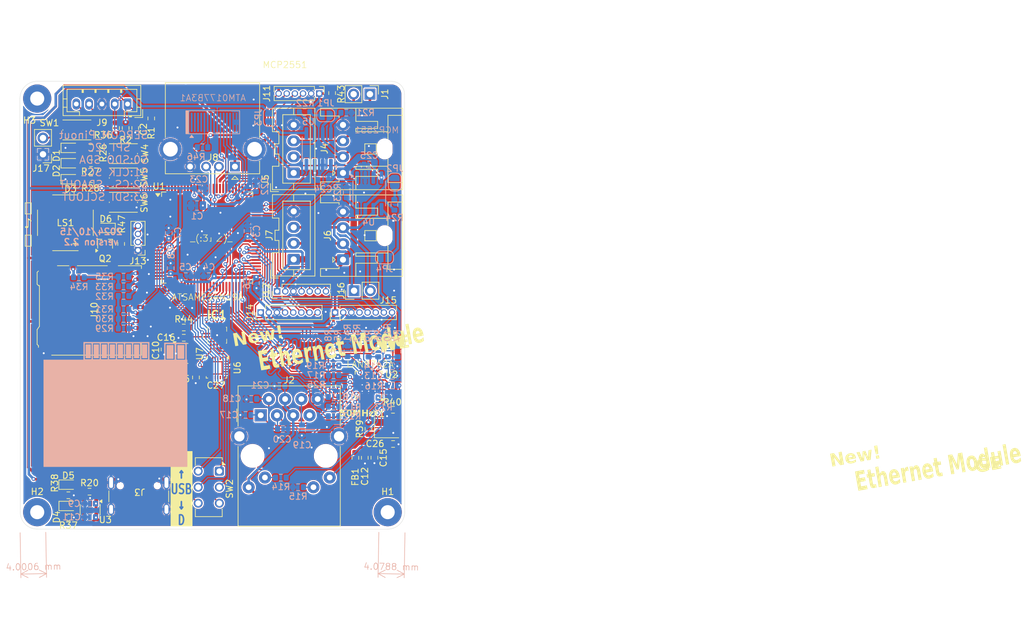
<source format=kicad_pcb>
(kicad_pcb (version 20240108) (generator "pcbnew") (generator_version "8.0")
  (layers (0 "F.Cu" signal) (31 "B.Cu" signal) (34 "B.Paste" user) (35 "F.Paste" user) (36 "B.SilkS" user "B.Silkscreen") (37 "F.SilkS" user "F.Silkscreen") (38 "B.Mask" user) (39 "F.Mask" user) (44 "Edge.Cuts" user))
  (net 0 "")
  (net 1 "Net-(U1-VDDCORE)")
  (net 2 "GND")
  (net 3 "RESET")
  (net 4 "+3.3V")
  (net 5 "+5V")
  (net 6 "3.3V ETH")
  (net 7 "Net-(U2-VDDCR)")
  (net 8 "RXP")
  (net 9 "RXN")
  (net 10 "TXN")
  (net 11 "TXP")
  (net 12 "Net-(D1-A)")
  (net 13 "Net-(D2-A)")
  (net 14 "Net-(D3-A)")
  (net 15 "SWDIO")
  (net 16 "SWCLK")
  (net 17 "ETH_LED1")
  (net 18 "Net-(J2-PadL3)")
  (net 20 "Net-(J2-PadL2)")
  (net 22 "Net-(J3-CC2)")
  (net 23 "USB_DM")
  (net 25 "USB_DP")
  (net 26 "Net-(J3-CC1)")
  (net 27 "DAC2")
  (net 28 "DAC1")
  (net 29 "SD_WP")
  (net 30 "SD_CD")
  (net 31 "SD_CMD")
  (net 32 "SD_DAT2")
  (net 33 "SD_DAT1")
  (net 34 "SD_DAT3")
  (net 35 "SD_CLK")
  (net 36 "SD_DAT0")
  (net 37 "Net-(U1-~{RESET})")
  (net 38 "MODE2")
  (net 39 "MODE1")
  (net 40 "MODE0")
  (net 41 "CRSDV")
  (net 42 "RXD1")
  (net 43 "RXD0")
  (net 44 "TXD0")
  (net 45 "Net-(U1-PA18)")
  (net 46 "Net-(U1-PA19)")
  (net 47 "TXD1")
  (net 48 "Net-(U2-RBIAS)")
  (net 49 "ETH_LED2")
  (net 50 "ETH_CLK")
  (net 51 "Net-(U2-XTAL1{slash}CLKIN)")
  (net 52 "ETH_INT")
  (net 53 "TXEN")
  (net 54 "Net-(U1-PA17)")
  (net 55 "MDIO")
  (net 56 "Net-(U3-EN)")
  (net 57 "Net-(U5-Rs)")
  (net 58 "Net-(U4-Rs)")
  (net 59 "ETH_RST")
  (net 60 "LED1")
  (net 61 "LED2")
  (net 62 "LED3")
  (net 63 "Net-(R29-Pad1)")
  (net 64 "Net-(R33-Pad2)")
  (net 65 "SW1")
  (net 66 "SW2")
  (net 67 "SW3")
  (net 68 "S0_P1")
  (net 69 "S0_P0")
  (net 70 "S0_GPIO")
  (net 71 "MCPRX1")
  (net 74 "S0_P3")
  (net 76 "MCPTX2")
  (net 77 "S0_P2")
  (net 78 "S1_P3")
  (net 80 "Net-(J1-Pin_2)")
  (net 81 "S1_P1")
  (net 84 "MCPTX1")
  (net 92 "S1_P2")
  (net 93 "MDC")
  (net 96 "MCPRX2")
  (net 97 "RXER")
  (net 99 "S1_P0")
  (net 101 "S1_GPIO")
  (net 107 "Net-(JP3-B)")
  (net 108 "Net-(JP4-B)")
  (net 109 "Net-(J1-Pin_1)")
  (net 110 "Net-(D4-K)")
  (net 111 "Net-(D5-K)")
  (net 112 "Net-(JP1-A)")
  (net 113 "Net-(JP2-A)")
  (net 114 "Net-(X1-Tri-State)")
  (net 115 "DEVICE_DM")
  (net 116 "DEVICE_DP")
  (net 117 "Net-(J16-Pin_1)")
  (net 118 "Net-(J16-Pin_2)")
  (net 119 "HOST_DM")
  (net 120 "HOST_DP")
  (net 121 "Net-(U1-PA14)")
  (net 122 "PHYADO0")
  (net 123 "+1V8")
  (net 138 "ICM_MOSI")
  (net 139 "ICM_SCK")
  (net 140 "ICM_CS")
  (net 142 "ICM_MISO")
  (net 143 "Net-(IC1-OE)")
  (net 145 "Net-(U7-EN)")
  (net 147 "Net-(U6-REGOUT)")
  (net 148 "Net-(ATM0177B3A1-LED_Anode)")
  (net 149 "S7_P3")
  (net 150 "S7_P0")
  (net 151 "S7_P1")
  (net 152 "S7_P2")
  (net 153 "S6_P2")
  (net 154 "S5_P1")
  (net 155 "S3_P2")
  (net 156 "S3_P1")
  (net 157 "S5_P0")
  (net 158 "S6_P1")
  (net 159 "S5_P2")
  (net 160 "S6_P3")
  (net 161 "S3_P3")
  (net 162 "S3_P0")
  (net 163 "S6_P0")
  (net 164 "S5_P3")
  (net 165 "S5_GPIO")
  (net 166 "S6_GPIO")
  (net 167 "Net-(D6-A)")
  (net 168 "Net-(Q2-B)")
  (footprint "LED_SMD:LED_0603_1608Metric" (layer "F.Cu") (at 112.76275 117.20175)
    (property "Reference" "D5")
    (property "Value" "LED")
  )
  (footprint "Connector_JST:JST_XA_S04B-XASK-1_1x04_P2.50mm_Horizontal" (layer "F.Cu") (at 155.625 82.063553 90)
    (property "Reference" "J6")
    (property "Value" "Conn_01x04_Pin")
  )
  (footprint "Button_Switch_THT:SW_CK_JS202011CQN_DPDT_Straight" (layer "F.Cu") (at 136.325 115.1 -90)
    (property "Reference" "SW2")
    (property "Value" "SW_Slide_DPDT")
  )
  (footprint "Resistor_SMD:R_0603_1608Metric" (layer "F.Cu") (at 127.775 96.083553 -90)
    (property "Reference" "C10")
    (property "Value" "1uF")
  )
  (footprint "Resistor_SMD:R_0603_1608Metric" (layer "F.Cu") (at 130.275 99.258553 180)
    (property "Reference" "R45")
    (property "Value" "10k")
  )
  (footprint "Buzzer_Beeper:PUIAudio_SMT_0825_S_4_R" (layer "F.Cu") (at 112.3 76.3 180)
    (property "Reference" "LS1")
    (property "Value" "Speaker")
  )
  (footprint "Resistor_SMD:R_0603_1608Metric" (layer "F.Cu") (at 116.3 69.5 180)
    (property "Reference" "R28")
    (property "Value" "1k")
  )
  (footprint "Connector_JST:JST_XA_B04B-XASK-1_1x04_P2.50mm_Vertical" (layer "F.Cu") (at 147.925 68.513553 90)
    (property "Reference" "J5")
    (property "Value" "Conn_01x04_Pin")
  )
  (footprint "Resistor_SMD:R_0603_1608Metric" (layer "F.Cu") (at 163.425 105.508553 180)
    (property "Reference" "R40")
    (property "Value" "33R")
  )
  (footprint "Resistor_SMD:R_0603_1608Metric" (layer "F.Cu") (at 112.76275 118.85975)
    (property "Reference" "R38")
    (property "Value" "1k")
  )
  (footprint "Oscillator:Oscillator_SMD_Abracon_ASE-4Pin_3.2x2.5mm" (layer "F.Cu") (at 162.425 108.308553)
    (property "Reference" "X1")
    (property "Value" "ASCO")
  )
  (footprint "Resistor_SMD:R_0603_1608Metric" (layer "F.Cu") (at 121.45 113.78 180)
    (property "Reference" "R3")
    (property "Value" "5.1k")
  )
  (footprint "Button_Switch_SMD:SW_Push_1P1T_NO_CK_KMR2" (layer "F.Cu") (at 121.35 65.5)
    (property "Reference" "SW4")
    (property "Value" "SW_Push")
  )
  (footprint "Connector_JST:JST_PH_B5B-PH-K_1x05_P2.00mm_Vertical" (layer "F.Cu") (at 122 57.75 180)
    (property "Reference" "J9")
    (property "Value" "Conn_01x05_Pin")
  )
  (footprint "Button_Switch_SMD:SW_Push_1P1T_NO_CK_KMR2" (layer "F.Cu") (at 121.35 73.1)
    (property "Reference" "SW6")
    (property "Value" "SW_Push")
  )
  (footprint "Resistor_SMD:R_0603_1608Metric" (layer "F.Cu") (at 126.25 113.78)
    (property "Reference" "R4")
    (property "Value" "5.1k")
  )
  (footprint "Connector_USB:USB_C_Receptacle_GCT_USB4105-xx-A_16P_TopMnt_Horizontal" (layer "F.Cu") (at 123.75 119.98)
    (property "Reference" "J3")
    (property "Value" "USB_C_Receptacle_USB2.0_16P")
  )
  (footprint "Resistor_SMD:R_0603_1608Metric" (layer "F.Cu") (at 125.7 60 -90)
    (property "Reference" "R1")
    (property "Value" "470R")
  )
  (footprint "Resistor_SMD:R_0603_1608Metric" (layer "F.Cu") (at 116.3 67 180)
    (property "Reference" "R27")
    (property "Value" "1k")
  )
  (footprint "Connector_USB:USB_A_CONNFLY_DS1095-WNR0" (layer "F.Cu") (at 138.755 67.518553 180)
    (property "Reference" "J8")
    (property "Value" "USB_A")
  )
  (footprint "LED_SMD:LED_0603_1608Metric" (layer "F.Cu") (at 113.1 67)
    (property "Reference" "D2")
    (property "Value" "LED")
  )
  (footprint "LED_SMD:LED_0603_1608Metric" (layer "F.Cu") (at 112.77475 120.53775)
    (property "Reference" "D4")
    (property "Value" "LED")
  )
  (footprint "Resistor_SMD:R_0603_1608Metric" (layer "F.Cu") (at 159.6 108.5 -90)
    (property "Reference" "R39")
    (property "Value" "10k")
  )
  (footprint "Connector_PinHeader_1.27mm:PinHeader_1x07_P1.27mm_Vertical" (layer "F.Cu") (at 145.345 87.008553 90)
    (property "Reference" "J12")
    (property "Value" "Conn_01x07_Pin")
  )
  (footprint "MountingHole:MountingHole_2.2mm_M2_Pad" (layer "F.Cu") (at 107.9 121.5)
    (property "Reference" "H2")
    (property "Value" "MountingHole")
  )
  (footprint "LED_SMD:LED_0603_1608Metric" (layer "F.Cu") (at 113.1 69.5)
    (property "Reference" "D3")
    (property "Value" "LED")
  )
  (footprint "Connector_RJ:RJ45_Amphenol_RJMG1BD3B8K1ANR" (layer "F.Cu") (at 142.78 106.368553)
    (property "Reference" "J2")
    (property "Value" "RJ45_Amphenol_RJMG1BD3B8K1ANR")
  )
  (footprint "Resistor_SMD:R_0603_1608Metric" (layer "F.Cu") (at 159.025 113.008553 -90)
    (property "Reference" "C12")
    (property "Value" "1uF")
  )
  (footprint "Package_QFP:TQFP-100_14x14mm_P0.5mm" (layer "F.Cu") (at 134.425 78.608553)
    (property "Reference" "U1")
    (property "Value" "ATSAME54N19A-A")
  )
  (footprint "Button_Switch_SMD:SW_Push_1P1T_NO_CK_KMR2" (layer "F.Cu") (at 121.35 69.3)
    (property "Reference" "SW5")
    (property "Value" "SW_Push")
  )
  (footprint "Connector_PinHeader_2.54mm:PinHeader_1x02_P2.54mm_Vertical" (layer "F.Cu") (at 157.35 86.908553 90)
    (property "Reference" "J16")
    (property "Value" "Conn_01x02_Pin")
  )
  (footprint "Connector_PinHeader_2.54mm:PinHeader_1x02_P2.54mm_Vertical" (layer "F.Cu") (at 159.825 56.208553 -90)
    (property "Reference" "J1")
    (property "Value" "Conn_01x02_Pin")
  )
  (footprint "Package_TO_SOT_SMD:SOT-323_SC-70" (layer "F.Cu") (at 118.5 79.6 90)
    (property "Reference" "Q2")
    (property "Value" "2SC4213")
  )
  (footprint "Resistor_SMD:R_0603_1608Metric" (layer "F.Cu") (at 116.3 64.6 180)
    (property "Reference" "R26")
    (property "Value" "1k")
  )
  (footprint "Connector_PinHeader_2.54mm:PinHeader_1x02_P2.54mm_Vertical" (layer "F.Cu") (at 108.8 65.6 180)
    (property "Reference" "J17")
    (property "Value" "Conn_01x02_Pin")
  )
  (footprint "Resistor_SMD:R_0603_1608Metric" (layer "F.Cu") (at 132.675 100.458553 -90)
    (property "Reference" "C27")
    (property "Value" "0.1uF")
  )
  (footprint "Diode_SMD:D_0603_1608Metric" (layer "F.Cu") (at 118.6 77.1 180)
    (property "Reference" "D6")
    (property "Value" "D")
  )
  (footprint "Button_Switch_SMD:SW_Push_1P1T_NO_CK_KMR2" (layer "F.Cu") (at 114.1 61.8 180)
    (property "Reference" "SW1")
    (property "Value" "SW_Push")
  )
  (footprint "Resistor_SMD:R_0603_1608Metric" (layer "F.Cu") (at 130.775 92.658553 180)
    (property "Reference" "R44")
    (property "Value" "10k")
  )
  (footprint "Connector_Card:microSD_HC_Hirose_DM3AT-SF-PEJM5" (layer "F.Cu") (at 116.275 89.978553 -90)
    (property "Reference" "J10")
    (property "Value" "Micro_SD_Card_Det2")
  )
  (footprint "Package_DFN_QFN:VQFN-24-1EP_4x4mm_P0.5mm_EP2.5x2.5mm_ThermalVias" (layer "F.Cu") (at 159.625 101.608553 180)
    (property "Reference" "U2")
    (property "Value" "LAN8742A")
  )
  (footprint "Resistor_SMD:R_0603_1608Metric" (layer "F.Cu") (at 153.925 56.033553 90)
    (property "Reference" "R43")
    (property "Value" "10k")
  )
  (footprint "MountingHole:MountingHole_2.2mm_M2_Pad" (layer "F.Cu") (at 107.9 56.9)
    (property "Reference" "H3")
    (property "Value" "MountingHole")
  )
  (footprint "Connector_PinHeader_1.27mm:PinHeader_1x08_P1.27mm_Vertical" (layer "F.Cu") (at 154.385 90.308553 90)
    (property "Reference" "J15")
    (property "Value" "Conn_01x08_Pin")
  )
  (footprint "Resistor_SMD:R_0603_1608Metric" (layer "F.Cu") (at 112.77475 122.31575)
    (property "Reference" "R37")
    (property "Value" "1k")
  )
  (footprint "Connector_JST:JST_XA_B04B-XASK-1_1x04_P2.50mm_Vertical" (layer "F.Cu") (at 147.925 82.013553 90)
    (property "Reference" "J7")
    (property "Value" "Conn_01x04_Pin")
  )
  (footprint "Resistor_SMD:R_0603_1608Metric" (layer "F.Cu") (at 120.2 61.5 -90)
    (property "Reference" "R36")
    (property "Value" "1k")
  )
  (footprint "Connector_PinHeader_1.27mm:PinHeader_1x04_P1.27mm_Vertical" (layer "F.Cu") (at 123.625 80.578553 180)
    (property "Reference" "J13")
    (property "Value" "Conn_01x04_Pin")
  )
  (footprint "Resistor_SMD:R_0603_1608Metric" (layer "F.Cu") (at 116.06275 118.3 180)
    (property "Reference" "R20")
    (property "Value" "10k")
  )
  (footprint "Resistor_SMD:R_0603_1608Metric" (layer "F.Cu") (at 121.7 61.5 90)
    (property "Reference" "R2")
    (property "Value" "10k")
  )
  (footprint "MountingHole:MountingHole_2.2mm_M2_Pad" (layer "F.Cu") (at 162.6 121.5)
    (property "Reference" "H1")
    (property "Value" "MountingHole")
  )
  (footprint "Resistor_SMD:R_0603_1608Metric" (layer "F.Cu") (at 121 79.6 -90)
    (property "Reference" "R47")
    (property "Value" "180R")
  )
  (footprint "Resistor_SMD:R_0603_1608Metric" (layer "F.Cu") (at 123.2 61.5 -90)
    (property "Reference" "C2")
    (property "Value" "0.1uF")
  )
  (footprint "SamacSys_Parts:NTB0104BQ115" (layer "F.Cu") (at 135.975 93.858553)
    (property "Reference" "IC1")
    (property "Value" "NTB0104BQ,115" (hide yes))
  )
  (footprint "Connector_JST:JST_XA_S04B-XASK-1_1x04_P2.50mm_Horizontal" (layer "F.Cu") (at 155.625 68.513553 90)
    (property "Reference" "J4")
    (property "Value" "Conn_01x04_Pin")
  )
  (footprint "Package_TO_SOT_SMD:SOT-23-5" (layer "F.Cu") (at 130.6375 96.708553)
    (property "Reference" "U7")
    (property "Value" "MIC5504-1.8YM5")
  )
  (footprint "Connector_PinHeader_1.27mm:PinHeader_1x08_P1.27mm_Vertical" (layer "F.Cu") (at 142.775 90.308553 90)
    (property "Reference" "J14")
    (property "Value" "Conn_01x08_Pin")
  )
  (footprint "Resistor_SMD:R_0603_1608Metric" (layer "F.Cu") (at 160.525 112.988553 -90)
    (property "Reference" "C15")
    (property "Value" "0.01uF")
  )
  (footprint "Connector_PinHeader_1.27mm:PinHeader_1x06_P1.27mm_Vertical" (layer "F.Cu") (at 151.925 56.108553 -90)
    (property "Reference" "J11")
    (property "Value" "Conn_01x06_Pin")
  )
  (footprint "LED_SMD:LED_0603_1608Metric" (layer "F.Cu") (at 113.1 64.6)
    (property "Reference" "D1")
    (property "Value" "LED")
  )
  (footprint "Resistor_SMD:R_0603_1608Metric" (layer "F.Cu") (at 157.555 113.008553 90)
    (property "Reference" "FB1")
    (property "Value" "100ohm")
  )
  (footprint "Sensor_Motion:InvenSense_QFN-24_3x3mm_P0.4mm" (layer "F.Cu") (at 135.875 98.958553 -90)
    (property "Reference" "U6")
    (property "Value" "ICM-20948")
  )
  (footprint "Resistor_SMD:R_0603_1608Metric" (layer "F.Cu") (at 130.775 94.258553 180)
    (property "Reference" "C16")
    (property "Value" "1uF")
  )
  (footprint "Package_TO_SOT_SMD:SOT-23-5" (layer "F.Cu") (at 116.16275 121.1 -90)
    (property "Reference" "U3")
    (property "Value" "MIC5504-3.3YM5")
  )
  (footprint "Resistor_SMD:R_0603_1608Metric" (layer "F.Cu") (at 163.441 110.848553)
    (property "Reference" "C26")
    (property "Value" "0.1uF")
  )
  (footprint "Resistor_SMD:R_0603_1608Metric" (layer "B.Cu") (at 163.3606 101.708553)
    (property "Reference" "R16")
    (property "Value" "33R")
  )
  (footprint "Resistor_SMD:R_0603_1608Metric" (layer "B.Cu") (at 154.825 96.371053 -90)
    (property "Reference" "R5")
    (property "Value" "4.7k")
  )
  (footprint "Resistor_SMD:R_0603_1608Metric" (layer "B.Cu") (at 116.16275 122.27575 180)
    (property "Reference" "C11")
    (property "Value" "1uF")
  )
  (footprint "Resistor_SMD:R_0603_1608Metric" (layer "B.Cu") (at 154.15 98.608553)
    (property "Reference" "R19")
    (property "Value" "1.5k")
  )
  (footprint "Resistor_SMD:R_0603_1608Metric" (layer "B.Cu") (at 133.7 64.5 180)
    (property "Reference" "R46")
    (property "Value" "R")
  )
  (footprint "Resistor_SMD:R_0603_1608Metric" (layer "B.Cu") (at 157.825 96.371053 -90)
    (property "Reference" "R42")
    (property "Value" "33R")
  )
  (footprint "Resistor_SMD:R_0603_1608Metric" (layer "B.Cu") (at 154.15 106.521053 180)
    (property "Reference" "R12")
    (property "Value" "33R")
  )
  (footprint "Resistor_SMD:R_0603_1608Metric" (layer "B.Cu") (at 128.725 83.408553 90)
    (property "Reference" "C8")
    (property "Value" "0.1uF")
  )
  (footprint "Resistor_SMD:R_0603_1608Metric" (layer "B.Cu") (at 152.525 69.608553)
    (property "Reference" "C24")
    (property "Value" "0.1uF")
  )
  (footprint "Resistor_SMD:R_0603_1608Metric" (layer "B.Cu") (at 114.4 84.808553)
    (property "Reference" "R34")
    (property "Value" "10k")
  )
  (footprint "Resistor_SMD:R_0603_1608Metric" (layer "B.Cu") (at 149.225 108.708553 -90)
    (property "Reference" "C19")
    (property "Value" "15pF")
  )
  (footprint "Resistor_SMD:R_0603_1608Metric" (layer "B.Cu") (at 164.125 96.408553 -90)
    (property "Reference" "R7")
    (property "Value" "4.7k")
  )
  (footprint "Resistor_SMD:R_0603_1608Metric" (layer "B.Cu") (at 159.725 67.208553 180)
    (property "Reference" "C25")
    (property "Value" "0.1uF")
  )
  (footprint "Resistor_SMD:R_0603_1608Metric" (layer "B.Cu") (at 121.375 87.722553)
    (property "Reference" "R32")
    (property "Value" "100k")
  )
  (footprint "Resistor_SMD:R_0603_1608Metric" (layer "B.Cu") (at 156.125 59.108553 180)
    (property "Reference" "R21")
    (property "Value" "10k")
  )
  (footprint "Resistor_SMD:R_0603_1608Metric" (layer "B.Cu") (at 140.425 106.308553 180)
    (property "Reference" "C17")
    (property "Value" "15pF")
  )
  (footprint "Package_SO:SOIC-8_3.9x4.9mm_P1.27mm" (layer "B.Cu") (at 151.825 64.808553 90)
    (property "Reference" "U5")
    (property "Value" "MCP2551-I-SN")
  )
  (footprint "Resistor_SMD:R_0603_1608Metric" (layer "B.Cu") (at 154.15 105.008553 180)
    (property "Reference" "R11")
    (property "Value" "33R")
  )
  (footprint "Jumper:SolderJumper-2_P1.3mm_Open_RoundedPad1.0x1.5mm" (layer "B.Cu") (at 163.705 69.943553 90)
    (property "Reference" "JP2")
    (property "Value" "Jumper_2_Bridged")
  )
  (footprint "Resistor_SMD:R_0603_1608Metric" (layer "B.Cu") (at 116.16275 120.15975 180)
    (property "Reference" "C9")
    (property "Value" "1uF")
  )
  (footprint "Jumper:SolderJumper-2_P1.3mm_Open_RoundedPad1.0x1.5mm" (layer "B.Cu") (at 144.2 59.85 -90)
    (property "Reference" "JP3")
    (property "Value" "Jumper_2_Open")
  )
  (footprint "Resistor_SMD:R_0603_1608Metric" (layer "B.Cu") (at 121.375 92.808553)
    (property "Reference" "R29")
    (property "Value" "100k")
  )
  (footprint "Jumper:SolderJumper-2_P1.3mm_Open_RoundedPad1.0x1.5mm" (layer "B.Cu") (at 152.925 59.508553)
    (property "Reference" "JP1")
    (property "Value" "Jumper_2_Bridged")
  )
  (footprint "Resistor_SMD:R_0603_1608Metric" (layer "B.Cu") (at 161.925 103.608553)
    (property "Reference" "R13")
    (property "Value" "12.1k")
  )
  (footprint "Resistor_SMD:R_0603_1608Metric" (layer "B.Cu") (at 133.225 70.908553)
    (property "Reference" "C23")
    (property "Value" "0.1uF")
  )
  (footprint "Package_SO:SOIC-8_3.9x4.9mm_P1.27mm" (layer "B.Cu") (at 159.725 71.708553 -90)
    (property "Reference" "U4")
    (property "Value" "MCP2551-I-SN")
  )
  (footprint "Resistor_SMD:R_0603_1608Metric" (layer "B.Cu") (at 128.434 77.908553 90)
    (property "Reference" "C7")
    (property "Value" "0.1uF")
  )
  (footprint "Resistor_SMD:R_0603_1608Metric" (layer "B.Cu") (at 134.6875 84.645553 180)
    (property "Reference" "C4")
    (property "Value" "0.1uF")
  )
  (footprint "Resistor_SMD:R_0603_1608Metric" (layer "B.Cu") (at 121.375 91.302553)
    (property "Reference" "R30")
    (property "Value" "100k")
  )
  (footprint "Resistor_SMD:R_0603_1608Metric" (layer "B.Cu") (at 154.15 101.608553)
    (property "Reference" "R25")
    (property "Value" "10k")
  )
  (footprint "Resistor_SMD:R_0603_1608Metric" (layer "B.Cu") (at 141.325 103.808553 180)
    (property "Reference" "C18")
    (property "Value" "15pF")
  )
  (footprint "Resistor_SMD:R_0603_1608Metric" (layer "B.Cu") (at 156.325 96.371053 90)
    (property "Reference" "R41")
    (property "Value" "4.7k")
  )
  (footprint "Jumper:SolderJumper-2_P1.3mm_Open_RoundedPad1.0x1.5mm" (layer "B.Cu") (at 162.1 81.7)
    (property "Reference" "JP4")
    (property "Value" "Jumper_2_Open")
  )
  (footprint "Resistor_SMD:R_0603_1608Metric" (layer "B.Cu") (at 121.375 89.808553)
    (property "Reference" "R31")
    (property "Value" "10k")
  )
  (footprint "Resistor_SMD:R_0603_1608Metric" (layer "B.Cu") (at 142.025 85.708553 -90)
    (property "Reference" "C6")
    (property "Value" "0.1uF")
  )
  (footprint "Resistor_SMD:R_0603_1608Metric" (layer "B.Cu") (at 145.725 101.808553)
    (property "Reference" "C21")
    (property "Value" "22pF")
  )
  (footprint "Resistor_SMD:R_0603_1608Metric" (layer "B.Cu") (at 131.08 84.645553)
    (property "Reference" "C5")
    (property "Value" "0.1uF")
  )
  (footprint "Resistor_SMD:R_0603_1608Metric" (layer "B.Cu") (at 156.205 71.558553 -90)
    (property "Reference" "R23")
    (property "Value" "10k")
  )
  (footprint "Resistor_SMD:R_0603_1608Metric" (layer "B.Cu") (at 148.625 117.608553)
    (property "Reference" "R15")
    (property "Value" "680R")
  )
  (footprint "Resistor_SMD:R_0603_1608Metric" (layer "B.Cu") (at 163.275 100.2 180)
    (property "Reference" "C13")
    (property "Value" "470pF")
  )
  (footprint "Resistor_SMD:R_0603_1608Metric" (layer "B.Cu") (at 161.125 96.408553 -90)
    (property "Reference" "R6")
    (property "Value" "4.7k")
  )
  (footprint "Resistor_SMD:R_0603_1608Metric" (layer "B.Cu") (at 163.646 73.499553 90)
    (property "Reference" "R24")
    (property "Value" "120R")
  )
  (footprint "Resistor_SMD:R_0603_1608Metric" (layer "B.Cu") (at 154.15 103.508553 180)
    (property "Reference" "R18")
    (property "Value" "33R")
  )
  (footprint "Resistor_SMD:R_0603_1608Metric" (layer "B.Cu") (at 140.725 77.608553 90)
    (property "Reference" "C3")
    (property "Value" "0.1uF")
  )
  (footprint "Resistor_SMD:R_0603_1608Metric" (layer "B.Cu") (at 121.375 86.222553 180)
    (property "Reference" "R33")
    (property "Value" "100k")
  )
  (footprint "Resistor_SMD:R_0603_1608Metric" (layer "B.Cu") (at 163.275 98.7044 180)
    (property "Reference" "C14")
    (property "Value" "1uF")
  )
  (footprint "Resistor_SMD:R_0805_2012Metric" (layer "B.Cu") (at 132.842 73.6092)
    (property "Reference" "C1")
    (property "Value" "10uF")
  )
  (footprint "Resistor_SMD:R_0603_1608Metric" (layer "B.Cu") (at 149.625 59.008553)
    (property "Reference" "R22")
    (property "Value" "120R")
  )
  (footprint "Resistor_SMD:R_0603_1608Metric" (layer "B.Cu") (at 153.325 96.371053 90)
    (property "Reference" "R8")
    (property "Value" "33R")
  )
  (footprint "Resistor_SMD:R_0603_1608Metric" (layer "B.Cu") (at 162.625 96.408553 -90)
    (property "Reference" "R10")
    (property "Value" "33R")
  )
  (footprint "Resistor_SMD:R_0603_1608Metric" (layer "B.Cu") (at 159.625 96.422053 90)
    (property "Reference" "R9")
    (property "Value" "33R")
  )
  (footprint "Resistor_SMD:R_0603_1608Metric" (layer "B.Cu") (at 142.025 70.608553 90)
    (property "Reference" "C22")
    (property "Value" "0.1uF")
  )
  (footprint "Resistor_SMD:R_0603_1608Metric" (layer "B.Cu") (at 121.375 84.720553 180)
    (property "Reference" "R35")
    (property "Value" "10k")
  )
  (footprint "Resistor_SMD:R_0603_1608Metric" (layer "B.Cu") (at 146.225 108.508553)
    (property "Reference" "C20")
    (property "Value" "15pF")
  )
  (footprint "Resistor_SMD:R_0603_1608Metric" (layer "B.Cu") (at 154.15 100.108553)
    (property "Reference" "R17")
    (property "Value" "10k")
  )
  (footprint "Library:ATM0177B3A" (layer "B.Cu") (at 135.5 60.6)
    (property "Reference" "ATM0177B3A1")
    (property "Value" "~")
  )
  (footprint "Resistor_SMD:R_0603_1608Metric" (layer "B.Cu") (at 145.925 116.108553)
    (property "Reference" "R14")
    (property "Value" "680R")
  )
  (gr_rect (start 108.9 97.7) (end 131.3 114.4) (stroke (width 0.05)) (fill solid) (layer "B.SilkS"))
  (gr_arc (start 105.2 56.9) (mid 105.990812 54.990812) (end 107.9 54.2) (stroke (width 0.05)) (layer "Edge.Cuts"))
  (gr_arc (start 163.225 54.208553) (mid 164.639214 54.794339) (end 165.225 56.208553) (stroke (width 0.05)) (layer "Edge.Cuts"))
  (gr_line (start 162.6 124.154249) (end 107.9 124.143853) (stroke (width 0.05)) (layer "Edge.Cuts"))
  (gr_line (start 105.256147 121.499971) (end 105.2 56.9) (stroke (width 0.05)) (layer "Edge.Cuts"))
  (gr_line (start 107.9 54.2) (end 163.225 54.208553) (stroke (width 0.05)) (layer "Edge.Cuts"))
  (gr_line (start 165.225 56.208553) (end 165.254249 121.49997) (stroke (width 0.05)) (layer "Edge.Cuts"))
  (gr_arc (start 107.9 124.143853) (mid 106.030503 123.369476) (end 105.256147 121.499971) (stroke (width 0.05)) (layer "Edge.Cuts"))
  (gr_arc (start 165.254249 121.49997) (mid 164.476848 123.376827) (end 162.6 124.154249) (stroke (width 0.05)) (layer "Edge.Cuts"))
  (gr_text "MCP2551" (at 164.425 62.408553 0) (layer "B.SilkS") (effects (font (size 1 1) (thickness 0.1)) (justify left bottom mirror)))
  (gr_text "SERCOM_Pinout\n   SPI I2C\nS0:SDO SDA\nS1:CLK SCL\nS2:CS  SDAOUT\nS3:SDI SCLOUT" (at 125.3 61.9 0) (layer "B.SilkS") (effects (font (size 1.2 1.2)) (justify left top mirror)))
  (gr_text "＿＿＿年＿月＿日" (at 125.3 97.45 0) (layer "B.SilkS" knockout) (effects (font (size 2 1.5) (thickness 0.1)) (justify left bottom mirror)))
  (gr_text "検印" (at 131.15 97.55 0) (layer "B.SilkS" knockout) (effects (font (size 2 2)) (justify left bottom mirror)))
  (gr_text "2024/10/15\nversion 2.2" (at 116.3 78.5 0) (layer "B.SilkS") (effects (font (size 1 1) (thickness 0.2) (bold yes)) (justify mirror)))
  (gr_text "LAN8742A" (at 156.1 99 0) (layer "F.SilkS") (effects (font (size 1 1) (thickness 0.1)) (justify left bottom)))
  (gr_text "Ethernet Module" (at 235.9 118.7 10) (layer "F.SilkS") (effects (font (size 3 2) (thickness 0.4) (bold yes)) (justify left bottom)))
  (gr_text "_(:3」∠)_\n" (at 131.7186 79.313753 0) (layer "F.SilkS") (effects (font (size 1 1) (thickness 0.1)) (justify left bottom)))
  (gr_text "50MHz" (at 157.8 106.1 0) (layer "F.SilkS") (effects (font (size 1 1) (thickness 0.25) (bold yes))))
  (gr_text "New!" (at 142.4 94.1 10) (layer "F.SilkS") (effects (font (size 2 2) (thickness 0.3) (bold yes))))
  (gr_text "New!" (at 235.6 112.9 10) (layer "F.SilkS") (effects (font (size 2 2) (thickness 0.3) (bold yes))))
  (gr_text "GE" (at 254.5 115.7 10) (layer "F.SilkS") (effects (font (size 2 2) (thickness 0.25) (bold yes)) (justify left bottom)))
  (gr_text "＼\n♪\n／" (at 106.5 76.5 0) (layer "F.SilkS") (effects (font (size 1.5 1.5) (thickness 0.3) (bold yes))))
  (gr_text "WE" (at 161.3 96.9 10) (layer "F.SilkS") (effects (font (size 2 2) (thickness 0.25) (bold yes)) (justify left bottom)))
  (gr_text "Ethernet Module" (at 142.7 99.9 10) (layer "F.SilkS") (effects (font (size 3 2) (thickness 0.4) (bold yes)) (justify left bottom)))
  (gr_text "H\n↑\nUSB\n↓\nD" (at 130.4 117.9 0) (layer "F.SilkS" knockout) (effects (font (size 1.5 1.1) (thickness 0.25) (bold yes))))
  (gr_text "ATSAME54N19A" (at 128.825 88.508553 0) (layer "F.SilkS") (effects (font (size 1 1) (thickness 0.1)) (justify left bottom)))
  (gr_text "MCP2551" (at 143.025 52.208553 0) (layer "F.SilkS") (effects (font (size 1 1) (thickness 0.1)) (justify left bottom)))
  (dimension (type aligned) (layer "B.SilkS") (pts (xy 105.225 124.208553) (xy 109.225 124.138553)) (height 6.959943) (gr_text "4.0006 mm" (at 107.327533 130.032599 1.002573804) (layer "B.SilkS") (effects (font (size 1 1) (thickness 0.1)))) (format (prefix "") (suffix "") (units 3) (units_format 1) (precision 4)) (style (thickness 0.1) (arrow_length 1.27) (text_position_mode 0) (extension_height 0.58642) (extension_offset 0.5) keep_text_aligned))
  (dimension (type aligned) (layer "B.SilkS") (pts (xy 165.3032 124.208553) (xy 161.225 124.138553)) (height -6.960773) (gr_text "4.0788 mm" (at 163.163518 130.033463 -0.9833531363) (layer "B.SilkS") (effects (font (size 1 1) (thickness 0.1)))) (format (prefix "") (suffix "") (units 3) (units_format 1) (precision 4)) (style (thickness 0.1) (arrow_length 1.27) (text_position_mode 0) (extension_height 0.58642) (extension_offset 0.5) keep_text_aligned))
  (segment (start 133.7545 73.6092) (end 133.925 73.4387) (width 0.2) (layer "F.Cu") (net 1))
  (segment (start 133.925 73.4387) (end 133.925 70.946053) (width 0.2) (layer "F.Cu") (net 1))
  (via (at 133.7545 73.6092) (size 0.6) (drill 0.3) (layers "F.Cu" "B.Cu") (net 1))
  (segment (start 127.445 116.25) (end 128.07 116.875) (width 0.4) (layer "F.Cu") (net 2))
  (segment (start 120.55 116.35) (end 119.955 116.35) (width 0.4) (layer "F.Cu") (net 2))
  (segment (start 126.95 116.25) (end 127.445 116.25) (width 0.4) (layer "F.Cu") (net 2))
  (segment (start 147.885 87.008553) (end 147.885 87.091447) (width 0.4) (layer "F.Cu") (net 2))
  (segment (start 120.55 116.3) (end 120.55 116.35) (width 0.4) (layer "F.Cu") (net 2))
  (segment (start 119.955 116.35) (end 119.43 116.875) (width 0.4) (layer "F.Cu") (net 2))
  (segment (start 124.18 87.253553) (end 124.225 87.208553) (width 0.4) (layer "F.Cu") (net 2))
  (via (at 129.794 61.4172) (size 0.6) (drill 0.3) (layers "F.Cu" "B.Cu") (net 2))
  (via (at 125.1204 78.1304) (size 0.6) (drill 0.3) (layers "F.Cu" "B.Cu") (net 2))
  (via (at 141.6812 57.0484) (size 0.6) (drill 0.3) (layers "F.Cu" "B.Cu") (net 2))
  (via (at 112.3125 64.6) (size 0.6) (drill 0.3) (layers "F.Cu" "B.Cu") (net 2))
  (via (at 128.6256 89.5604) (size 0.6) (drill 0.3) (layers "F.Cu" "B.Cu") (net 2))
  (via (at 135.7376 81.6864) (size 0.6) (drill 0.3) (layers "F.Cu" "B.Cu") (net 2))
  (via (at 154.925 94.008553) (size 0.6) (drill 0.3) (layers "F.Cu" "B.Cu") (net 2))
  (via (at 158.9024 71.5772) (size 0.6) (drill 0.3) (layers "F.Cu" "B.Cu") (net 2))
  (via (at 137.9 65.6) (size 0.6) (drill 0.3) (layers "F.Cu" "B.Cu") (net 2))
  (via (at 132.588 69.4944) (size 0.6) (drill 0.3) (layers "F.Cu" "B.Cu") (net 2))
  (via (at 164.1 98.7044) (size 0.6) (drill 0.3) (layers "F.Cu" "B.Cu") (net 2))
  (via (at 150.7744 101.854) (size 0.6) (drill 0.3) (layers "F.Cu" "B.Cu") (net 2))
  (via (at 116.15 119.3) (size 0.6) (drill 0.3) (layers "F.Cu" "B.Cu") (net 2))
  (via (at 148.225 85.908553) (size 0.6) (drill 0.3) (layers "F.Cu" "B.Cu") (net 2))
  (via (at 142.125 86.508553) (size 0.6) (drill 0.3) (layers "F.Cu" "B.Cu") (net 2))
  (via (at 127.7112 96.8756) (size 0.6) (drill 0.3) (layers "F.Cu" "B.Cu") (net 2))
  (via (at 157.9 108.7) (size 0.6) (drill 0.3) (layers "F.Cu" "B.Cu") (net 2))
  (via (at 163.4744 75.9968) (size 0.6) (drill 0.3) (layers "F.Cu" "B.Cu") (net 2))
  (via (at 141.1224 70.5612) (size 0.6) (drill 0.3) (layers "F.Cu" "B.Cu") (net 2))
  (via (at 155.825 84.108553) (size 0.6) (drill 0.3) (layers "F.Cu" "B.Cu") (net 2))
  (via (at 164.1 100.2) (size 0.6) (drill 0.3) (layers "F.Cu" "B.Cu") (net 2))
  (via (at 122.925 94.008553) (size 0.6) (drill 0.3) (layers "F.Cu" "B.Cu") (net 2))
  (via (at 141.6304 61.1124) (size 0.6) (drill 0.3) (layers "F.Cu" "B.Cu") (net 2))
  (via (at 136.4996 74.7268) (size 0.6) (drill 0.3) (layers "F.Cu" "B.Cu") (net 2))
  (via (at 159.6644 64.3128) (size 0.6) (drill 0.3) (layers "F.Cu" "B.Cu") (net 2))
  (via (at 163.6 86.9) (size 0.6) (drill 0.3) (layers "F.Cu" "B.Cu") (net 2))
  (via (at 146.125 94.308553) (size 0.6) (drill 0.3) (layers "F.Cu" "B.Cu") (net 2))
  (via (at 151.4348 64.7192) (size 0.6) (drill 0.3) (layers "F.Cu" "B.Cu") (net 2))
  (via (at 162.5 106.5) (size 0.6) (drill 0.3) (layers "F.Cu" "B.Cu") (net 2))
  (via (at 160.2 106.5) (size 0.6) (drill 0.3) (layers "F.Cu" "B.Cu") (net 2))
  (via (at 151.7904 74.7776) (size 0.6) (drill 0.3) (layers "F.Cu" "B.Cu") (net 2))
  (via (at 112.3125 69.5) (size 0.6) (drill 0.3) (layers "F.Cu" "B.Cu") (net 2))
  (via (at 125.125 94.008553) (size 0.6) (drill 0.3) (layers "F.Cu" "B.Cu") (net 2))
  (via (at 128.6764 72.6948) (size 0.6) (drill 0.3) (layers "F.Cu" "B.Cu") (net 2))
  (via (at 125.025 87.208553) (size 0.6) (drill 0.3) (layers "F.Cu" "B.Cu") (net 2))
  (via (at 159.004 78.232) (size 0.6) (drill 0.3) (layers "F.Cu" "B.Cu") (net 2))
  (via (at 155.425 86.708553) (size 0.6) (drill 0.3) (layers "F.Cu" "B.Cu") (net 2))
  (via (at 159.225 92.708553) (size 0.6) (drill 0.3) (layers "F.Cu" "B.Cu") (net 2))
  (via (at 164.2872 110.8964) (size 0.6) (drill 0.3) (layers "F.Cu" "B.Cu") (net 2))
  (via (at 163.725 92.708553) (size 0.6) (drill 0.3) (layers "F.Cu" "B.Cu") (net 2))
  (via (at 132.08 89.6112) (size 0.6) (drill 0.3) (layers "F.Cu" "B.Cu") (net 2))
  (via (at 125.325 84.308553) (size 0.6) (drill 0.3) (layers "F.Cu" "B.Cu") (net 2))
  (via (at 129.9464 94.2848) (size 0.6) (drill 0.3) (layers "F.Cu" "B.Cu") (net 2))
  (via (at 113.60935 118.872397) (size 0.6) (drill 0.3) (layers "F.Cu" "B.Cu") (net 2))
  (via (at 126.95 116.25) (size 0.6) (drill 0.3) (layers "F.Cu" "B.Cu") (net 2))
  (via (at 119.3 66.3) (size 0.6) (drill 0.3) (layers "F.Cu" "B.Cu") (net 2))
  (via (at 139.5984 106.3244) (size 0.6) (drill 0.3) (layers "F.Cu" "B.Cu") (net 2))
  (via (at 146.1008 61.0616) (size 0.6) (drill 0.3) (layers "F.Cu" "B.Cu") (net 2))
  (via (at 128.725 82.608553) (size 0.6) (drill 0.3) (layers "F.Cu" "B.Cu") (net 2))
  (via (at 161.6456 91.44) (size 0.6) (drill 0.3) (layers "F.Cu" "B.Cu") (net 2))
  (via (at 120.55 116.35) (size 0.6) (drill 0.3) (layers "F.Cu" "B.Cu") (net 2))
  (via (at 163.4744 109.1184) (size 0.6) (drill 0.3) (layers "F.Cu" "B.Cu") (net 2))
  (via (at 131.3688 81.28) (size 0.6) (drill 0.3) (layers "F.Cu" "B.Cu") (net 2))
  (via (at 149.825 98.708553) (size 0.6) (drill 0.3) (layers "F.Cu" "B.Cu") (net 2))
  (via (at 136.2964 77.978) (size 0.6) (drill 0.3) (layers "F.Cu" "B.Cu") (net 2))
  (via (at 125.625 92.508553) (size 0.6) (drill 0.3) (layers "F.Cu" "B.Cu") (net 2))
  (via (at 130.4544 91.3384) (size 0.6) (drill 0.3) (layers "F.Cu" "B.Cu") (net 2))
  (via (at 150.7236 111.4044) (size 0.6) (drill 0.3) (layers "F.Cu" "B.Cu") (net 2))
  (via (at 123.4 73.9) (size 0.6) (drill 0.3) (layers "F.Cu" "B.Cu") (net 2))
  (via (at 160.528 113.8428) (size 0.6) (drill 0.3) (layers "F.Cu" "B.Cu") (net 2))
  (via (at 149.1996 109.5248) (size 0.6) (drill 0.3) (layers "F.Cu" "B.Cu") (net 2))
  (via (at 132.6388 101.346) (size 0.6) (drill 0.3) (layers "F.Cu" "B.Cu") (net 2))
  (via (at 133.604 77.6224) (size 0.6) (drill 0.3) (layers "F.Cu" "B.Cu") (net 2))
  (via (at 128.4224 77.1144) (size 0.6) (drill 0.3) (layers "F.Cu" "B.Cu") (net 2))
  (via (at 140.5636 103.886) (size 0.6) (drill 0.3) (layers "F.Cu" "B.Cu") (net 2))
  (via (at 145.1864 70.7644) (size 0.6) (drill 0.3) (layers "F.Cu" "B.Cu") (net 2))
  (via (at 151.925 98.108553) (size 0.6) (drill 0.3) (layers "F.Cu" "B.Cu") (net 2))
  (via (at 129.54 96.7232) (size 0.6) (drill 0.3) (layers "F.Cu" "B.Cu") (net 2))
  (via (at 159.0548 113.8936) (size 0.6) (drill 0.3) (layers "F.Cu" "B.Cu") (net 2))
  (via (at 135.975 93.858553) (size 0.6) (drill 0.3) (layers "F.Cu" "B.Cu") (net 2))
  (via (at 146.3 85.4) (size 0.6) (drill 0.3) (layers "F.Cu" "B.Cu") (net 2))
  (via (at 130.525 87.708553) (size 0.6) (drill 0.3) (layers "F.Cu" "B.Cu") (net 2))
  (via (at 144.0688 111.506) (size 0.6) (drill 0.3) (layers "F.Cu" "B.Cu") (net 2))
  (via (at 158.3 83.9) (size 0.6) (drill 0.3) (layers "F.Cu" "B.Cu") (net 2))
  (via (at 154.1272 72.0852) (size 0.6) (drill 0.3) (layers "F.Cu" "B.Cu") (net 2))
  (via (at 113.60935 122.326797) (size 0.6) (drill 0.3) (layers "F.Cu" "B.Cu") (net 2))
  (via (at 158.5976 59.5376) (size 0.6) (drill 0.3) (layers "F.Cu" "B.Cu") (net 2))
  (via (at 128.6764 75.3364) (size 0.6) (drill 0.3) (layers "F.Cu" "B.Cu") (net 2))
  (via (at 123.2 62.2) (size 0.6) (drill 0.3) (layers "F.Cu" "B.Cu") (net 2))
  (via (at 153.0096 83.6676) (size 0.6) (drill 0.3) (layers "F.Cu" "B.Cu") (net 2))
  (via (at 149.7584 71.7296) (size 0.6) (drill 0.3) (layers "F.Cu" "B.Cu") (net 2))
  (via (at 152.925 90.208553) (size 0.6) (drill 0.3) (layers "F.Cu" "B.Cu") (net 2))
  (via (at 128.6 93.9) (size 0.6) (drill 0.3) (layers "F.Cu" "B.Cu") (net 2))
  (via (at 145.542 109.8804) (size 0.6) (drill 0.3) (layers "F.Cu" "B.Cu") (net 2))
  (via (at 153.1112 108.204) (size 0.6) (drill 0.3) (layers "F.Cu" "B.Cu") (net 2))
  (via (at 150.622 57.404) (size 0.6) (drill 0.3) (layers "F.Cu" "B.Cu") (net 2))
  (via (at 125.1712 82.0928) (size 0.6) (drill 0.3) (layers "F.Cu" "B.Cu") (net 2))
  (via (at 144.9324 101.8032) (size 0.6) (drill 0.3) (layers "F.Cu" "B.Cu") (net 2))
  (via (at 108.9152 96.6724) (size 0.6) (drill 0.3) (layers "F.Cu" "B.Cu") (net 2))
  (via (at 139.225 77.908553) (size 0.6) (drill 0.3) (layers "F.Cu" "B.Cu") (net 2))
  (via (at 152.225 100.208553) (size 0.6) (drill 0.3) (layers "F.Cu" "B.Cu") (net 2))
  (via (at 163.6 83.6) (size 0.6) (drill 0.3) (layers "F.Cu" "B.Cu") (net 2))
  (via (at 133.925 83.408553) (size 0.6) (drill 0.3) (layers "F.Cu" "B.Cu") (net 2))
  (segment (start 135.546829 60.646829) (end 135.546829 64.753171) (width 0.2) (layer "B.Cu") (net 2))
  (segment (start 135.5 60.6) (end 135.546829 60.646829) (width 0.2) (layer "B.Cu") (net 2))
  (segment (start 156.315 71.078553) (end 156.125 70.888553) (width 0.2) (layer "B.Cu") (net 2))
  (segment (start 156.125 70.888553) (end 156.272 70.888553) (width 0.2) (layer "B.Cu") (net 2))
  (segment (start 135.546829 64.753171) (end 133.7 66.6) (width 0.2) (layer "B.Cu") (net 2))
  (segment (start 156.272 70.888553) (end 156.462 71.078553) (width 0.2) (layer "B.Cu") (net 2))
  (segment (start 132.673553 66.6) (end 131.755 67.518553) (width 0.2) (layer "B.Cu") (net 2))
  (segment (start 133.7 66.6) (end 132.673553 66.6) (width 0.2) (layer "B.Cu") (net 2))
  (segment (start 112.700625 56.299375) (end 112.700625 56.3) (width 0.2) (layer "F.Cu") (net 3))
  (segment (start 111.75 61) (end 112.05 61) (width 0.2) (layer "F.Cu") (net 3))
  (segment (start 123.425 59.175) (end 125.7 59.175) (width 0.2) (layer "F.Cu") (net 3))
  (segment (start 109.69 63.06) (end 111.75 61) (width 0.2) (layer "F.Cu") (net 3))
  (segment (start 121.7 60.575) (end 123.2 60.575) (width 0.2) (layer "F.Cu") (net 3))
  (segment (start 108.8 63.06) (end 109.69 63.06) (width 0.2) (layer "F.Cu") (net 3))
  (segment (start 112.05 56.95) (end 112.700625 56.299375) (width 0.2) (layer "F.Cu") (net 3))
  (segment (start 112.700625 56.3) (end 120.55 56.3) (width 0.2) (layer "F.Cu") (net 3))
  (segment (start 112.05 61) (end 112.35 60.7) (width 0.2) (layer "F.Cu") (net 3))
  (segment (start 112.05 61) (end 112.05 56.95) (width 0.2) (layer "F.Cu") (net 3))
  (segment (start 112.35 60.7) (end 116.15 60.7) (width 0.2) (layer "F.Cu") (net 3))
  (segment (start 120.55 56.3) (end 123.425 59.175) (width 0.2) (layer "F.Cu") (net 3))
  (via (at 121.7 60.575) (size 0.6) (drill 0.3) (layers "F.Cu" "B.Cu") (net 3))
  (segment (start 121.7 58.107106) (end 121.671447 58.078553) (width 0.2) (layer "B.Cu") (net 3))
  (segment (start 121.7 60.575) (end 121.7 58.107106) (width 0.2) (layer "B.Cu") (net 3))
  (segment (start 159.9 111.383553) (end 160.435 110.848553) (width 0.4) (layer "F.Cu") (net 4))
  (segment (start 156.49482 91.148373) (end 155.655 90.308553) (width 0.2) (layer "F.Cu") (net 4))
  (segment (start 157.555 112.183553) (end 158.355 111.383553) (width 0.4) (layer "F.Cu") (net 4))
  (segment (start 112.67525 116.32675) (end 113.55025 117.20175) (width 0.4) (layer "F.Cu") (net 4))
  (segment (start 153.175 56.108553) (end 153.925 56.858553) (width 0.4) (layer "F.Cu") (net 4))
  (segment (start 117.11275 122.39725) (end 117.06375 122.44625) (width 0.4) (layer "F.Cu") (net 4))
  (segment (start 126.7625 78.108553) (end 127.809 78.108553) (width 0.2) (layer "F.Cu") (net 4))
  (segment (start 142.0875 84.758552) (end 142.0875 84.658553) (width 0.4) (layer "F.Cu") (net 4))
  (segment (start 153.325 96.621053) (end 153.325 98.408553) (width 0.2) (layer "F.Cu") (net 4))
  (segment (start 118 75.7125) (end 118 70.908553) (width 0.2) (layer "F.Cu") (net 4))
  (segment (start 113.22075 117.20175) (end 113.16275 117.25975) (width 0.2) (layer "F.Cu") (net 4))
  (segment (start 134.875 100.829913) (end 134.875 100.458553) (width 0.2) (layer "F.Cu") (net 4))
  (segment (start 124 89.453553) (end 124 89.5) (width 0.2) (layer "F.Cu") (net 4))
  (segment (start 154.3 95.646053) (end 153.325 96.621053) (width 0.2) (layer "F.Cu") (net 4))
  (segment (start 159.875 96.833553) (end 161.125 95.583553) (width 0.2) (layer "F.Cu") (net 4))
  (segment (start 161.725 107.483553) (end 162.425 108.183553) (width 0.4) (layer "F.Cu") (net 4))
  (segment (start 155.377147 96.7232) (end 159.764647 96.7232) (width 0.2) (layer "F.Cu") (net 4))
  (segment (start 158.355 111.383553) (end 159.9 111.383553) (width 0.4) (layer "F.Cu") (net 4))
  (segment (start 127.686219 84.608553) (end 126.7625 84.608553) (width 0.2) (layer "F.Cu") (net 4))
  (segment (start 117.11275 122.39725) (end 117.5155 122.8) (width 0.4) (layer "F.Cu") (net 4))
  (segment (start 111.13775 116.58475) (end 111.39575 116.32675) (width 0.4) (layer "F.Cu") (net 4))
  (segment (start 139.925 72.008553) (end 139.925 70.946053) (width 0.2) (layer "F.Cu") (net 4))
  (segment (start 117.183203 122.326797) (end 116.11 123.4) (width 0.4) (layer "F.Cu") (net 4))
  (segment (start 159.6 107.675) (end 159.791447 107.483553) (width 0.4) (layer "F.Cu") (net 4))
  (segment (start 132.425 71.997906) (end 132.425 70.946053) (width 0.2) (layer "F.Cu") (net 4))
  (segment (start 135.5125 84.645553) (end 134.925 85.233053) (width 0.2) (layer "F.Cu") (net 4))
  (segment (start 134.425 93.608553) (end 133.825 93.608553) (width 0.2) (layer "F.Cu") (net 4))
  (segment (start 116.35 79.25) (end 118.85 79.25) (width 0.2) (layer "F.Cu") (net 4))
  (segment (start 133.825 93.608553) (end 133.625 93.408553) (width 0.2) (layer "F.Cu") (net 4))
  (segment (start 107.376197 116.35975) (end 111.36275 116.35975) (width 0.4) (layer "F.Cu") (net 4))
  (segment (start 159.875 99.671053) (end 159.875 96.833553) (width 0.2) (layer "F.Cu") (net 4))
  (segment (start 160.435 110.848553) (end 162.616 110.848553) (width 0.4) (layer "F.Cu") (net 4))
  (segment (start 162.425 108.183553) (end 162.425 110.657553) (width 0.4) (layer "F.Cu") (net 4))
  (segment (start 159.764647 96.7232) (end 159.875 96.833553) (width 0.2) (layer "F.Cu") (net 4))
  (segment (start 135.345087 101.3) (end 134.875 100.829913) (width 0.2) (layer "F.Cu") (net 4))
  (segment (start 135.72565 84.858703) (end 141.987349 84.858703) (width 0.4) (layer "F.Cu") (net 4))
  (segment (start 116.11 123.4) (end 111.70493 123.4) (width 0.4) (layer "F.Cu") (net 4))
  (segment (start 127.809 78.108553) (end 128.434 78.733553) (width 0.2) (layer "F.Cu") (net 4))
  (segment (start 154.3 95.646053) (end 155.377147 96.7232) (width 0.2) (layer "F.Cu") (net 4))
  (segment (start 151.925 56.108553) (end 153.175 56.108553) (width 0.4) (layer "F.Cu") (net 4))
  (segment (start 135.5125 84.645553) (end 135.72565 84.858703) (width 0.4) (layer "F.Cu") (net 4))
  (segment (start 160.06482 91.148373) (end 156.49482 91.148373) (width 0.2) (layer "F.Cu") (net 4))
  (segment (start 118.85 79.25) (end 119.3875 78.7125) (width 0.2) (layer "F.Cu") (net 4))
  (segment (start 119.3875 77.1) (end 118 75.7125) (width 0.2) (layer "F.Cu") (net 4))
  (segment (start 130.425 85.219201) (end 130.425 86.271053) (width 0.2) (layer "F.Cu") (net 4))
  (segment (start 141.987349 84.858703) (end 142.0875 84.758552) (width 0.4) (layer "F.Cu") (net 4))
  (segment (start 153.298 122.8) (end 153.751947 122.346053) (width 0.4) (layer "F.Cu") (net 4))
  (segment (start 121.7 62.225) (end 120.2 62.225) (width 0.2) (layer "F.Cu") (net 4))
  (segment (start 117.06375 122.326797) (end 117.183203 122.326797) (width 0.4) (layer "F.Cu") (net 4))
  (segment (start 107.325 116.308553) (end 107.376197 116.35975) (width 0.4) (layer "F.Cu") (net 4))
  (segment (start 111.70493 123.4) (end 111.13775 122.83282) (width 0.4) (layer "F.Cu") (net 4))
  (segment (start 117.06375 122.44625) (end 117.06375 122.326797) (width 0.4) (layer "F.Cu") (net 4))
  (segment (start 162.616 113.482) (end 162.616 110.848553) (width 0.4) (layer "F.Cu") (net 4))
  (segment (start 136.7 101.3) (end 135.345087 101.3) (width 0.2) (layer "F.Cu") (net 4))
  (segment (start 140.9 78.608553) (end 142.0875 78.608553) (width 0.2) (layer "F.Cu") (net 4))
  (segment (start 163.370571 94.454124) (end 160.06482 91.148373) (width 0.2) (layer "F.Cu") (net 4))
  (segment (start 128.525 84.433553) (end 127.861219 84.433553) (width 0.2) (layer "F.Cu") (net 4))
  (segment (start 117.5155 122.8) (end 153.298 122.8) (width 0.4) (layer "F.Cu") (net 4))
  (segment (start 140.725 78.433553) (end 140.9 78.608553) (width 0.2) (layer "F.Cu") (net 4))
  (segment (start 111.13775 122.83282) (end 111.13775 116.58475) (width 0.4) (layer "F.Cu") (net 4))
  (segment (start 159.791447 107.483553) (end 161.375 107.483553) (width 0.4) (layer "F.Cu") (net 4))
  (segment (start 163.370571 94.605595) (end 163.370571 94.454124) (width 0.2) (layer "F.Cu") (net 4))
  (segment (start 127.861219 84.433553) (end 127.686219 84.608553) (width 0.2) (layer "F.Cu") (net 4))
  (segment (start 111.36275 116.35975) (end 111.39575 116.32675) (width 0.4) (layer "F.Cu") (net 4))
  (segment (start 128.725 84.233553) (end 128.525 84.433553) (width 0.2) (layer "F.Cu") (net 4))
  (segment (start 162.425 110.657553) (end 162.616 110.848553) (width 0.4) (layer "F.Cu") (net 4))
  (segment (start 119.3875 78.7125) (end 119.3875 77.1) (width 0.2) (layer "F.Cu") (net 4))
  (segment (start 115.8 79.8) (end 116.35 79.25) (width 0.2) (layer "F.Cu") (net 4))
  (segment (start 111.39575 116.32675) (end 112.67525 116.32675) (width 0.4) (layer "F.Cu") (net 4))
  (segment (start 161.375 107.483553) (end 161.725 107.483553) (width 0.4) (layer "F.Cu") (net 4))
  (segment (start 134.925 85.233053) (end 134.925 86.271053) (width 0.2) (layer "F.Cu") (net 4))
  (segment (start 153.751947 122.346053) (end 162.616 113.482) (width 0.4) (layer "F.Cu") (net 4))
  (via (at 161.125 95.583553) (size 0.6) (drill 0.3) (layers "F.Cu" "B.Cu") (net 4))
  (via (at 107.325 116.308553) (size 0.6) (drill 0.3) (layers "F.Cu" "B.Cu") (net 4))
  (via (at 128.725 84.233553) (size 0.6) (drill 0.3) (layers "F.Cu" "B.Cu") (net 4))
  (via (at 128.434 78.733553) (size 0.6) (drill 0.3) (layers "F.Cu" "B.Cu") (net 4))
  (via (at 135.5125 84.645553) (size 0.6) (drill 0.3) (layers "F.Cu" "B.Cu") (net 4))
  (via (at 163.370571 94.605595) (size 0.6) (drill 0.3) (layers "F.Cu" "B.Cu") (net 4))
  (via (at 159.5975 107.440053) (size 0.6) (drill 0.3) (layers "F.Cu" "B.Cu") (net 4))
  (via (at 124 89.5) (size 0.6) (drill 0.3) (layers "F.Cu" "B.Cu") (net 4))
  (via (at 130.425 85.219201) (size 0.6) (drill 0.3) (layers "F.Cu" "B.Cu") (net 4))
  (via (at 153.325 98.408553) (size 0.6) (drill 0.3) (layers "F.Cu" "B.Cu") (net 4))
  (via (at 117.06375 122.326797) (size 0.6) (drill 0.3) (layers "F.Cu" "B.Cu") (net 4))
  (via (at 136.7 101.3) (size 0.6) (drill 0.3) (layers "F.Cu" "B.Cu") (net 4))
  (via (at 139.925 72.008553) (size 0.6) (drill 0.3) (layers "F.Cu" "B.Cu") (net 4))
  (via (at 154.3 95.646053) (size 0.6) (drill 0.3) (layers "F.Cu" "B.Cu") (net 4))
  (via (at 133.625 93.408553) (size 0.6) (drill 0.3) (layers "F.Cu" "B.Cu") (net 4))
  (via (at 132.425 71.997906) (size 0.6) (drill 0.3) (layers "F.Cu" "B.Cu") (net 4))
  (via (at 118 70.908553) (size 0.6) (drill 0.3) (layers "F.Cu" "B.Cu") (net 4))
  (via (at 142.0875 84.758552) (size 0.6) (drill 0.3) (layers "F.Cu" "B.Cu") (net 4))
  (via (at 120.2 62.225) (size 0.6) (drill 0.3) (layers "F.Cu" "B.Cu") (net 4))
  (via (at 140.725 78.433553) (size 0.6) (drill 0.3) (layers "F.Cu" "B.Cu") (net 4))
  (segment (start 161.225 100.034701) (end 158.85 97.659701) (width 0.2) (layer "B.Cu") (net 4))
  (segment (start 144.2 59.2) (end 145.296 58.104) (width 0.4) (layer "B.Cu") (net 4))
  (segment (start 132.4 71.972906) (end 132.425 71.997906) (width 0.2) (layer "B.Cu") (net 4))
  (segment (start 135.5125 83.521053) (end 135.5125 84.645553) (width 0.4) (layer "B.Cu") (net 4))
  (segment (start 139.943126 72.136989) (end 139.943126 72.716889) (width 0.4) (layer "B.Cu") (net 4))
  (segment (start 126.598122 86.901878) (end 126.598122 80.569431) (width 0.2) (layer "B.Cu") (net 4))
  (segment (start 135.208553 73.408553) (end 134.3092 72.5092) (width 0.4) (layer "B.Cu") (net 4))
  (segment (start 140.725 78.433553) (end 140.6 78.433553) (width 0.4) (layer "B.Cu") (net 4))
  (segment (start 141.15 85.758553) (end 141.15 87.033553) (width 0.4) (layer "B.Cu") (net 4))
  (segment (start 161.2 95.583553) (end 161.9 96.283553) (width 0.2) (layer "B.Cu") (net 4))
  (segment (start 136 60.6) (end 136 58.2) (width 0.2) (layer "B.Cu") (net 4))
  (segment (start 154.4 95.546053) (end 154.3 95.646053) (width 0.2) (layer "B.Cu") (net 4))
  (segment (start 132.924997 92.70855) (end 132.924997 85.520556) (width 0.2) (layer "B.Cu") (net 4))
  (segment (start 161.45 81.7) (end 161.45 87.21076) (width 0.4) (layer "B.Cu") (net 4))
  (segment (start 107.325 116.308553) (end 106.6 115.583553) (width 0.4) (layer "B.Cu") (net 4))
  (segment (start 134.3092 72.5092) (end 134.000647 72.5092) (width 0.4) (layer "B.Cu") (net 4))
  (segment (start 128.505 84.428553) (end 128.525 84.408553) (width 0.2) (layer "B.Cu") (net 4))
  (segment (start 111.9 55.1) (end 121.3 55.1) (width 0.4) (layer "B.Cu") (net 4))
  (segment (start 153.325 101.608553) (end 153.325 98.608553) (width 0.2) (layer "B.Cu") (net 4))
  (segment (start 118 70.908553) (end 119.2 70.908553) (width 0.4) (layer "B.Cu") (net 4))
  (segment (start 138.73479 73.345325) (end 138.73479 73.408553) (width 0.4) (layer "B.Cu") (net 4))
  (segment (start 106.6 115.583553) (end 106.6 60.4) (width 0.4) (layer "B.Cu") (net 4))
  (segment (start 138.73479 73.408553) (end 135.208553 73.408553) (width 0.4) (layer "B.Cu") (net 4))
  (segment (start 144.045 89.928553) (end 144.045 90.308553) (width 0.4) (layer "B.Cu") (net 4))
  (segment (start 139.533076 73.126939) (end 138.953176 73.126939) (width 0.4) (layer "B.Cu") (net 4))
  (segment (start 158.85 97.659701) (end 158.85 96.584405) (width 0.2) (layer "B.Cu") (net 4))
  (segment (start 132.4 70.908553) (end 132.4 71.972906) (width 0.2) (layer "B.Cu") (net 4))
  (segment (start 141.45 72.008553) (end 139.925 72.008553) (width 0.2) (layer "B.Cu") (net 4))
  (segment (start 130.255 84.645553) (end 130.255 85.049201) (width 0.2) (layer "B.Cu") (net 4))
  (segment (start 128.434 84.428553) (end 128.505 84.428553) (width 0.2) (layer "B.Cu") (net 4))
  (segment (start 129.843 84.233553) (end 129.843 77.324553) (width 0.4) (layer "B.Cu") (net 4))
  (segment (start 106.6 70.908553) (end 118 70.908553) (width 0.4) (layer "B.Cu") (net 4))
  (segment (start 130.225 70.908553) (end 132.4 70.908553) (width 0.4) (layer "B.Cu") (net 4))
  (segment (start 143.48 80.763553) (end 141.15 78.433553) (width 0.4) (layer "B.Cu") (net 4))
  (segment (start 140.6 78.433553) (end 135.5125 83.521053) (width 0.4) (layer "B.Cu") (net 4))
  (segment (start 161.825 104.071201) (end 161.825 101.108553) (width 0.2) (layer "B.Cu") (net 4))
  (segment (start 164.425 93.551166) (end 163.370571 94.605595) (width 0.4) (layer "B.Cu") (net 4))
  (segment (start 159.137352 96.297053) (end 160.4115 96.297053) (width 0.2) (layer "B.Cu") (net 4))
  (segment (start 139.869845 72.063708) (end 139.943126 72.136989) (width 0.4) (layer "B.Cu") (net 4))
  (segment (start 145.296 58.104) (end 150.996 58.104) (width 0.4) (layer "B.Cu") (net 4))
  (segment (start 135.9 58.1) (end 124.3 58.1) (width 0.4) (layer "B.Cu") (net 4))
  (segment (start 141.15 87.033553) (end 144.045 89.928553) (width 0.4) (layer "B.Cu") (net 4))
  (segment (start 141.15 78.433553) (end 140.725 78.433553) (width 0.4) (layer "B.Cu") (net 4))
  (segment (start 144.2 59.2) (end 143.1 58.1) (width 0.4) (layer "B.Cu") (net 4))
  (segment (start 110.8 58.1) (end 110.8 56.2) (width 0.4) (layer "B.Cu") (net 4))
  (segment (start 136.925 97.658552) (end 136.925 101.075) (width 0.2) (layer "B.Cu") (net 4))
  (segment (start 144.045 90.308553) (end 144.045 91.015659) (width 0.4) (layer "B.Cu") (net 4))
  (segment (start 134.6375 85.520553) (end 135.5125 84.645553) (width 0.4) (layer "B.Cu") (net 4))
  (segment (start 142.025 84.883553) (end 141.15 85.758553) (width 0.4) (layer "B.Cu") (net 4))
  (segment (start 119.2 70.908553) (end 130.225 70.908553) (width 0.4) (layer "B.Cu") (net 4))
  (segment (start 110.8 56.2) (end 111.9 55.1) (width 0.4) (layer "B.Cu") (net 4))
  (segment (start 158.85 96.584405) (end 159.137352 96.297053) (width 0.2) (layer "B.Cu") (net 4))
  (segment (start 120 57.75) (end 121.75 56) (width 0.2) (layer "B.Cu") (net 4))
  (segment (start 161.225 100.508553) (end 161.225 100.034701) (width 0.2) (layer "B.Cu") (net 4))
  (segment (start 140.5 71.433553) (end 139.869845 72.063708) (width 0.4) (layer "B.Cu") (net 4))
  (segment (start 120 62.025) (end 120 57.75) (width 0.2) (layer "B.Cu") (net 4))
  (segment (start 129.843 77.324553) (end 130.225 76.942553) (width 0.4) (layer "B.Cu") (net 4))
  (segment (start 161.45 87.21076) (end 164.425 90.18576) (width 0.4) (layer "B.Cu") (net 4))
  (segment (start 142.025 71.433553) (end 141.45 72.008553) (width 0.2) (layer "B.Cu") (net 4))
  (segment (start 128.434 78.733553) (end 130.225 76.942553) (width 0.4) (layer "B.Cu") (net 4))
  (segment (start 136 58.2) (end 135.9 58.1) (width 0.2) (layer "B.Cu") (net 4))
  (segment (start 149.3 83.616447) (end 149.3 80.983553) (width 0.4) (layer "B.Cu") (net 4))
  (segment (start 130.225 76.942553) (end 130.225 70.908553) (width 0.4) (layer "B.Cu") (net 4))
  (segment (start 142.025 84.821052) (end 142.0875 84.758552) (width 0.2) (layer "B.Cu") (net 4))
  (segment (start 155.285 91.208553) (end 155.655 90.838553) (width 0.4) (layer "B.Cu") (net 4))
  (segment (start 128.725 84.233553) (end 129.843 84.233553) (width 0.4) (layer "B.Cu") (net 4))
  (segment (start 139.943126 72.716889) (end 139.533076 73.126939) (width 0.4) (layer "B.Cu") (net 4))
  (segment (start 161.9 96.283553) (end 163.425 96.283553) (width 0.2) (layer "B.Cu") (net 4))
  (segment (start 130.255 84.645553) (end 131.13 85.520553) (width 0.4) (layer "B.Cu") (net 4))
  (segment (start 120.2 62.225) (end 120 62.025) (width 0.2) (layer "B.Cu") (net 4))
  (segment (start 142.025 84.883553) (end 142.025 84.821052) (width 0.2) (layer "B.Cu") (net 4))
  (segment (start 106.6 60.4) (end 107.1 59.9) (width 0.4) (layer "B.Cu") (net 4))
  (segment (start 164.425 90.18576) (end 164.425 93.551166) (width 0.4) (layer "B.Cu") (net 4))
  (segment (start 149.08 80.763553) (end 143.48 80.763553) (width 0.4) (layer "B.Cu") (net 4))
  (segment (start 160.85 104.383553) (end 161.512648 104.383553) (width 0.2) (layer "B.Cu") (net 4))
  (segment (start 142.025 71.433553) (end 140.5 71.433553) (width 0.4) (layer "B.Cu") (net 4))
  (segment (start 153.325 98.608553) (end 153.325 98.408553) (width 0.2) (layer "B.Cu") (net 4))
  (segment (start 146.615 87.008553) (end 146.615 86.301447) (width 0.4) (layer "B.Cu") (net 4))
  (segment (start 153.901447 91.208553) (end 155.285 91.208553) (width 0.4) (layer "B.Cu") (net 4))
  (segment (start 130.255 85.049201) (end 130.425 85.219201) (width 0.2) (layer "B.Cu") (net 4))
  (segment (start 160.4115 96.297053) (end 161.125 95.583553) (width 0.2) (layer "B.Cu") (net 4))
  (segment (start 164.125 95.360024) (end 163.370571 94.605595) (width 0.2) (layer "B.Cu") (net 4))
  (segment (start 133.625 93.408553) (end 133.625 94.358552) (width 0.2) (layer "B.Cu") (net 4))
  (segment (start 155.655 90.838553) (end 155.655 90.308553) (width 0.4) (layer "B.Cu") (net 4))
  (segment (start 144.045 91.015659) (end 145.337894 92.308553) (width 0.4) (layer "B.Cu") (net 4))
  (segment (start 154.825 95.546053) (end 154.4 95.546053) (width 0.2) (layer "B.Cu") (net 4))
  (segment (start 136.925 101.075) (end 136.7 101.3) (width 0.2) (layer "B.Cu") (net 4))
  (segment (start 126.598122 80.569431) (end 128.434 78.733553) (width 0.2) (layer "B.Cu") (net 4))
  (segment (start 159.5975 107.440053) (end 159.5975 105.636053) (width 0.2) (layer "B.Cu") (net 4))
  (segment (start 150.996 58.104) (end 151.925 57.175) (width 0.4) (layer "B.Cu") (net 4))
  (segment (start 133.625 94.358552) (end 136.925 97.658552) (width 0.2) (layer "B.Cu") (net 4))
  (segment (start 124.3 58.1) (end 121.3 55.1) (width 0.4) (layer "B.Cu") (net 4))
  (segment (start 161.125 95.583553) (end 161.2 95.583553) (width 0.2) (layer "B.Cu") (net 4))
  (segment (start 152.801447 92.308553) (end 153.901447 91.208553) (width 0.4) (layer "B.Cu") (net 4))
  (segment (start 131.13 85.520553) (end 132.925 85.520553) (width 0.4) (layer "B.Cu") (net 4))
  (segment (start 151.925 57.175) (end 151.925 56.108553) (width 0.4) (layer "B.Cu") (net 4))
  (segment (start 146.615 86.301447) (end 149.3 83.616447) (width 0.4) (layer "B.Cu") (net 4))
  (segment (start 159.5975 105.636053) (end 160.85 104.383553) (width 0.2) (layer "B.Cu") (net 4))
  (segment (start 141.905725 84.758552) (end 142.0875 84.758552) (width 0.2) (layer "B.Cu") (net 4))
  (segment (start 124 89.5) (end 126.598122 86.901878) (width 0.2) (layer "B.Cu") (net 4))
  (segment (start 161.825 101.108553) (end 161.225 100.508553) (width 0.2) (layer "B.Cu") (net 4))
  (segment (start 109 59.9) (end 110.8 58.1) (width 0.4) (layer "B.Cu") (net 4))
  (segment (start 129.843 84.233553) (end 130.255 84.645553) (width 0.4) (layer "B.Cu") (net 4))
  (segment (start 134.000647 72.5092) (end 132.4 70.908553) (width 0.4) (layer "B.Cu") (net 4))
  (segment (start 133.625 93.408553) (end 132.924997 92.70855) (width 0.2) (layer "B.Cu") (net 4))
  (segment (start 132.924997 85.520556) (end 132.925 85.520553) (width 0.2) (layer "B.Cu") (net 4))
  (segment (start 143.1 58.1) (end 135.9 58.1) (width 0.4) (layer "B.Cu") (net 4))
  (segment (start 145.337894 92.308553) (end 152.801447 92.308553) (width 0.4) (layer "B.Cu") (net 4))
  (segment (start 164.125 95.583553) (end 164.125 95.360024) (width 0.2) (layer "B.Cu") (net 4))
  (segment (start 107.1 59.9) (end 109 59.9) (width 0.4) (layer "B.Cu") (net 4))
  (segment (start 163.425 96.283553) (end 164.125 95.583553) (width 0.2) (layer "B.Cu") (net 4))
  (segment (start 161.512648 104.383553) (end 161.825 104.071201) (width 0.2) (layer "B.Cu") (net 4))
  (segment (start 132.925 85.520553) (end 134.6375 85.520553) (width 0.4) (layer "B.Cu") (net 4))
  (segment (start 151.925 56.108553) (end 151.925 56.10576) (width 0.4) (layer "B.Cu") (net 4))
  (segment (start 149.3 80.983553) (end 149.08 80.763553) (width 0.4) (layer "B.Cu") (net 4))
  (segment (start 121.75 56) (end 122.2 56) (width 0.2) (layer "B.Cu") (net 4))
  (segment (start 138.953176 73.126939) (end 138.73479 73.345325) (width 0.4) (layer "B.Cu") (net 4))
  (segment (start 119.157208 115.325) (end 120.949999 115.325) (width 0.4) (layer "F.Cu") (net 5))
  (segment (start 113.364356 115.65975) (end 107.68475 115.65975) (width 0.4) (layer "F.Cu") (net 5))
  (segment (start 155.625 82.608553) (end 154.385 83.848553) (width 0.4) (layer "F.Cu") (net 5))
  (segment (start 107.68475 115.65975) (end 106.525 114.5) (width 0.4) (layer "F.Cu") (net 5))
  (segment (start 155.575 82.013553) (end 155.625 82.063553) (width 1) (layer "F.Cu") (net 5))
  (segment (start 155.625 82.063553) (end 155.625 82.608553) (width 0.4) (layer "F.Cu") (net 5))
  (segment (start 155.625 82.063553) (end 157.3 80.388553) (width 1) (layer "F.Cu") (net 5))
  (segment (start 130.803541 54.903541) (end 138.6 62.7) (width 0.4) (layer "F.Cu") (net 5))
  (segment (start 123.622207 76.768553) (end 122.725 77.66576) (width 0.4) (layer "F.Cu") (net 5))
  (segment (start 130.15 95.758553) (end 129.5 95.758553) (width 0.4) (layer "F.Cu") (net 5))
  (segment (start 121.35 115.725001) (end 121.35 116.3) (width 0.4) (layer "F.Cu") (net 5))
  (segment (start 117.06375 120.142397) (end 117.11275 120.12225) (width 0.4) (layer "F.Cu") (net 5))
  (segment (start 147.925 82.013553) (end 155.575 82.013553) (width 1) (layer "F.Cu") (net 5))
  (segment (start 126.15 116.3) (end 126.225 116.225) (width 0.4) (layer "F.Cu") (net 5))
  (segment (start 138.6 62.7) (end 138.755 62.855) (width 0.4) (layer "F.Cu") (net 5))
  (segment (start 147.925 68.513553) (end 151.225 68.513553) (width 1) (layer "F.Cu") (net 5))
  (segment (start 126.933553 96.1) (end 112.816447 96.1) (width 0.4) (layer "F.Cu") (net 5))
  (segment (start 106.525 60.475) (end 107.1 59.9) (width 0.4) (layer "F.Cu") (net 5))
  (segment (start 121.425 113.30093) (end 121.425 116.225) (width 0.4) (layer "F.Cu") (net 5))
  (segment (start 112.816447 96.1) (end 108.425 91.708553) (width 0.4) (layer "F.Cu") (net 5))
  (segment (start 120.949999 115.325) (end 121.35 115.725001) (width 0.4) (layer "F.Cu") (net 5))
  (segment (start 119.06525 115.33475) (end 119.169958 115.33475) (width 0.4) (layer "F.Cu") (net 5))
  (segment (start 130.7125 96.321053) (end 130.15 95.758553) (width 0.4) (layer "F.Cu") (net 5))
  (segment (start 121.4 81.8) (end 106.525 81.8) (width 0.4) (layer "F.Cu") (net 5))
  (segment (start 157.3 80.388553) (end 157.3 70.188553) (width 1) (layer "F.Cu") (net 5))
  (segment (start 121.425 116.225) (end 121.35 116.3) (width 0.4) (layer "F.Cu") (net 5))
  (segment (start 154.1272 90.906353) (end 154.385 90.648553) (width 0.4) (layer "F.Cu") (net 5))
  (segment (start 117.11275 120.12225) (end 117.11275 118.65475) (width 0.4) (layer "F.Cu") (net 5))
  (segment (start 130.7125 98.871053) (end 130.7125 96.321053) (width 0.4) (layer "F.Cu") (net 5))
  (segment (start 107.1 59.9) (end 109 59.9) (width 0.4) (layer "F.Cu") (net 5))
  (segment (start 154.385 90.648553) (end 154.385 90.308553) (width 0.4) (layer "F.Cu") (net 5))
  (segment (start 129 95.258553) (end 129.5 95.758553) (width 0.4) (layer "F.Cu") (net 5))
  (segment (start 112.099351 54.900649) (end 130.803541 54.903541) (width 0.4) (layer "F.Cu") (net 5))
  (segment (start 126.079353 112.905) (end 121.82093 112.905) (width 0.4) (layer "F.Cu") (net 5))
  (segment (start 109 59.9) (end 110.8 58.1) (width 0.4) (layer "F.Cu") (net 5))
  (segment (start 117.11275 118.65475) (end 116.88775 118.42975) (width 0.4) (layer "F.Cu") (net 5))
  (segment (start 126.225 113.050647) (end 126.079353 112.905) (width 0.4) (layer "F.Cu") (net 5))
  (segment (start 154.385 83.848553) (end 154.385 90.308553) (width 0.4) (layer "F.Cu") (net 5))
  (segment (start 157.3 70.188553) (end 155.625 68.513553) (width 1) (layer "F.Cu") (net 5))
  (segment (start 122.725 77.66576) (end 122.725 80.475) (width 0.4) (layer "F.Cu") (net 5))
  (segment (start 126.225 116.225) (end 126.225 113.050647) (width 0.4) (layer "F.Cu") (net 5))
  (segment (start 122.725 80.475) (end 121.4 81.8) (width 0.4) (layer "F.Cu") (net 5))
  (segment (start 114.43775 119.66225) (end 114.43775 116.733144) (width 0.4) (layer "F.Cu") (net 5))
  (segment (start 116.88775 118.42975) (end 116.88775 117.51225) (width 0.4) (layer "F.Cu") (net 5))
  (segment (start 114.1245 121.1) (end 116.797499 121.1) (width 0.4) (layer "F.Cu") (net 5))
  (segment (start 113.56225 120.53775) (end 114.1245 121.1) (width 0.4) (layer "F.Cu") (net 5))
  (segment (start 138.755 62.855) (end 138.755 67.518553) (width 0.4) (layer "F.Cu") (net 5))
  (segment (start 106.525 81.8) (end 106.525 60.475) (width 0.4) (layer "F.Cu") (net 5))
  (segment (start 138.825 62.475) (end 142.975 62.475) (width 0.4) (layer "F.Cu") (net 5))
  (segment (start 106.525 114.5) (end 106.525 81.8) (width 0.4) (layer "F.Cu") (net 5))
  (segment (start 113.56225 120.53775) (end 114.43775 119.66225) (width 0.4) (layer "F.Cu") (net 5))
  (segment (start 151.225 68.513553) (end 155.625 68.513553) (width 1) (layer "F.Cu") (net 5))
  (segment (start 127.775 95.258553) (end 129 95.258553) (width 0.4) (layer "F.Cu") (net 5))
  (segment (start 110.8 58.1) (end 110.8 56.2) (width 0.4) (layer "F.Cu") (net 5))
  (segment (start 121.82093 112.905) (end 121.425 113.30093) (width 0.4) (layer "F.Cu") (net 5))
  (segment (start 123.625 76.768553) (end 123.622207 76.768553) (width 0.4) (layer "F.Cu") (net 5))
  (segment (start 116.797499 121.1) (end 117.11275 120.784749) (width 0.4) (layer "F.Cu") (net 5))
  (segment (start 138.6 62.7) (end 138.825 62.475) (width 0.4) (layer "F.Cu") (net 5))
  (segment (start 142.975 62.475) (end 143.2 62.7) (width 0.4) (layer "F.Cu") (net 5))
  (segment (start 134.946829 62.6) (end 138.5 62.6) (width 0.4) (layer "F.Cu") (net 5))
  (segment (start 154.1272 92.008553) (end 154.1272 90.906353) (width 0.4) (layer "F.Cu") (net 5))
  (segment (start 127.775 95.258553) (end 126.933553 96.1) (width 0.4) (layer "F.Cu") (net 5))
  (segment (start 117.11275 120.784749) (end 117.06375 120.142397) (width 0.4) (layer "F.Cu") (net 5))
  (segment (start 108.425 91.708553) (end 106.625 91.708553) (width 0.4) (layer "F.Cu") (net 5))
  (segment (start 114.43775 116.733144) (end 113.364356 115.65975) (width 0.4) (layer "F.Cu") (net 5))
  (segment (start 116.88775 117.51225) (end 119.06525 115.33475) (width 0.4) (layer "F.Cu") (net 5))
  (segment (start 110.8 56.2) (end 112.099351 54.900649) (width 0.4) (layer "F.Cu") (net 5))
  (segment (start 138.5 62.6) (end 138.6 62.7) (width 0.4) (layer "F.Cu") (net 5))
  (via (at 151.225 68.513553) (size 0.6) (drill 0.3) (layers "F.Cu" "B.Cu") (net 5))
  (via (at 154.1272 92.008553) (size 0.6) (drill 0.3) (layers "F.Cu" "B.Cu") (net 5))
  (via (at 117.06375 120.142397) (size 0.6) (drill 0.3) (layers "F.Cu" "B.Cu") (net 5))
  (via (at 134.946829 62.6) (size 0.6) (drill 0.3) (layers "F.Cu" "B.Cu") (net 5))
  (via (at 143.2 62.7) (size 0.6) (drill 0.3) (layers "F.Cu" "B.Cu") (net 5))
  (segment (start 145.089366 92.908553) (end 142.775 90.594187) (width 0.4) (layer "B.Cu") (net 5))
  (segment (start 151.225 69.133553) (end 151.7 69.608553) (width 0.4) (layer "B.Cu") (net 5))
  (segment (start 142.775 90.594187) (end 142.775 90.308553) (width 0.4) (layer "B.Cu") (net 5))
  (segment (start 160.55 69.043553) (end 160.36 69.233553) (width 0.4) (layer "B.Cu") (net 5))
  (segment (start 145.2 64.7) (end 145.2 65.788553) (width 0.4) (layer "B.Cu") (net 5))
  (segment (start 143.2 62.7) (end 145.2 64.7) (width 0.4) (layer "B.Cu") (net 5))
  (segment (start 159.85 66.033553) (end 158.105 66.033553) (width 1) (layer "B.Cu") (net 5))
  (segment (start 134.525 63.021829) (end 134.946829 62.6) (width 0.2) (layer "B.Cu") (net 5))
  (segment (start 145.345 87.008553) (end 145.345 84.593553) (width 0.4) (layer "B.Cu") (net 5))
  (segment (start 151.225 68.513553) (end 151.225 69.133553) (width 0.4) (layer "B.Cu") (net 5))
  (segment (start 145.2 65.788553) (end 147.925 68.513553) (width 0.4) (layer "B.Cu") (net 5))
  (segment (start 154.1272 92.008553) (end 153.2272 92.908553) (width 0.4) (layer "B.Cu") (net 5))
  (segment (start 160.55 66.733553) (end 159.85 66.033553) (width 1) (layer "B.Cu") (net 5))
  (segment (start 151.19 68.478553) (end 151.225 68.513553) (width 0.4) (layer "B.Cu") (net 5))
  (segment (start 145.345 84.593553) (end 147.925 82.013553) (width 0.4) (layer "B.Cu") (net 5))
  (segment (start 160.55 67.208553) (end 160.55 66.733553) (width 1) (layer "B.Cu") (net 5))
  (segment (start 153.2272 92.908553) (end 145.089366 92.908553) (width 0.4) (layer "B.Cu") (net 5))
  (segment (start 151.19 67.283553) (end 151.19 68.478553) (width 0.4) (layer "B.Cu") (net 5))
  (segment (start 158.105 66.033553) (end 155.625 68.513553) (width 1) (layer "B.Cu") (net 5))
  (segment (start 160.55 67.208553) (end 160.55 69.043553) (width 0.4) (layer "B.Cu") (net 5))
  (segment (start 134.525 64.5) (end 134.525 63.021829) (width 0.2) (layer "B.Cu") (net 5))
  (segment (start 158.066986 107.508553) (end 152.724825 107.508553) (width 0.2) (layer "F.Cu") (net 6))
  (segment (start 161.7 103.875539) (end 158.066986 107.508553) (width 0.2) (layer "F.Cu") (net 6))
  (segment (start 152.835 118.953553) (end 142.245 118.953553) (width 0.4) (layer "F.Cu") (net 6))
  (segment (start 159.025 112.183553) (end 159.025 112.363553) (width 0.4) (layer "F.Cu") (net 6))
  (segment (start 142.19 114.843553) (end 140.9 116.133553) (width 0.2) (layer "F.Cu") (net 6))
  (segment (start 159.025 112.363553) (end 157.555 113.833553) (width 0.4) (layer "F.Cu") (net 6))
  (segment (start 161.5625 102.858553) (end 161.575 102.858553) (width 0.2) (layer "F.Cu") (net 6))
  (segment (start 157.555 114.233553) (end 152.835 118.953553) (width 0.4) (layer "F.Cu") (net 6))
  (segment (start 142.245 118.953553) (end 140.9 117.608553) (width 0.4) (layer "F.Cu") (net 6))
  (segment (start 145.389825 114.843553) (end 142.19 114.843553) (width 0.2) (layer "F.Cu") (net 6))
  (segment (start 161.575 102.858553) (end 161.625 102.808553) (width 0.2) (layer "F.Cu") (net 6))
  (segment (start 158.375 103.546053) (end 158.2875 103.546053) (width 0.2) (layer "F.Cu") (net 6))
  (segment (start 152.724825 107.508553) (end 145.389825 114.843553) (width 0.2) (layer "F.Cu") (net 6))
  (segment (start 161.7 102.996053) (end 161.7 103.875539) (width 0.2) (layer "F.Cu") (net 6))
  (segment (start 140.9 116.133553) (end 140.9 117.608553) (width 0.2) (layer "F.Cu") (net 6))
  (segment (start 160.525 112.163553) (end 159.045 112.163553) (width 0.4) (layer "F.Cu") (net 6))
  (segment (start 158.2875 103.546053) (end 157.525 104.308553) (width 0.2) (layer "F.Cu") (net 6))
  (segment (start 161.5625 102.858553) (end 161.7 102.996053) (width 0.2) (layer "F.Cu") (net 6))
  (segment (start 157.555 113.833553) (end 157.555 114.233553) (width 0.4) (layer "F.Cu") (net 6))
  (segment (start 159.045 112.163553) (end 159.025 112.183553) (width 0.4) (layer "F.Cu") (net 6))
  (via (at 157.525 104.308553) (size 0.6) (drill 0.3) (layers "F.Cu" "B.Cu") (net 6))
  (segment (start 147.86 107.708553) (end 147.86 106.368553) (width 0.2) (layer "B.Cu") (net 6))
  (segment (start 155.375 108.058553) (end 154.337258 108.058553) (width 0.2) (layer "B.Cu") (net 6))
  (segment (start 146.55 103.788553) (end 146.59 103.828553) (width 0.2) (layer "B.Cu") (net 6))
  (segment (start 147.86 109.293046) (end 140.9 116.253046) (width 0.4) (layer "B.Cu") (net 6))
  (segment (start 154.337258 108.058553) (end 153.582211 108.8136) (width 0.2) (layer "B.Cu") (net 6))
  (segment (start 153.582211 108.8136) (end 148.965047 108.8136) (width 0.2) (layer "B.Cu") (net 6))
  (segment (start 148.965047 108.8136) (end 147.86 107.708553) (width 0.2) (layer "B.Cu") (net 6))
  (segment (start 146.55 101.808553) (end 146.55 103.788553) (width 0.2) (layer "B.Cu") (net 6))
  (segment (start 157.525 105.908553) (end 155.375 108.058553) (width 0.2) (layer "B.Cu") (net 6))
  (segment (start 146.59 105.098553) (end 147.86 106.368553) (width 0.4) (layer "B.Cu") (net 6))
  (segment (start 146.59 103.828553) (end 146.59 105.098553) (width 0.4) (layer "B.Cu") (net 6))
  (segment (start 146.525 103.763553) (end 146.59 103.828553) (width 0.2) (layer "B.Cu") (net 6))
  (segment (start 147.86 106.368553) (end 147.86 109.293046) (width 0.4) (layer "B.Cu") (net 6))
  (segment (start 140.9 116.253046) (end 140.9 117.608553) (width 0.4) (layer "B.Cu") (net 6))
  (segment (start 157.525 104.308553) (end 157.525 105.908553) (width 0.2) (layer "B.Cu") (net 6))
  (segment (start 161.5625 100.358553) (end 161.7 100.358553) (width 0.2) (layer "F.Cu") (net 7))
  (segment (start 161.7 100.358553) (end 161.825 100.233553) (width 0.2) (layer "F.Cu") (net 7))
  (via (at 161.825 100.233553) (size 0.6) (drill 0.3) (layers "F.Cu" "B.Cu") (net 7))
  (segment (start 162.7 98.708553) (end 162.7 100.208553) (width 0.2) (layer "B.Cu") (net 7))
  (segment (start 162.675 100.233553) (end 162.7 100.208553) (width 0.2) (layer "B.Cu") (net 7))
  (segment (start 161.825 100.233553) (end 162.675 100.233553) (width 0.2) (layer "B.Cu") (net 7))
  (segment (start 162.7 100.208553) (end 162.9 100.008553) (width 0.2) (layer "B.Cu") (net 7))
  (segment (start 144.92 108.508553) (end 142.78 106.368553) (width 0.2) (layer "F.Cu") (net 8))
  (segment (start 160.375 103.546053) (end 160.375 104.634853) (width 0.2) (layer "F.Cu") (net 8))
  (segment (start 155.036534 107.108553) (end 152.559139 107.108553) (width 0.2) (layer "F.Cu") (net 8))
  (segment (start 155.604813 107.108553) (end 155.036534 107.108553) (width 0.2) (layer "F.Cu") (net 8))
  (segment (start 155.758813 107.108553) (end 155.604813 107.108553) (width 0.2) (layer "F.Cu") (net 8))
  (segment (start 156.528813 106.431558) (end 156.374813 106.431558) (width 0.2) (layer "F.Cu") (net 8))
  (segment (start 151.159139 108.508553) (end 144.92 108.508553) (width 0.2) (layer "F.Cu") (net 8))
  (segment (start 158.4013 106.608553) (end 157.925 106.608553) (width 0.2) (layer "F.Cu") (net 8))
  (segment (start 156.066813 106.739558) (end 156.066813 106.800553) (width 0.2) (layer "F.Cu") (net 8))
  (segment (start 157.425 107.108553) (end 157.144813 107.108553) (width 0.2) (layer "F.Cu") (net 8))
  (segment (start 157.925 106.608553) (end 157.425 107.108553) (width 0.2) (layer "F.Cu") (net 8))
  (segment (start 156.836813 106.800553) (end 156.836813 106.739558) (width 0.2) (layer "F.Cu") (net 8))
  (segment (start 160.375 104.634853) (end 158.4013 106.608553) (width 0.2) (layer "F.Cu") (net 8))
  (segment (start 152.559139 107.108553) (end 151.159139 108.508553) (width 0.2) (layer "F.Cu") (net 8))
  (arc (start 156.374813 106.431558) (mid 156.157024 106.521769) (end 156.066813 106.739558) (width 0.2) (layer "F.Cu") (net 8))
  (arc (start 157.144813 107.108553) (mid 156.927024 107.018342) (end 156.836813 106.800553) (width 0.2) (layer "F.Cu") (net 8))
  (arc (start 156.066813 106.800553) (mid 155.976602 107.018342) (end 155.758813 107.108553) (width 0.2) (layer "F.Cu") (net 8))
  (arc (start 156.836813 106.739558) (mid 156.746602 106.521769) (end 156.528813 106.431558) (width 0.2) (layer "F.Cu") (net 8))
  (segment (start 142.72 106.308553) (end 142.78 106.368553) (width 0.2) (layer "B.Cu") (net 8))
  (segment (start 141.25 106.308553) (end 142.72 106.308553) (width 0.2) (layer "B.Cu") (net 8))
  (segment (start 152.393453 106.708553) (end 151.083453 108.018553) (width 0.2) (layer "F.Cu") (net 9))
  (segment (start 144.05 106.86632) (end 144.05 103.828553) (width 0.2) (layer "F.Cu") (net 9))
  (segment (start 154.410357 106.708553) (end 152.393453 106.708553) (width 0.2) (layer "F.Cu") (net 9))
  (segment (start 159.875 103.546053) (end 159.875 104.569167) (width 0.2) (layer "F.Cu") (net 9))
  (segment (start 145.202233 108.018553) (end 144.05 106.86632) (width 0.2) (layer "F.Cu") (net 9))
  (segment (start 151.083453 108.018553) (end 145.202233 108.018553) (width 0.2) (layer "F.Cu") (net 9))
  (segment (start 157.925 105.97571) (end 155.1432 105.97571) (width 0.2) (layer "F.Cu") (net 9))
  (segment (start 158.468457 105.97571) (end 157.925 105.97571) (width 0.2) (layer "F.Cu") (net 9))
  (segment (start 155.1432 105.97571) (end 154.410357 106.708553) (width 0.2) (layer "F.Cu") (net 9))
  (segment (start 159.875 104.569167) (end 158.468457 105.97571) (width 0.2) (layer "F.Cu") (net 9))
  (segment (start 142.15 103.808553) (end 144.03 103.808553) (width 0.2) (layer "B.Cu") (net 9))
  (segment (start 144.03 103.808553) (end 144.05 103.828553) (width 0.2) (layer "B.Cu") (net 9))
  (segment (start 156.076471 104.160024) (end 156.029339 104.112892) (width 0.2) (layer "F.Cu") (net 10))
  (segment (start 157.142717 105.008553) (end 156.925 105.008553) (width 0.2) (layer "F.Cu") (net 10))
  (segment (start 150.355 102.578553) (end 149.13 103.803553) (width 0.2) (layer "F.Cu") (net 10))
  (segment (start 150.7236 102.578553) (end 150.355 102.578553) (width 0.2) (layer "F.Cu") (net 10))
  (segment (start 158.875 103.546053) (end 158.875 104.208553) (width 0.2) (layer "F.Cu") (net 10))
  (segment (start 153.563679 101.825537) (end 153.563679 102.578553) (width 0.2) (layer "F.Cu") (net 10))
  (segment (start 152.123679 102.578553) (end 152.003679 102.578553) (width 0.2) (layer "F.Cu") (net 10))
  (segment (start 156.261846 104.345399) (end 156.076471 104.160024) (width 0.2) (layer "F.Cu") (net 10))
  (segment (start 156.029339 104.112892) (end 156.029339 103.004213) (width 0.2) (layer "F.Cu") (net 10))
  (segment (start 155.123679 101.585513) (end 155.003679 101.585513) (width 0.2) (layer "F.Cu") (net 10))
  (segment (start 154.163679 102.578553) (end 154.163679 101.825537) (width 0.2) (layer "F.Cu") (net 10))
  (segment (start 156.925 104.530775) (end 156.739624 104.345399) (width 0.2) (layer "F.Cu") (net 10))
  (segment (start 154.763679 102.338553) (end 154.763679 102.578553) (width 0.2) (layer "F.Cu") (net 10))
  (segment (start 155.363679 102.338553) (end 155.363679 101.825513) (width 0.2) (layer "F.Cu") (net 10))
  (segment (start 152.963679 102.578553) (end 152.963679 102.338553) (width 0.2) (layer "F.Cu") (net 10))
  (segment (start 154.163679 103.331618) (end 154.163679 102.578553) (width 0.2) (layer "F.Cu") (net 10))
  (segment (start 152.003679 102.578553) (end 150.7236 102.578553) (width 0.2) (layer "F.Cu") (net 10))
  (segment (start 153.563679 102.578553) (end 153.563679 103.331618) (width 0.2) (layer "F.Cu") (net 10))
  (segment (start 158.875 104.208553) (end 158.074999 105.008553) (width 0.2) (layer "F.Cu") (net 10))
  (segment (start 154.523679 103.571618) (end 154.403679 103.571618) (width 0.2) (layer "F.Cu") (net 10))
  (segment (start 153.923679 101.585537) (end 153.803679 101.585537) (width 0.2) (layer "F.Cu") (net 10))
  (segment (start 152.963679 102.338553) (end 152.963679 101.825513) (width 0.2) (layer "F.Cu") (net 10))
  (segment (start 153.323679 103.571618) (end 153.203679 103.571618) (width 0.2) (layer "F.Cu") (net 10))
  (segment (start 149.13 103.803553) (end 149.13 103.828553) (width 0.2) (layer "F.Cu") (net 10))
  (segment (start 152.963679 103.331618) (end 152.963679 102.578553) (width 0.2) (layer "F.Cu") (net 10))
  (segment (start 158.074999 105.008553) (end 157.142717 105.008553) (width 0.2) (layer "F.Cu") (net 10))
  (segment (start 154.763679 101.825513) (end 154.763679 102.338553) (width 0.2) (layer "F.Cu") (net 10))
  (segment (start 154.763679 102.578553) (end 154.763679 103.331618) (width 0.2) (layer "F.Cu") (net 10))
  (segment (start 152.363679 101.825513) (end 152.363679 102.338553) (width 0.2) (layer "F.Cu") (net 10))
  (segment (start 156.029339 103.004213) (end 155.603679 102.578553) (width 0.2) (layer "F.Cu") (net 10))
  (segment (start 152.723679 101.585513) (end 152.603679 101.585513) (width 0.2) (layer "F.Cu") (net 10))
  (arc (start 152.963679 101.825513) (mid 152.893385 101.655807) (end 152.723679 101.585513) (width 0.2) (layer "F.Cu") (net 10))
  (arc (start 155.003679 101.585513) (mid 154.833973 101.655807) (end 154.763679 101.825513) (width 0.2) (layer "F.Cu") (net 10))
  (arc (start 154.163679 101.825537) (mid 154.093385 101.655831) (end 153.923679 101.585537) (width 0.2) (layer "F.Cu") (net 10))
  (arc (start 152.363679 102.338553) (mid 152.293385 102.508259) (end 152.123679 102.578553) (width 0.2) (layer "F.Cu") (net 10))
  (arc (start 154.403679 103.571618) (mid 154.233973 103.501324) (end 154.163679 103.331618) (width 0.2) (layer "F.Cu") (net 10))
  (arc (start 153.563679 103.331618) (mid 153.493385 103.501324) (end 153.323679 103.571618) (width 0.2) (layer "F.Cu") (net 10))
  (arc (start 156.500735 104.345399) (mid 156.38129 104.394875) (end 156.261846 104.345399) (width 0.2) (layer "F.Cu") (net 10))
  (arc (start 156.925 104.769664) (mid 156.974476 104.650219) (end 156.925 104.530775) (width 0.2) (layer "F.Cu") (net 10))
  (arc (start 154.763679 103.331618) (mid 154.693385 103.501324) (end 154.523679 103.571618) (width 0.2) (layer "F.Cu") (net 10))
  (arc (start 155.603679 102.578553) (mid 155.433973 102.508259) (end 155.363679 102.338553) (width 0.2) (layer "F.Cu") (net 10))
  (arc (start 153.803679 101.585537) (mid 153.633973 101.655831) (end 153.563679 101.825537) (width 0.2) (layer "F.Cu") (net 10))
  (arc (start 155.363679 101.825513) (mid 155.293385 101.655807) (end 155.123679 101.585513) (width 0.2) (layer "F.Cu") (net 10))
  (arc (start 152.603679 101.585513) (mid 152.433973 101.655807) (end 152.363679 101.825513) (width 0.2) (layer "F.Cu") (net 10))
  (arc (start 153.203679 103.571618) (mid 153.033973 103.501324) (end 152.963679 103.331618) (width 0.2) (layer "F.Cu") (net 10))
  (arc (start 156.925 105.008553) (mid 156.875524 104.889109) (end 156.925 104.769664) (width 0.2) (layer "F.Cu") (net 10))
  (arc (start 156.739624 104.345399) (mid 156.62018 104.295923) (end 156.500735 104.345399) (width 0.2) (layer "F.Cu") (net 10))
  (segment (start 149.125 103.823553) (end 149.13 103.828553) (width 0.2) (layer "B.Cu") (net 10))
  (segment (start 149.2 103.758553) (end 149.13 103.828553) (width 0.2) (layer "B.Cu") (net 10))
  (segment (start 149.13 107.788553) (end 149.225 107.883553) (width 0.2) (layer "B.Cu") (net 10))
  (segment (start 149.13 103.828553) (end 149.13 107.788553) (width 0.2) (layer "B.Cu") (net 10))
  (segment (start 158.425 105.408553) (end 156.725 105.408553) (width 0.2) (layer "F.Cu") (net 11))
  (segment (start 153.427767 105.108553) (end 152.227767 106.308553) (width 0.2) (layer "F.Cu") (net 11))
  (segment (start 159.375 103.546053) (end 159.375 104.458553) (width 0.2) (layer "F.Cu") (net 11))
  (segment (start 155 104.348553) (end 155 105.108553) (width 0.2) (layer "F.Cu") (net 11))
  (segment (start 155 105.348553) (end 155 105.418553) (width 0.2) (layer "F.Cu") (net 11))
  (segment (start 154.04 105.108553) (end 153.6192 105.108553) (width 0.2) (layer "F.Cu") (net 11))
  (segment (start 151.993453 106.542868) (end 151.65 106.88632) (width 0.2) (layer "F.Cu") (net 11))
  (segment (start 152.227767 106.308553) (end 151.993453 106.542868) (width 0.2) (layer "F.Cu") (net 11))
  (segment (start 154.76 105.658553) (end 154.64 105.658553) (width 0.2) (layer "F.Cu") (net 11))
  (segment (start 150.917767 107.618553) (end 146.57 107.618553) (width 0.2) (layer "F.Cu") (net 11))
  (segment (start 151.65 106.88632) (end 150.917767 107.618553) (width 0.2) (layer "F.Cu") (net 11))
  (segment (start 159.375 104.458553) (end 158.425 105.408553) (width 0.2) (layer "F.Cu") (net 11))
  (segment (start 155.6 105.333553) (end 155.6 105.108553) (width 0.2) (layer "F.Cu") (net 11))
  (segment (start 146.57 107.618553) (end 145.32 106.368553) (width 0.2) (layer "F.Cu") (net 11))
  (segment (start 155 105.108553) (end 155 105.348553) (width 0.2) (layer "F.Cu") (net 11))
  (segment (start 155.6 105.108553) (end 155.6 104.348553) (width 0.2) (layer "F.Cu") (net 11))
  (segment (start 154.4 105.418553) (end 154.4 105.348553) (width 0.2) (layer "F.Cu") (net 11))
  (segment (start 153.6192 105.108553) (end 153.427767 105.108553) (width 0.2) (layer "F.Cu") (net 11))
  (segment (start 154.16 105.108553) (end 154.04 105.108553) (width 0.2) (layer "F.Cu") (net 11))
  (segment (start 155.36 104.108553) (end 155.24 104.108553) (width 0.2) (layer "F.Cu") (net 11))
  (segment (start 156.725 105.408553) (end 156.425 105.108553) (width 0.2) (layer "F.Cu") (net 11))
  (segment (start 155.975 105.558553) (end 155.825 105.558553) (width 0.2) (layer "F.Cu") (net 11))
  (arc (start 156.425 105.108553) (mid 156.265901 105.174454) (end 156.2 105.333553) (width 0.2) (layer "F.Cu") (net 11))
  (arc (start 155.6 104.348553) (mid 155.529706 104.178847) (end 155.36 104.108553) (width 0.2) (layer "F.Cu") (net 11))
  (arc (start 154.64 105.658553) (mid 154.470294 105.588259) (end 154.4 105.418553) (width 0.2) (layer "F.Cu") (net 11))
  (arc (start 155.825 105.558553) (mid 155.665901 105.492652) (end 155.6 105.333553) (width 0.2) (layer "F.Cu") (net 11))
  (arc (start 156.2 105.333553) (mid 156.134099 105.492652) (end 155.975 105.558553) (width 0.2) (layer "F.Cu") (net 11))
  (arc (start 154.4 105.348553) (mid 154.329706 105.178847) (end 154.16 105.108553) (width 0.2) (layer "F.Cu") (net 11))
  (arc (start 155 105.418553) (mid 154.929706 105.588259) (end 154.76 105.658553) (width 0.2) (layer "F.Cu") (net 11))
  (arc (start 155.24 104.108553) (mid 155.070294 104.178847) (end 155 104.348553) (width 0.2) (layer "F.Cu") (net 11))
  (segment (start 145.4 106.448553) (end 145.32 106.368553) (width 0.2) (layer "B.Cu") (net 11))
  (segment (start 145.4 108.508553) (end 145.4 106.448553) (width 0.2) (layer "B.Cu") (net 11))
  (segment (start 115.475 64.6) (end 113.8875 64.6) (width 0.2) (layer "F.Cu") (net 12))
  (segment (start 115.475 67) (end 113.8875 67) (width 0.2) (layer "F.Cu") (net 13))
  (segment (start 115.475 69.5) (end 113.8875 69.5) (width 0.2) (layer "F.Cu") (net 14))
  (segment (start 115.175 58.925) (end 116.268676 58.925) (width 0.2) (layer "F.Cu") (net 15))
  (segment (start 126.235 63.637942) (end 126.235 66.525686) (width 0.2) (layer "F.Cu") (net 15))
  (segment (start 126.235 66.525686) (end 129.217867 69.508553) (width 0.2) (layer "F.Cu") (net 15))
  (segment (start 118.843676 61.5) (end 124.097058 61.5) (width 0.2) (layer "F.Cu") (net 15))
  (segment (start 116.268676 58.925) (end 118.843676 61.5) (width 0.2) (layer "F.Cu") (net 15))
  (segment (start 130.75741 69.508553) (end 131.425 70.176143) (width 0.2) (layer "F.Cu") (net 15))
  (segment (start 114 57.75) (end 115.175 58.925) (width 0.2) (layer "F.Cu") (net 15))
  (segment (start 131.425 70.176143) (end 131.425 70.946053) (width 0.2) (layer "F.Cu") (net 15))
  (segment (start 124.097058 61.5) (end 126.235 63.637942) (width 0.2) (layer "F.Cu") (net 15))
  (segment (start 129.217867 69.508553) (end 130.75741 69.508553) (width 0.2) (layer "F.Cu") (net 15))
  (segment (start 116 57.75) (end 116 58.090638) (width 0.2) (layer "F.Cu") (net 16))
  (segment (start 126.635 66.36) (end 129.383553 69.108553) (width 0.2) (layer "F.Cu") (net 16))
  (segment (start 131.925 70.110457) (end 131.925 70.946053) (width 0.2) (layer "F.Cu") (net 16))
  (segment (start 126.635 63.135) (end 126.635 66.36) (width 0.2) (layer "F.Cu") (net 16))
  (segment (start 129.383553 69.108553) (end 130.923096 69.108553) (width 0.2) (layer "F.Cu") (net 16))
  (segment (start 120.9 59.875) (end 123.687648 59.875) (width 0.2) (layer "F.Cu") (net 16))
  (segment (start 130.923096 69.108553) (end 131.925 70.110457) (width 0.2) (layer "F.Cu") (net 16))
  (segment (start 118.484362 60.575) (end 120.2 60.575) (width 0.2) (layer "F.Cu") (net 16))
  (segment (start 116 58.090638) (end 118.484362 60.575) (width 0.2) (layer "F.Cu") (net 16))
  (segment (start 124.075 60.262352) (end 124.075 60.575) (width 0.2) (layer "F.Cu") (net 16))
  (segment (start 120.2 60.575) (end 120.9 59.875) (width 0.2) (layer "F.Cu") (net 16))
  (segment (start 124.075 60.575) (end 126.635 63.135) (width 0.2) (layer "F.Cu") (net 16))
  (segment (start 123.687648 59.875) (end 124.075 60.262352) (width 0.2) (layer "F.Cu") (net 16))
  (segment (start 162.825 102.308553) (end 162.375 101.858553) (width 0.2) (layer "F.Cu") (net 17))
  (segment (start 162.825 104.008553) (end 162.825 102.308553) (width 0.2) (layer "F.Cu") (net 17))
  (segment (start 161.625 105.208553) (end 162.825 104.008553) (width 0.2) (layer "F.Cu") (net 17))
  (segment (start 161.625 105.508553) (end 161.625 105.208553) (width 0.2) (layer "F.Cu") (net 17))
  (segment (start 162.375 101.858553) (end 161.5625 101.858553) (width 0.2) (layer "F.Cu") (net 17))
  (via (at 161.625 105.508553) (size 0.6) (drill 0.3) (layers "F.Cu" "B.Cu") (net 17))
  (segment (start 161.625 105.508553) (end 161.625 108.013553) (width 0.2) (layer "B.Cu") (net 17))
  (segment (start 161.625 108.013553) (end 153.55 116.088553) (width 0.2) (layer "B.Cu") (net 17))
  (segment (start 143.44 116.088553) (end 145.08 116.088553) (width 0.2) (layer "B.Cu") (net 18))
  (segment (start 145.08 116.088553) (end 145.1 116.108553) (width 0.2) (layer "B.Cu") (net 18))
  (segment (start 149.45 117.608553) (end 151.01 117.608553) (width 0.2) (layer "B.Cu") (net 20))
  (segment (start 125.5 113.855) (end 125.425 113.78) (width 0.2) (layer "F.Cu") (net 22))
  (segment (start 125.5 116.3) (end 125.5 113.855) (width 0.2) (layer "F.Cu") (net 22))
  (segment (start 138.025 82.847032) (end 138.025 75.939925) (width 0.2) (layer "F.Cu") (net 23))
  (segment (start 142.0375 73.058553) (end 141.825 73.058553) (width 0.2) (layer "F.Cu") (net 23))
  (segment (start 140.856372 73.108553) (end 142.0875 73.108553) (width 0.2) (layer "F.Cu") (net 23))
  (segment (start 142.0875 73.108553) (end 142.0375 73.058553) (width 0.2) (layer "F.Cu") (net 23))
  (segment (start 137.063479 83.808553) (end 138.025 82.847032) (width 0.2) (layer "F.Cu") (net 23))
  (segment (start 138.025 75.939925) (end 140.856372 73.108553) (width 0.2) (layer "F.Cu") (net 23))
  (segment (start 136.825 83.808553) (end 137.063479 83.808553) (width 0.2) (layer "F.Cu") (net 23))
  (via (at 136.825 83.808553) (size 0.6) (drill 0.3) (layers "F.Cu" "B.Cu") (net 23))
  (segment (start 133.873529 92.808553) (end 134.225 93.160024) (width 0.2) (layer "B.Cu") (net 23))
  (segment (start 137.009744 116.1) (end 134.525 116.1) (width 0.2) (layer "B.Cu") (net 23))
  (segment (start 134.225 93.160024) (end 134.225 94.392867) (width 0.2) (layer "B.Cu") (net 23))
  (segment (start 133.324997 92.524997) (end 133.608553 92.808553) (width 0.2) (layer "B.Cu") (net 23))
  (segment (start 133.608553 92.808553) (end 133.873529 92.808553) (width 0.2) (layer "B.Cu") (net 23))
  (segment (start 136.825 84.608553) (end 133.324997 88.108556) (width 0.2) (layer "B.Cu") (net 23))
  (segment (start 134.225 94.392867) (end 137.325 97.492867) (width 0.2) (layer "B.Cu") (net 23))
  (segment (start 137.325 115.784744) (end 137.009744 116.1) (width 0.2) (layer "B.Cu") (net 23))
  (segment (start 134.525 116.1) (end 133.025 117.6) (width 0.2) (layer "B.Cu") (net 23))
  (segment (start 137.325 97.492867) (end 137.325 115.784744) (width 0.2) (layer "B.Cu") (net 23))
  (segment (start 136.825 83.808553) (end 136.825 84.608553) (width 0.2) (layer "B.Cu") (net 23))
  (segment (start 133.324997 88.108556) (end 133.324997 92.524997) (width 0.2) (layer "B.Cu") (net 23))
  (segment (start 137.625 82.398503) (end 137.625 75.774239) (width 0.2) (layer "F.Cu") (net 25))
  (segment (start 140.790686 72.608553) (end 142.0875 72.608553) (width 0.2) (layer "F.Cu") (net 25))
  (segment (start 137.269975 82.753528) (end 137.625 82.398503) (width 0.2) (layer "F.Cu") (net 25))
  (segment (start 137.625 75.774239) (end 140.790686 72.608553) (width 0.2) (layer "F.Cu") (net 25))
  (via (at 137.269975 82.753528) (size 0.6) (drill 0.3) (layers "F.Cu" "B.Cu") (net 25))
  (segment (start 137.725 97.327181) (end 137.725 116.2) (width 0.2) (layer "B.Cu") (net 25))
  (segment (start 137.725 116.2) (end 136.325 117.6) (width 0.2) (layer "B.Cu") (net 25))
  (segment (start 137.425 84.817068) (end 133.724997 88.517071) (width 0.2) (layer "B.Cu") (net 25))
  (segment (start 134.625 94.227181) (end 137.725 97.327181) (width 0.2) (layer "B.Cu") (net 25))
  (segment (start 133.724997 88.517071) (end 133.724997 92.024997) (width 0.2) (layer "B.Cu") (net 25))
  (segment (start 137.269975 82.753528) (end 137.425 82.908553) (width 0.2) (layer "B.Cu") (net 25))
  (segment (start 134.625 92.925) (end 134.625 94.227181) (width 0.2) (layer "B.Cu") (net 25))
  (segment (start 133.724997 92.024997) (end 134.625 92.925) (width 0.2) (layer "B.Cu") (net 25))
  (segment (start 137.425 82.908553) (end 137.425 84.817068) (width 0.2) (layer "B.Cu") (net 25))
  (segment (start 122.5 114.005) (end 122.5 116.3) (width 0.2) (layer "F.Cu") (net 26))
  (segment (start 122.275 113.78) (end 122.5 114.005) (width 0.2) (layer "F.Cu") (net 26))
  (segment (start 124.19259 79.308553) (end 125.99259 81.108553) (width 0.2) (layer "F.Cu") (net 27))
  (segment (start 123.625 79.308553) (end 124.19259 79.308553) (width 0.2) (layer "F.Cu") (net 27))
  (segment (start 125.99259 81.108553) (end 126.7625 81.108553) (width 0.2) (layer "F.Cu") (net 27))
  (segment (start 121 78.775) (end 121 78.262182) (width 0.2) (layer "F.Cu") (net 28))
  (segment (start 123.653629 75.608553) (end 126.7625 75.608553) (width 0.2) (layer "F.Cu") (net 28))
  (segment (start 125.99259 75.608553) (end 123.625 77.976143) (width 0.2) (layer "F.Cu") (net 28))
  (segment (start 121 78.262182) (end 123.653629 75.608553) (width 0.2) (layer "F.Cu") (net 28))
  (segment (start 123.625 77.976143) (end 123.625 78.038553) (width 0.2) (layer "F.Cu") (net 28))
  (segment (start 126.7625 75.608553) (end 125.99259 75.608553) (width 0.2) (layer "F.Cu") (net 28))
  (segment (start 124.495 83.608553) (end 126.7625 83.608553) (width 0.2) (layer "F.Cu") (net 29))
  (segment (start 123.225 84.203551) (end 123.324998 84.103553) (width 0.4) (layer "F.Cu") (net 29))
  (segment (start 123.324998 84.103553) (end 124 84.103553) (width 0.4) (layer "F.Cu") (net 29))
  (segment (start 124 84.103553) (end 124.495 83.608553) (width 0.2) (layer "F.Cu") (net 29))
  (via (at 123.225 84.203551) (size 0.6) (drill 0.3) (layers "F.Cu" "B.Cu") (net 29))
  (segment (start 122.717002 84.203551) (end 122.2 84.720553) (width 0.4) (layer "B.Cu") (net 29))
  (segment (start 123.225 84.203551) (end 122.717002 84.203551) (width 0.4) (layer "B.Cu") (net 29))
  (segment (start 122.2 84.722553) (end 122.2 84.708553) (width 0.4) (layer "B.Cu") (net 29))
  (segment (start 113.5 83.153553) (end 113.5 83.553553) (width 0.4) (layer "F.Cu") (net 30))
  (segment (start 126.7625 83.108553) (end 124.046422 83.108553) (width 0.2) (layer "F.Cu") (net 30))
  (segment (start 126.7625 83.108553) (end 126.675 83.108553) (width 0.2) (layer "F.Cu") (net 30))
  (segment (start 123.291422 82.353553) (end 114.3 82.353553) (width 0.2) (layer "F.Cu") (net 30))
  (segment (start 114.3 82.353553) (end 113.5 83.153553) (width 0.2) (layer "F.Cu") (net 30))
  (segment (start 124.046422 83.108553) (end 123.291422 82.353553) (width 0.2) (layer "F.Cu") (net 30))
  (segment (start 126.675 83.108553) (end 126.625 83.158553) (width 0.2) (layer "F.Cu") (net 30))
  (via (at 113.5 83.553553) (size 0.6) (drill 0.3) (layers "F.Cu" "B.Cu") (net 30))
  (segment (start 113.575 84.808553) (end 113.575 83.628553) (width 0.4) (layer "B.Cu") (net 30))
  (segment (start 113.575 83.628553) (end 113.5 83.553553) (width 0.4) (layer "B.Cu") (net 30))
  (segment (start 125.08 90.553553) (end 128.425 87.208553) (width 0.2) (layer "F.Cu") (net 31))
  (segment (start 123.474998 90.553553) (end 124 90.553553) (width 0.4) (layer "F.Cu") (net 31))
  (segment (start 124 90.553553) (end 125.08 90.553553) (width 0.2) (layer "F.Cu") (net 31))
  (segment (start 128.425 87.208553) (end 128.425 86.271053) (width 0.2) (layer "F.Cu") (net 31))
  (segment (start 123.225 90.303555) (end 123.474998 90.553553) (width 0.4) (layer "F.Cu") (net 31))
  (via (at 123.225 90.303555) (size 0.6) (drill 0.3) (layers "F.Cu" "B.Cu") (net 31))
  (segment (start 123.225 90.303555) (end 122.695002 90.303555) (width 0.4) (layer "B.Cu") (net 31))
  (segment (start 122.695002 90.303555) (end 122.2 89.808553) (width 0.4) (layer "B.Cu") (net 31))
  (segment (start 124 92.753553) (end 123.27 92.753553) (width 0.4) (layer "F.Cu") (net 32))
  (segment (start 123.27 92.753553) (end 123.225 92.708553) (width 0.4) (layer "F.Cu") (net 32))
  (segment (start 124 92.753553) (end 124.28 92.753553) (width 0.2) (layer "F.Cu") (net 32))
  (segment (start 129.925 87.108553) (end 129.925 86.271053) (width 0.2) (layer "F.Cu") (net 32))
  (segment (start 124.28 92.753553) (end 129.925 87.108553) (width 0.2) (layer "F.Cu") (net 32))
  (via (at 123.225 92.708553) (size 0.6) (drill 0.3) (layers "F.Cu" "B.Cu") (net 32))
  (segment (start 122.3 92.708553) (end 122.2 92.808553) (width 0.4) (layer "B.Cu") (net 32))
  (segment (start 123.225 92.708553) (end 122.3 92.708553) (width 0.4) (layer "B.Cu") (net 32))
  (segment (start 128.823096 84.833553) (end 129.425 85.435457) (width 0.2) (layer "F.Cu") (net 33))
  (segment (start 128.026904 84.833553) (end 128.823096 84.833553) (width 0.2) (layer "F.Cu") (net 33))
  (segment (start 124.005 85.058553) (end 127.801904 85.058553) (width 0.2) (layer "F.Cu") (net 33))
  (segment (start 129.425 85.435457) (end 129.425 86.271053) (width 0.2) (layer "F.Cu") (net 33))
  (segment (start 123.369 85.053553) (end 124 85.053553) (width 0.4) (layer "F.Cu") (net 33))
  (segment (start 123.214 85.208553) (end 123.369 85.053553) (width 0.4) (layer "F.Cu") (net 33))
  (segment (start 124 85.053553) (end 124.005 85.058553) (width 0.2) (layer "F.Cu") (net 33))
  (segment (start 127.801904 85.058553) (end 128.026904 84.833553) (width 0.2) (layer "F.Cu") (net 33))
  (via (at 123.214 85.208553) (size 0.6) (drill 0.3) (layers "F.Cu" "B.Cu") (net 33))
  (segment (start 123.214 85.208553) (end 122.2 86.222553) (width 0.4) (layer "B.Cu") (net 33))
  (segment (start 123.076471 93.408553) (end 126.025 93.408553) (width 0.2) (layer "F.Cu") (net 34))
  (segment (start 122.625 92.228553) (end 122.625 92.957082) (width 0.2) (layer "F.Cu") (net 34))
  (segment (start 131.425 88.008553) (end 131.425 86.271053) (width 0.2) (layer "F.Cu") (net 34))
  (segment (start 124.021 91.488553) (end 123.87 91.639553) (width 0.4) (layer "F.Cu") (net 34))
  (segment (start 123.2 91.653553) (end 122.625 92.228553) (width 0.2) (layer "F.Cu") (net 34))
  (segment (start 124 91.653553) (end 123.2 91.653553) (width 0.2) (layer "F.Cu") (net 34))
  (segment (start 122.625 92.957082) (end 123.076471 93.408553) (width 0.2) (layer "F.Cu") (net 34))
  (segment (start 123.225 91.708553) (end 123.28 91.653553) (width 0.4) (layer "F.Cu") (net 34))
  (segment (start 124 91.653553) (end 123.28 91.653553) (width 0.4) (layer "F.Cu") (net 34))
  (segment (start 126.025 93.408553) (end 131.425 88.008553) (width 0.2) (layer "F.Cu") (net 34))
  (via (at 123.28 91.653553) (size 0.6) (drill 0.3) (layers "F.Cu" "B.Cu") (net 34))
  (segment (start 122.929 91.302553) (end 123.28 91.653553) (width 0.4) (layer "B.Cu") (net 34))
  (segment (start 122.2 91.302553) (end 122.929 91.302553) (width 0.4) (layer "B.Cu") (net 34))
  (segment (start 131.825 87.206648) (end 131.825 88.178553) (width 0.2) (layer "F.Cu") (net 35))
  (segment (start 123.1 95.103553) (end 122.225 94.228553) (width 0.2) (layer "F.Cu") (net 35))
  (segment (start 131.925 86.271053) (end 131.925 87.106648) (width 0.2) (layer "F.Cu") (net 35))
  (segment (start 122.225 89.678553) (end 123.55 88.353553) (width 0.2) (layer "F.Cu") (net 35))
  (segment (start 124.9 95.103553) (end 123.1 95.103553) (width 0.2) (layer "F.Cu") (net 35))
  (segment (start 122.225 94.228553) (end 122.225 89.678553) (width 0.2) (layer "F.Cu") (net 35))
  (segment (start 131.925 87.106648) (end 131.825 87.206648) (width 0.2) (layer "F.Cu") (net 35))
  (segment (start 123.55 88.353553) (end 124 88.353553) (width 0.2) (layer "F.Cu") (net 35))
  (segment (start 131.825 88.178553) (end 124.9 95.103553) (width 0.2) (layer "F.Cu") (net 35))
  (segment (start 123.1 86.503554) (end 123.450001 86.153553) (width 0.4) (layer "F.Cu") (net 36))
  (segment (start 128.19259 85.233553) (end 128.65741 85.233553) (width 0.2) (layer "F.Cu") (net 36))
  (segment (start 128.65741 85.233553) (end 128.925 85.501143) (width 0.2) (layer "F.Cu") (net 36))
  (segment (start 127.27259 86.153553) (end 128.19259 85.233553) (width 0.2) (layer "F.Cu") (net 36))
  (segment (start 123.450001 86.153553) (end 124 86.153553) (width 0.4) (layer "F.Cu") (net 36))
  (segment (start 128.925 85.501143) (end 128.925 86.271053) (width 0.2) (layer "F.Cu") (net 36))
  (segment (start 124 86.153553) (end 127.27259 86.153553) (width 0.2) (layer "F.Cu") (net 36))
  (via (at 123.1 86.503554) (size 0.6) (drill 0.3) (layers "F.Cu" "B.Cu") (net 36))
  (segment (start 123.1 86.822553) (end 122.2 87.722553) (width 0.4) (layer "B.Cu") (net 36))
  (segment (start 123.1 86.503554) (end 123.1 86.822553) (width 0.4) (layer "B.Cu") (net 36))
  (segment (start 133.193 68.944143) (end 134.425 70.176143) (width 0.2) (layer "F.Cu") (net 37))
  (segment (start 128.225 60.825) (end 133.193 65.793) (width 0.2) (layer "F.Cu") (net 37))
  (segment (start 133.193 65.793) (end 133.193 68.944143) (width 0.2) (layer "F.Cu") (net 37))
  (segment (start 134.425 70.176143) (end 134.425 70.946053) (width 0.2) (layer "F.Cu") (net 37))
  (segment (start 125.7 60.825) (end 128.225 60.825) (width 0.2) (layer "F.Cu") (net 37))
  (segment (start 154.825 97.196053) (end 156.851886 97.196053) (width 0.2) (layer "F.Cu") (net 38))
  (segment (start 158.875 99.219167) (end 158.875 99.671053) (width 0.2) (layer "F.Cu") (net 38))
  (segment (start 156.851886 97.196053) (end 158.875 99.219167) (width 0.2) (layer "F.Cu") (net 38))
  (via (at 154.825 97.196053) (size 0.6) (drill 0.3) (layers "F.Cu" "B.Cu") (net 38))
  (segment (start 154.7125 97.196053) (end 154.6875 97.221053) (width 0.2) (layer "B.Cu") (net 38))
  (segment (start 154.7125 97.196053) (end 154.825 97.196053) (width 0.2) (layer "B.Cu") (net 38))
  (segment (start 153.325 97.196053) (end 154.825 97.196053) (width 0.2) (layer "B.Cu") (net 38))
  (segment (start 161.442204 99.000493) (end 161.442204 99.103849) (width 0.2) (layer "F.Cu") (net 39))
  (segment (start 161.442204 99.103849) (end 160.875 99.671053) (width 0.2) (layer "F.Cu") (net 39))
  (via (at 161.442204 99.000493) (size 0.6) (drill 0.3) (layers "F.Cu" "B.Cu") (net 39))
  (segment (start 161.025 98.583289) (end 161.025 97.333553) (width 0.2) (layer "B.Cu") (net 39))
  (segment (start 159.325 97.220053) (end 160.825 97.220053) (width 0.2) (layer "B.Cu") (net 39))
  (segment (start 161.442204 99.000493) (end 161.025 98.583289) (width 0.2) (layer "B.Cu") (net 39))
  (segment (start 161.025 97.333553) (end 161.125 97.233553) (width 0.2) (layer "B.Cu") (net 39))
  (segment (start 162.360614 97.233553) (end 160.375 99.219167) (width 0.2) (layer "F.Cu") (net 40))
  (segment (start 160.375 99.219167) (end 160.375 99.671053) (width 0.2) (layer "F.Cu") (net 40))
  (segment (start 162.625 97.233553) (end 162.360614 97.233553) (width 0.2) (layer "F.Cu") (net 40))
  (via (at 162.625 97.233553) (size 0.6) (drill 0.3) (layers "F.Cu" "B.Cu") (net 40))
  (segment (start 164.1115 97.233553) (end 164.125 97.220053) (width 0.2) (layer "B.Cu") (net 40))
  (segment (start 162.625 97.233553) (end 164.1115 97.233553) (width 0.2) (layer "B.Cu") (net 40))
  (segment (start 139.525 80.508553) (end 139.525 80.108553) (width 0.2) (layer "F.Cu") (net 41))
  (segment (start 141.31759 80.108553) (end 142.0875 80.108553) (width 0.2) (layer "F.Cu") (net 41))
  (segment (start 140.81759 79.608553) (end 141.31759 80.108553) (width 0.2) (layer "F.Cu") (net 41))
  (segment (start 140.025 79.608553) (end 140.81759 79.608553) (width 0.2) (layer "F.Cu") (net 41))
  (segment (start 139.525 80.108553) (end 140.025 79.608553) (width 0.2) (layer "F.Cu") (net 41))
  (via (at 139.525 80.508553) (size 0.6) (drill 0.3) (layers "F.Cu" "B.Cu") (net 41))
  (segment (start 147.185 95.306053) (end 147.185 94.825205) (width 0.2) (layer "B.Cu") (net 41))
  (segment (start 140.525 88.008553) (end 140.125 87.608553) (width 0.2) (layer "B.Cu") (net 41))
  (segment (start 149.585 95.671126) (end 149.585 95.546053) (width 0.2) (layer "B.Cu") (net 41))
  (segment (start 145.846814 95.546053) (end 142.132905 91.832144) (width 0.2) (layer "B.Cu") (net 41))
  (segment (start 149.585 95.546053) (end 149.585 94.825205) (width 0.2) (layer "B.Cu") (net 41))
  (segment (start 146.585 94.825205) (end 146.585 95.306053) (width 0.2) (layer "B.Cu") (net 41))
  (segment (start 146.225 95.546053) (end 145.846814 95.546053) (width 0.2) (layer "B.Cu") (net 41))
  (segment (start 139.525 82.257082) (end 139.525 80.508553) (width 0.2) (layer "B.Cu") (net 41))
  (segment (start 150.185 94.825208) (end 150.185 95.546053) (width 0.2) (layer "B.Cu") (net 41))
  (segment (start 140.125 87.608553) (end 140.125 82.857082) (width 0.2) (layer "B.Cu") (net 41))
  (segment (start 150.545 94.585208) (end 150.425 94.585208) (width 0.2) (layer "B.Cu") (net 41))
  (segment (start 148.385 95.671126) (end 148.385 95.546053) (width 0.2) (layer "B.Cu") (net 41))
  (segment (start 148.145 94.585205) (end 148.025 94.585205) (width 0.2) (layer "B.Cu") (net 41))
  (segment (start 150.185 95.546053) (end 150.185 95.671126) (width 0.2) (layer "B.Cu") (net 41))
  (segment (start 147.185 95.671138) (end 147.185 95.546053) (width 0.2) (layer "B.Cu") (net 41))
  (segment (start 151.745 94.585208) (end 151.625 94.585208) (width 0.2) (layer "B.Cu") (net 41))
  (segment (start 140.525 90.224239) (end 140.525 88.008553) (width 0.2) (layer "B.Cu") (net 41))
  (segment (start 142.132905 91.832144) (end 140.525 90.224239) (width 0.2) (layer "B.Cu") (net 41))
  (segment (start 150.059927 95.796199) (end 149.710073 95.796199) (width 0.2) (layer "B.Cu") (net 41))
  (segment (start 153.325 95.546053) (end 152.225 95.546053) (width 0.2) (layer "B.Cu") (net 41))
  (segment (start 148.985 94.825205) (end 148.985 95.546053) (width 0.2) (layer "B.Cu") (net 41))
  (segment (start 147.185 95.546053) (end 147.185 95.306053) (width 0.2) (layer "B.Cu") (net 41))
  (segment (start 147.785 94.825205) (end 147.785 95.546053) (width 0.2) (layer "B.Cu") (net 41))
  (segment (start 151.385 95.306053) (end 151.385 95.546053) (width 0.2) (layer "B.Cu") (net 41))
  (segment (start 146.345 95.546053) (end 146.225 95.546053) (width 0.2) (layer "B.Cu") (net 41))
  (segment (start 147.659915 95.796223) (end 147.310085 95.796223) (width 0.2) (layer "B.Cu") (net 41))
  (segment (start 148.385 95.546053) (end 148.385 94.825205) (width 0.2) (layer "B.Cu") (net 41))
  (segment (start 151.385 95.546053) (end 151.385 95.671126) (width 0.2) (layer "B.Cu") (net 41))
  (segment (start 151.385 94.825208) (end 151.385 95.306053) (width 0.2) (layer "B.Cu") (net 41))
  (segment (start 150.785 95.546053) (end 150.785 94.825208) (width 0.2) (layer "B.Cu") (net 41))
  (segment (start 148.859927 95.796199) (end 148.510073 95.796199) (width 0.2) (layer "B.Cu") (net 41))
  (segment (start 150.785 95.671126) (end 150.785 95.546053) (width 0.2) (layer "B.Cu") (net 41))
  (segment (start 147.785 95.546053) (end 147.785 95.671138) (width 0.2) (layer "B.Cu") (net 41))
  (segment (start 140.125 82.857082) (end 139.525 82.257082) (width 0.2) (layer "B.Cu") (net 41))
  (segment (start 148.985 95.546053) (end 148.985 95.671126) (width 0.2) (layer "B.Cu") (net 41))
  (segment (start 146.945 94.585205) (end 146.825 94.585205) (width 0.2) (layer "B.Cu") (net 41))
  (segment (start 149.345 94.585205) (end 149.225 94.585205) (width 0.2) (layer "B.Cu") (net 41))
  (segment (start 151.259927 95.796199) (end 150.910073 95.796199) (width 0.2) (layer "B.Cu") (net 41))
  (segment (start 151.985 95.306053) (end 151.985 94.825208) (width 0.2) (layer "B.Cu") (net 41))
  (arc (start 147.785 95.671138) (mid 147.748363 95.759586) (end 147.659915 95.796223) (width 0.2) (layer "B.Cu") (net 41))
  (arc (start 148.510073 95.796199) (mid 148.421633 95.759566) (end 148.385 95.671126) (width 0.2) (layer "B.Cu") (net 41))
  (arc (start 150.185 95.671126) (mid 150.148367 95.759566) (end 150.059927 95.796199) (width 0.2) (layer "B.Cu") (net 41))
  (arc (start 150.785 94.825208) (mid 150.714706 94.655502) (end 150.545 94.585208) (width 0.2) (layer "B.Cu") (net 41))
  (arc (start 146.585 95.306053) (mid 146.514706 95.475759) (end 146.345 95.546053) (width 0.2) (layer "B.Cu") (net 41))
  (arc (start 151.385 95.671126) (mid 151.348367 95.759566) (end 151.259927 95.796199) (width 0.2) (layer "B.Cu") (net 41))
  (arc (start 150.910073 95.796199) (mid 150.821633 95.759566) (end 150.785 95.671126) (width 0.2) (layer "B.Cu") (net 41))
  (arc (start 147.185 94.825205) (mid 147.114706 94.655499) (end 146.945 94.585205) (width 0.2) (layer "B.Cu") (net 41))
  (arc (start 148.025 94.585205) (mid 147.855294 94.655499) (end 147.785 94.825205) (width 0.2) (layer "B.Cu") (net 41))
  (arc (start 148.385 94.825205) (mid 148.314706 94.655499) (end 148.145 94.585205) (width 0.2) (layer "B.Cu") (net 41))
  (arc (start 149.225 94.585205) (mid 149.055294 94.655499) (end 148.985 94.825205) (width 0.2) (layer "B.Cu") (net 41))
  (arc (start 148.985 95.671126) (mid 148.948367 95.759566) (end 148.859927 95.796199) (width 0.2) (layer "B.Cu") (net 41))
  (arc (start 146.825 94.585205) (mid 146.655294 94.655499) (end 146.585 94.825205) (width 0.2) (layer "B.Cu") (net 41))
  (arc (start 150.425 94.585208) (mid 150.255294 94.655502) (end 150.185 94.825208) (width 0.2) (layer "B.Cu") (net 41))
  (arc (start 151.625 94.585208) (mid 151.455294 94.655502) (end 151.385 94.825208) (width 0.2) (layer "B.Cu") (net 41))
  (arc (start 149.585 94.825205) (mid 149.514706 94.655499) (end 149.345 94.585205) (width 0.2) (layer "B.Cu") (net 41))
  (arc (start 149.710073 95.796199) (mid 149.621633 95.759566) (end 149.585 95.671126) (width 0.2) (layer "B.Cu") (net 41))
  (arc (start 147.310085 95.796223) (mid 147.221637 95.759586) (end 147.185 95.671138) (width 0.2) (layer "B.Cu") (net 41))
  (arc (start 152.225 95.546053) (mid 152.055294 95.475759) (end 151.985 95.306053) (width 0.2) (layer "B.Cu") (net 41))
  (arc (start 151.985 94.825208) (mid 151.914706 94.655502) (end 151.745 94.585208) (width 0.2) (layer "B.Cu") (net 41))
  (segment (start 149.322969 93.1681) (end 149.299557 93.096058) (width 0.2) (layer "F.Cu") (net 42))
  (segment (start 149.525918 94.650477) (end 149.453796 94.627052) (width 0.2) (layer "F.Cu") (net 42))
  (segment (start 151.148048 93.83862) (end 151.124622 93.910671) (width 0.2) (layer "F.Cu") (net 42))
  (segment (start 149.563834 94.651105) (end 149.525918 94.650477) (width 0.2) (layer "F.Cu") (net 42))
  (segment (start 150.455038 93.034782) (end 150.393755 92.99025) (width 0.2) (layer "F.Cu") (net 42))
  (segment (start 149.992442 93.034614) (end 149.947865 93.095959) (width 0.2) (layer "F.Cu") (net 42))
  (segment (start 149.683834 94.651105) (end 149.563834 94.651105) (width 0.2) (layer "F.Cu") (net 42))
  (segment (start 150.321711 92.966833) (end 150.283834 92.965994) (width 0.2) (layer "F.Cu") (net 42))
  (segment (start 150.592434 94.582512) (end 150.547851 94.521167) (width 0.2) (layer "F.Cu") (net 42))
  (segment (start 149.721711 94.650267) (end 149.683834 94.651105) (width 0.2) (layer "F.Cu") (net 42))
  (segment (start 151.123834 93.948553) (end 151.123834 94.41113) (width 0.2) (layer "F.Cu") (net 42))
  (segment (start 150.725917 94.650502) (end 150.653791 94.627078) (width 0.2) (layer "F.Cu") (net 42))
  (segment (start 149.392443 94.582485) (end 149.347866 94.521139) (width 0.2) (layer "F.Cu") (net 42))
  (segment (start 150.921709 94.650268) (end 150.883834 94.65113) (width 0.2) (layer "F.Cu") (net 42))
  (segment (start 149.323834 94.411105) (end 149.323834 93.205975) (width 0.2) (layer "F.Cu") (net 42))
  (segment (start 151.122968 94.449005) (end 151.099555 94.521045) (width 0.2) (layer "F.Cu") (net 42))
  (segment (start 151.253893 93.732811) (end 151.192591 93.777334) (width 0.2) (layer "F.Cu") (net 42))
  (segment (start 138.425 87.040963) (end 138.425 86.271053) (width 0.2) (layer "F.Cu") (net 42))
  (segment (start 150.522972 93.168117) (end 150.499563 93.09607) (width 0.2) (layer "F.Cu") (net 42))
  (segment (start 149.922972 94.448982) (end 149.899563 94.521029) (width 0.2) (layer "F.Cu") (net 42))
  (segment (start 150.163834 92.965994) (end 150.125918 92.966622) (width 0.2) (layer "F.Cu") (net 42))
  (segment (start 150.763834 94.65113) (end 150.725917 94.650502) (width 0.2) (layer "F.Cu") (net 42))
  (segment (start 149.947865 93.095959) (end 149.924429 93.168078) (width 0.2) (layer "F.Cu") (net 42))
  (segment (start 149.32443 94.449021) (end 149.323834 94.411105) (width 0.2) (layer "F.Cu") (net 42))
  (segment (start 151.192591 93.777334) (end 151.148048 93.83862) (width 0.2) (layer "F.Cu") (net 42))
  (segment (start 150.393755 92.99025) (end 150.321711 92.966833) (width 0.2) (layer "F.Cu") (net 42))
  (segment (start 150.053795 92.990047) (end 149.992442 93.034614) (width 0.2) (layer "F.Cu") (net 42))
  (segment (start 151.123834 94.41113) (end 151.122968 94.449005) (width 0.2) (layer "F.Cu") (net 42))
  (segment (start 150.653791 94.627078) (end 150.592434 94.582512) (width 0.2) (layer "F.Cu") (net 42))
  (segment (start 149.855039 94.582318) (end 149.793755 94.62685) (width 0.2) (layer "F.Cu") (net 42))
  (segment (start 151.325952 93.709409) (end 151.253893 93.732811) (width 0.2) (layer "F.Cu") (net 42))
  (segment (start 141.269089 93.034775) (end 138.525 90.290686) (width 0.2) (layer "F.Cu") (net 42))
  (segment (start 151.099555 94.521045) (end 151.05503 94.582327) (width 0.2) (layer "F.Cu") (net 42))
  (segment (start 149.923834 93.205994) (end 149.923834 94.411105) (width 0.2) (layer "F.Cu") (net 42))
  (segment (start 149.255032 93.034775) (end 141.269089 93.034775) (width 0.2) (layer "F.Cu") (net 42))
  (segment (start 150.524408 94.449047) (end 150.523834 94.41113) (width 0.2) (layer "F.Cu") (net 42))
  (segment (start 151.363834 93.708553) (end 151.325952 93.709409) (width 0.2) (layer "F.Cu") (net 42))
  (segment (start 150.883834 94.65113) (end 150.763834 94.65113) (width 0.2) (layer "F.Cu") (net 42))
  (segment (start 149.453796 94.627052) (end 149.392443 94.582485) (width 0.2) (layer "F.Cu") (net 42))
  (segment (start 150.523834 94.41113) (end 150.523834 93.205994) (width 0.2) (layer "F.Cu") (net 42))
  (segment (start 150.523834 93.205994) (end 150.522972 93.168117) (width 0.2) (layer "F.Cu") (net 42))
  (segment (start 158.65171 94.912154) (end 158.348109 94.608553) (width 0.2) (layer "F.Cu") (net 42))
  (segment (start 151.05503 94.582327) (end 150.993749 94.626854) (width 0.2) (layer "F.Cu") (net 42))
  (segment (start 150.283834 92.965994) (end 150.163834 92.965994) (width 0.2) (layer "F.Cu") (net 42))
  (segment (start 149.924429 93.168078) (end 149.923834 93.205994) (width 0.2) (layer "F.Cu") (net 42))
  (segment (start 149.347866 94.521139) (end 149.32443 94.449021) (width 0.2) (layer "F.Cu") (net 42))
  (segment (start 152.263834 94.608553) (end 151.363834 93.708553) (width 0.2) (layer "F.Cu") (net 42))
  (segment (start 150.499563 93.09607) (end 150.455038 93.034782) (width 0.2) (layer "F.Cu") (net 42))
  (segment (start 149.899563 94.521029) (end 149.855039 94.582318) (width 0.2) (layer "F.Cu") (net 42))
  (segment (start 149.923834 94.411105) (end 149.922972 94.448982) (width 0.2) (layer "F.Cu") (net 42))
  (segment (start 138.525 90.290686) (end 138.525 87.140963) (width 0.2) (layer "F.Cu") (net 42))
  (segment (start 150.993749 94.626854) (end 150.921709 94.650268) (width 0.2) (layer "F.Cu") (net 42))
  (segment (start 150.125918 92.966622) (end 150.053795 92.990047) (width 0.2) (layer "F.Cu") (net 42))
  (segment (start 149.323834 93.205975) (end 149.322969 93.1681) (width 0.2) (layer "F.Cu") (net 42))
  (segment (start 149.299557 93.096058) (end 149.255032 93.034775) (width 0.2) (layer "F.Cu") (net 42))
  (segment (start 158.348109 94.608553) (end 152.263834 94.608553) (width 0.2) (layer "F.Cu") (net 42))
  (segment (start 151.124622 93.910671) (end 151.123834 93.948553) (width 0.2) (layer "F.Cu") (net 42))
  (segment (start 150.547851 94.521167) (end 150.524408 94.449047) (width 0.2) (layer "F.Cu") (net 42))
  (segment (start 149.793755 94.62685) (end 149.721711 94.650267) (width 0.2) (layer "F.Cu") (net 42))
  (segment (start 138.525 87.140963) (end 138.425 87.040963) (width 0.2) (layer "F.Cu") (net 42))
  (via (at 158.65171 94.912154) (size 0.6) (drill 0.3) (layers "F.Cu" "B.Cu") (net 42))
  (segment (start 159.336609 95.597053) (end 159.625 95.597053) (width 0.2) (layer "B.Cu") (net 42))
  (segment (start 158.65171 94.912154) (end 159.336609 95.597053) (width 0.2) (layer "B.Cu") (net 42))
  (segment (start 159.168 93.408553) (end 159.08 93.408553) (width 0.2) (layer "F.Cu") (net 43))
  (segment (start 154.6432 93.008553) (end 151.009081 93.008553) (width 0.2) (layer "F.Cu") (net 43))
  (segment (start 141.365994 92.565994) (end 138.925 90.125) (width 0.2) (layer "F.Cu") (net 43))
  (segment (start 151.009081 93.008553) (end 150.566522 92.565994) (width 0.2) (layer "F.Cu") (net 43))
  (segment (start 155.917463 92.508553) (end 155.829463 92.508553) (width 0.2) (layer "F.Cu") (net 43))
  (segment (start 160.733588 93.692142) (end 160.671366 93.629919) (width 0.2) (layer "F.Cu") (net 43))
  (segment (start 161.551009 94.226719) (end 161.381301 94.057011) (width 0.2) (layer "F.Cu") (net 43))
  (segment (start 160.28258 94.392055) (end 160.733588 93.941044) (width 0.2) (layer "F.Cu") (net 43))
  (segment (start 161.480299 94.438852) (end 161.551009 94.368141) (width 0.2) (layer "F.Cu") (net 43))
  (segment (start 161.044718 94.252172) (end 160.593708 94.703182) (width 0.2) (layer "F.Cu") (net 43))
  (segment (start 162.625 95.583553) (end 161.91588 94.874433) (width 0.2) (layer "F.Cu") (net 43))
  (segment (start 138.925 90.125) (end 138.925 86.271053) (width 0.2) (layer "F.Cu") (net 43))
  (segment (start 156.093463 93.322371) (end 156.093463 92.684553) (width 0.2) (layer "F.Cu") (net 43))
  (segment (start 159.784 93.584553) (end 159.784 93.872389) (width 0.2) (layer "F.Cu") (net 43))
  (segment (start 156.973463 92.508553) (end 156.973463 92.144745) (width 0.2) (layer "F.Cu") (net 43))
  (segment (start 161.666978 94.874433) (end 161.568317 94.973091) (width 0.2) (layer "F.Cu") (net 43))
  (segment (start 160.45 93.408553) (end 159.96 93.408553) (width 0.2) (layer "F.Cu") (net 43))
  (segment (start 161.480297 94.438852) (end 161.480299 94.438852) (width 0.2) (layer "F.Cu") (net 43))
  (segment (start 161.355847 94.563302) (end 161.480297 94.438852) (width 0.2) (layer "F.Cu") (net 43))
  (segment (start 161.16917 94.127723) (end 161.044718 94.252172) (width 0.2) (layer "F.Cu") (net 43))
  (segment (start 157.413463 92.684553) (end 157.413463 93.322371) (width 0.2) (layer "F.Cu") (net 43))
  (segment (start 156.357463 93.498371) (end 156.269463 93.498371) (width 0.2) (layer "F.Cu") (net 43))
  (segment (start 155.1432 92.508553) (end 154.6432 93.008553) (width 0.2) (layer "F.Cu") (net 43))
  (segment (start 161.257187 94.661961) (end 161.355847 94.563302) (width 0.2) (layer "F.Cu") (net 43))
  (segment (start 161.169169 94.127721) (end 161.16917 94.127723) (width 0.2) (layer "F.Cu") (net 43))
  (segment (start 160.671366 93.629919) (end 160.45 93.408553) (width 0.2) (layer "F.Cu") (net 43))
  (segment (start 156.533463 92.684553) (end 156.533463 93.322371) (width 0.2) (layer "F.Cu") (net 43))
  (segment (start 161.319417 94.973092) (end 161.257188 94.910863) (width 0.2) (layer "F.Cu") (net 43))
  (segment (start 160.344806 94.703182) (end 160.282579 94.640955) (width 0.2) (layer "F.Cu") (net 43))
  (segment (start 157.237463 93.498371) (end 157.149463 93.498371) (width 0.2) (layer "F.Cu") (net 43))
  (segment (start 156.973463 93.322371) (end 156.973463 92.684553) (width 0.2) (layer "F.Cu") (net 43))
  (segment (start 159.608 94.048389) (end 159.52 94.048389) (width 0.2) (layer "F.Cu") (net 43))
  (segment (start 155.829463 92.508553) (end 155.1432 92.508553) (width 0.2) (layer "F.Cu") (net 43))
  (segment (start 158.489463 93.408553) (end 157.589463 92.508553) (width 0.2) (layer "F.Cu") (net 43))
  (segment (start 156.533463 92.508553) (end 156.533463 92.684553) (width 0.2) (layer "F.Cu") (net 43))
  (segment (start 156.797463 91.968745) (end 156.709463 91.968745) (width 0.2) (layer "F.Cu") (net 43))
  (segment (start 150.566522 92.565994) (end 141.365994 92.565994) (width 0.2) (layer "F.Cu") (net 43))
  (segment (start 156.533463 92.144745) (end 156.533463 92.508553) (width 0.2) (layer "F.Cu") (net 43))
  (segment (start 159.344 93.872389) (end 159.344 93.584553) (width 0.2) (layer "F.Cu") (net 43))
  (segment (start 161.23988 94.057011) (end 161.169169 94.127721) (width 0.2) (layer "F.Cu") (net 43))
  (segment (start 156.973463 92.684553) (end 156.973463 92.508553) (width 0.2) (layer "F.Cu") (net 43))
  (segment (start 159.08 93.408553) (end 158.489463 93.408553) (width 0.2) (layer "F.Cu") (net 43))
  (via (at 162.625 95.583553) (size 0.6) (drill 0.3) (layers "F.Cu" "B.Cu") (net 43))
  (arc (start 156.093463 92.684553) (mid 156.041914 92.560102) (end 155.917463 92.508553) (width 0.2) (layer "F.Cu") (net 43))
  (arc (start 161.257188 94.910863) (mid 161.205638 94.786413) (end 161.257187 94.661961) (width 0.2) (layer "F.Cu") (net 43))
  (arc (start 157.413463 93.322371) (mid 157.361914 93.446822) (end 157.237463 93.498371) (width 0.2) (layer "F.Cu") (net 43))
  (arc (start 161.91588 94.874433) (mid 161.791429 94.822884) (end 161.666978 94.874433) (width 0.2) (layer "F.Cu") (net 43))
  (arc (start 159.96 93.408553) (mid 159.835549 93.460102) (end 159.784 93.584553) (width 0.2) (layer "F.Cu") (net 43))
  (arc (start 156.709463 91.968745) (mid 156.585012 92.020294) (end 156.533463 92.144745) (width 0.2) (layer "F.Cu") (net 43))
  (arc (start 157.149463 93.498371) (mid 157.025012 93.446822) (end 156.973463 93.322371) (width 0.2) (layer "F.Cu") (net 43))
  (arc (start 156.533463 93.322371) (mid 156.481914 93.446822) (end 156.357463 93.498371) (width 0.2) (layer "F.Cu") (net 43))
  (arc (start 156.269463 93.498371) (mid 156.145012 93.446822) (end 156.093463 93.322371) (width 0.2) (layer "F.Cu") (net 43))
  (arc (start 159.52 94.048389) (mid 159.395549 93.99684) (end 159.344 93.872389) (width 0.2) (layer "F.Cu") (net 43))
  (arc (start 160.593708 94.703182) (mid 160.469257 94.754731) (end 160.344806 94.703182) (width 0.2) (layer "F.Cu") (net 43))
  (arc (start 161.568317 94.973091) (mid 161.443866 95.02464) (end 161.319417 94.973092) (width 0.2) (layer "F.Cu") (net 43))
  (arc (start 160.733588 93.941044) (mid 160.785137 93.816593) (end 160.733588 93.692142) (width 0.2) (layer "F.Cu") (net 43))
  (arc (start 156.973463 92.144745) (mid 156.921914 92.020294) (end 156.797463 91.968745) (width 0.2) (layer "F.Cu") (net 43))
  (arc (start 161.381301 94.057011) (mid 161.310591 94.027721) (end 161.23988 94.057011) (width 0.2) (layer "F.Cu") (net 43))
  (arc (start 159.344 93.584553) (mid 159.292451 93.460102) (end 159.168 93.408553) (width 0.2) (layer "F.Cu") (net 43))
  (arc (start 159.784 93.872389) (mid 159.732451 93.99684) (end 159.608 94.048389) (width 0.2) (layer "F.Cu") (net 43))
  (arc (start 160.282579 94.640955) (mid 160.231029 94.516505) (end 160.28258 94.392055) (width 0.2) (layer "F.Cu") (net 43))
  (arc (start 161.551009 94.368141) (mid 161.580298 94.29743) (end 161.551009 94.226719) (width 0.2) (layer "F.Cu") (net 43))
  (arc (start 157.589463 92.508553) (mid 157.465012 92.560102) (end 157.413463 92.684553) (width 0.2) (layer "F.Cu") (net 43))
  (segment (start 157.235614 102.358553) (end 157.6875 102.358553) (width 0.2) (layer "F.Cu") (net 44))
  (segment (start 156.750001 102.876346) (end 156.95 102.876346) (width 0.2) (layer "F.Cu") (net 44))
  (segment (start 156.95 102.644167) (end 157.235614 102.358553) (width 0.2) (layer "F.Cu") (net 44))
  (segment (start 156.95 102.876346) (end 156.95 102.644167) (width 0.2) (layer "F.Cu") (net 44))
  (via (at 156.750001 102.876346) (size 0.6) (drill 0.3) (layers "F.Cu" "B.Cu") (net 44))
  (segment (start 155.125 105.008553) (end 154.975 105.008553) (width 0.2) (layer "B.Cu") (net 44))
  (segment (start 156.750001 103.383552) (end 155.125 105.008553) (width 0.2) (layer "B.Cu") (net 44))
  (segment (start 156.750001 102.876346) (end 156.750001 103.383552) (width 0.2) (layer "B.Cu") (net 44))
  (segment (start 139.45534 83.035952) (end 139.527941 83.108553) (width 0.2) (layer "F.Cu") (net 45))
  (segment (start 139.527941 83.108553) (end 142.0875 83.108553) (width 0.2) (layer "F.Cu") (net 45))
  (via (at 139.45534 83.035952) (size 0.6) (drill 0.3) (layers "F.Cu" "B.Cu") (net 45))
  (segment (start 147.25676 98.140313) (end 147.256761 98.140314) (width 0.2) (layer "B.Cu") (net 45))
  (segment (start 146.832495 97.716048) (end 146.662788 97.885752) (width 0.2) (layer "B.Cu") (net 45))
  (segment (start 145.325 96.308553) (end 145.325 96.289235) (width 0.2) (layer "B.Cu") (net 45))
  (segment (start 148.619431 98.135298) (end 148.534576 98.050443) (width 0.2) (layer "B.Cu") (net 45))
  (segment (start 146.085031 98.124097) (end 146.000178 98.039244) (width 0.2) (layer "B.Cu") (net 45))
  (segment (start 151.15 100.633553) (end 149.75 100.633553) (width 0.2) (layer "B.Cu") (net 45))
  (segment (start 147.77089 97.286773) (end 147.686035 97.201918) (width 0.2) (layer "B.Cu") (net 45))
  (segment (start 139.525 83.105612) (end 139.45534 83.035952) (width 0.2) (layer "B.Cu") (net 45))
  (segment (start 146.662788 97.885752) (end 146.424443 98.124097) (width 0.2) (layer "B.Cu") (net 45))
  (segment (start 140.903397 92.98695) (end 139.325 91.408553) (width 0.2) (layer "B.Cu") (net 45))
  (segment (start 146.000178 97.699832) (end 146.238524 97.461487) (width 0.2) (layer "B.Cu") (net 45))
  (segment (start 154.025 104.308553) (end 154.025 103.008553) (width 0.2) (layer "B.Cu") (net 45))
  (segment (start 146.93351 98.972687) (end 146.848654 98.887831) (width 0.2) (layer "B.Cu") (net 45))
  (segment (start 139.325 91.408553) (end 139.325 87.074376) (width 0.2) (layer "B.Cu") (net 45))
  (segment (start 139.525 86.874376) (end 139.525 83.105612) (width 0.2) (layer "B.Cu") (net 45))
  (segment (start 145.325 96.289235) (end 143.089212 94.053447) (width 0.2) (layer "B.Cu") (net 45))
  (segment (start 147.681028 98.564581) (end 147.27292 98.972686) (width 0.2) (layer "B.Cu") (net 45))
  (segment (start 141.969894 94.053447) (end 140.903397 92.98695) (width 0.2) (layer "B.Cu") (net 45))
  (segment (start 146.848653 98.548419) (end 147.25676 98.140313) (width 0.2) (layer "B.Cu") (net 45))
  (segment (start 149.75 100.633553) (end 148.275 99.158553) (width 0.2) (layer "B.Cu") (net 45))
  (segment (start 148.275 98.819141) (end 148.619431 98.474709) (width 0.2) (layer "B.Cu") (net 45))
  (segment (start 153.25 102.733553) (end 151.15 100.633553) (width 0.2) (layer "B.Cu") (net 45))
  (segment (start 146.153672 97.037225) (end 146.053672 97.037225) (width 0.2) (layer "B.Cu") (net 45))
  (segment (start 139.325 87.074376) (end 139.525 86.874376) (width 0.2) (layer "B.Cu") (net 45))
  (segment (start 147.346624 97.201918) (end 146.832494 97.716047) (width 0.2) (layer "B.Cu") (net 45))
  (segment (start 146.238523 97.122075) (end 146.153672 97.037225) (width 0.2) (layer "B.Cu") (net 45))
  (segment (start 147.681026 98.56458) (end 147.681028 98.564581) (width 0.2) (layer "B.Cu") (net 45))
  (segment (start 154.025 103.008553) (end 153.75 102.733553) (width 0.2) (layer "B.Cu") (net 45))
  (segment (start 153.325 105.008553) (end 154.025 104.308553) (width 0.2) (layer "B.Cu") (net 45))
  (segment (start 148.195164 98.050443) (end 147.850732 98.394874) (width 0.2) (layer "B.Cu") (net 45))
  (segment (start 153.75 102.733553) (end 153.25 102.733553) (width 0.2) (layer "B.Cu") (net 45))
  (segment (start 147.256761 98.140314) (end 147.77089 97.626184) (width 0.2) (layer "B.Cu") (net 45))
  (segment (start 146.053672 97.037225) (end 145.325 96.308553) (width 0.2) (layer "B.Cu") (net 45))
  (segment (start 147.850732 98.394874) (end 147.681026 98.56458) (width 0.2) (layer "B.Cu") (net 45))
  (segment (start 143.089212 94.053447) (end 141.969894 94.053447) (width 0.2) (layer "B.Cu") (net 45))
  (segment (start 146.832494 97.716047) (end 146.832495 97.716048) (width 0.2) (layer "B.Cu") (net 45))
  (arc (start 148.275 99.158553) (mid 148.204705 98.988847) (end 148.275 98.819141) (width 0.2) (layer "B.Cu") (net 45))
  (arc (start 146.000178 98.039244) (mid 145.929884 97.869539) (end 146.000178 97.699832) (width 0.2) (layer "B.Cu") (net 45))
  (arc (start 146.424443 98.124097) (mid 146.254738 98.194393) (end 146.085031 98.124097) (width 0.2) (layer "B.Cu") (net 45))
  (arc (start 146.238524 97.461487) (mid 146.308818 97.29178) (end 146.238523 97.122075) (width 0.2) (layer "B.Cu") (net 45))
  (arc (start 148.619431 98.474709) (mid 148.689726 98.305003) (end 148.619431 98.135298) (width 0.2) (layer "B.Cu") (net 45))
  (arc (start 147.77089 97.626184) (mid 147.841185 97.456478) (end 147.77089 97.286773) (width 0.2) (layer "B.Cu") (net 45))
  (arc (start 148.534576 98.050443) (mid 148.36487 97.980148) (end 148.195164 98.050443) (width 0.2) (layer "B.Cu") (net 45))
  (arc (start 147.27292 98.972686) (mid 147.103215 99.042982) (end 146.93351 98.972687) (width 0.2) (layer "B.Cu") (net 45))
  (arc (start 147.686035 97.201918) (mid 147.51633 97.131623) (end 147.346624 97.201918) (width 0.2) (layer "B.Cu") (net 45))
  (arc (start 146.848654 98.887831) (mid 146.778359 98.718126) (end 146.848653 98.548419) (width 0.2) (layer "B.Cu") (net 45))
  (segment (start 138.988977 82.408553) (end 139.676471 82.408553) (width 0.2) (layer "F.Cu") (net 46))
  (segment (start 139.876471 82.608553) (end 142.0875 82.608553) (width 0.2) (layer "F.Cu") (net 46))
  (segment (start 138.93258 82.352156) (end 138.988977 82.408553) (width 0.2) (layer "F.Cu") (net 46))
  (segment (start 139.676471 82.408553) (end 139.876471 82.608553) (width 0.2) (layer "F.Cu") (net 46))
  (via (at 138.93258 82.352156) (size 0.6) (drill 0.3) (layers "F.Cu" "B.Cu") (net 46))
  (segment (start 153.325 106.521053) (end 152.925 106.521053) (width 0.2) (layer "B.Cu") (net 46))
  (segment (start 144.811321 99.534285) (end 144.485541 99.860065) (width 0.2) (layer "B.Cu") (net 46))
  (segment (start 146.140686 100.524239) (end 145.575 99.958553) (width 0.2) (layer "B.Cu") (net 46))
  (segment (start 145.575 99.619141) (end 145.759361 99.434779) (width 0.2) (layer "B.Cu") (net 46))
  (segment (start 144.302205 98.685758) (end 141.384408 95.767961) (width 0.2) (layer "B.Cu") (net 46))
  (segment (start 148.509315 100.524239) (end 146.140686 100.524239) (width 0.2) (layer "B.Cu") (net 46))
  (segment (start 145.150732 99.194873) (end 144.981026 99.364579) (width 0.2) (layer "B.Cu") (net 46))
  (segment (start 144.981028 99.364581) (end 144.811321 99.534285) (width 0.2) (layer "B.Cu") (net 46))
  (segment (start 144.061278 99.435801) (end 144.387056 99.11002) (width 0.2) (layer "B.Cu") (net 46))
  (segment (start 150.42 102.434924) (end 148.509315 100.524239) (width 0.2) (layer "B.Cu") (net 46))
  (segment (start 145.759361 99.095367) (end 145.674506 99.010512) (width 0.2) (layer "B.Cu") (net 46))
  (segment (start 144.387057 98.77061) (end 144.302205 98.685758) (width 0.2) (layer "B.Cu") (net 46))
  (segment (start 151.925 105.521053) (end 151.594733 105.521053) (width 0.2) (layer "B.Cu") (net 46))
  (segment (start 152.925 106.521053) (end 151.925 105.521053) (width 0.2) (layer "B.Cu") (net 46))
  (segment (start 150.42 104.34632) (end 150.42 102.434924) (width 0.2) (layer "B.Cu") (net 46))
  (segment (start 144.146131 99.860066) (end 144.061278 99.775213) (width 0.2) (layer "B.Cu") (net 46))
  (segment (start 145.335094 99.010512) (end 145.150732 99.194873) (width 0.2) (layer "B.Cu") (net 46))
  (segment (start 141.384408 95.767961) (end 138.325 92.708553) (width 0.2) (layer "B.Cu") (net 46))
  (segment (start 138.325 92.708553) (end 138.325 82.959736) (width 0.2) (layer "B.Cu") (net 46))
  (segment (start 151.594733 105.521053) (end 150.42 104.34632) (width 0.2) (layer "B.Cu") (net 46))
  (segment (start 138.325 82.959736) (end 138.93258 82.352156) (width 0.2) (layer "B.Cu") (net 46))
  (segment (start 144.981026 99.364579) (end 144.981028 99.364581) (width 0.2) (layer "B.Cu") (net 46))
  (arc (start 144.061278 99.775213) (mid 143.990982 99.605506) (end 144.061278 99.435801) (width 0.2) (layer "B.Cu") (net 46))
  (arc (start 144.485541 99.860065) (mid 144.315836 99.930361) (end 144.146131 99.860066) (width 0.2) (layer "B.Cu") (net 46))
  (arc (start 145.674506 99.010512) (mid 145.5048 98.940217) (end 145.335094 99.010512) (width 0.2) (layer "B.Cu") (net 46))
  (arc (start 145.575 99.958553) (mid 145.504705 99.788847) (end 145.575 99.619141) (width 0.2) (layer "B.Cu") (net 46))
  (arc (start 144.387056 99.11002) (mid 144.457352 98.940315) (end 144.387057 98.77061) (width 0.2) (layer "B.Cu") (net 46))
  (arc (start 145.759361 99.434779) (mid 145.829656 99.265073) (end 145.759361 99.095367) (width 0.2) (layer "B.Cu") (net 46))
  (via (at 157.6875 102.983553) (size 0.6) (drill 0.3) (layers "F.Cu" "B.Cu") (net 47))
  (segment (start 157.6875 103.146053) (end 157.6875 102.983553) (width 0.2) (layer "B.Cu") (net 47))
  (segment (start 155.387648 105.783553) (end 155.675 105.496201) (width 0.2) (layer "B.Cu") (net 47))
  (segment (start 155.675 105.496201) (end 155.675 105.158553) (width 0.2) (layer "B.Cu") (net 47))
  (segment (start 154.975 106.521053) (end 155.387648 106.108405) (width 0.2) (layer "B.Cu") (net 47))
  (segment (start 155.387648 106.108405) (end 155.387648 105.783553) (width 0.2) (layer "B.Cu") (net 47))
  (segment (start 155.675 105.158553) (end 157.6875 103.146053) (width 0.2) (layer "B.Cu") (net 47))
  (segment (start 160.875 103.546053) (end 161.0375 103.546053) (width 0.2) (layer "F.Cu") (net 48))
  (segment (start 161.0375 103.546053) (end 161.1 103.608553) (width 0.2) (layer "F.Cu") (net 48))
  (via (at 161.1 103.608553) (size 0.6) (drill 0.3) (layers "F.Cu" "B.Cu") (net 48))
  (segment (start 161.010421 105.257446) (end 162.3 103.967867) (width 0.2) (layer "F.Cu") (net 49))
  (segment (start 162.3 102.483553) (end 162.175 102.358553) (width 0.2) (layer "F.Cu") (net 49))
  (segment (start 162.175 102.358553) (end 161.5625 102.358553) (width 0.2) (layer "F.Cu") (net 49))
  (segment (start 161.010421 106.020702) (end 161.010421 105.257446) (width 0.2) (layer "F.Cu") (net 49))
  (segment (start 162.3 103.967867) (end 162.3 102.483553) (width 0.2) (layer "F.Cu") (net 49))
  (via (at 161.010421 106.020702) (size 0.6) (drill 0.3) (layers "F.Cu" "B.Cu") (net 49))
  (segment (start 161.010421 106.020702) (end 161.010421 107.431204) (width 0.2) (layer "B.Cu") (net 49))
  (segment (start 148.175 114.683553) (end 146.75 116.108553) (width 0.2) (layer "B.Cu") (net 49))
  (segment (start 161.010421 107.431204) (end 153.758072 114.683553) (width 0.2) (layer "B.Cu") (net 49))
  (segment (start 153.758072 114.683553) (end 148.175 114.683553) (width 0.2) (layer "B.Cu") (net 49))
  (segment (start 164.425 105.612553) (end 164.425 101.708553) (width 0.2) (layer "F.Cu") (net 50))
  (segment (start 163.475 107.483553) (end 163.475 106.383553) (width 0.2) (layer "F.Cu") (net 50))
  (segment (start 163.475 106.383553) (end 164.35 105.508553) (width 0.2) (layer "F.Cu") (net 50))
  (via (at 164.425 101.708553) (size 0.6) (drill 0.3) (layers "F.Cu" "B.Cu") (net 50))
  (segment (start 162.804565 101.439588) (end 162.22353 100.858553) (width 0.2) (layer "F.Cu") (net 51))
  (segment (start 162.22353 100.858553) (end 161.5625 100.858553) (width 0.2) (layer "F.Cu") (net 51))
  (via (at 162.804565 101.439588) (size 0.6) (drill 0.3) (layers "F.Cu" "B.Cu") (net 51))
  (segment (start 162.804565 101.439588) (end 162.9 101.535023) (width 0.2) (layer "B.Cu") (net 51))
  (segment (start 162.9 101.535023) (end 162.9 101.708553) (width 0.2) (layer "B.Cu") (net 51))
  (segment (start 157.222281 100.858553) (end 157.6875 100.858553) (width 0.2) (layer "F.Cu") (net 52))
  (segment (start 156.727009 100.403989) (end 156.767717 100.403989) (width 0.2) (layer "F.Cu") (net 52))
  (segment (start 156.767717 100.403989) (end 157.222281 100.858553) (width 0.2) (layer "F.Cu") (net 52))
  (via (at 156.727009 100.403989) (size 0.6) (drill 0.3) (layers "F.Cu" "B.Cu") (net 52))
  (segment (start 156.431573 100.108553) (end 156.727009 100.403989) (width 0.2) (layer "B.Cu") (net 52))
  (segment (start 154.975 100.108553) (end 156.431573 100.108553) (width 0.2) (layer "B.Cu") (net 52))
  (segment (start 156.887084 101.858553) (end 157.6875 101.858553) (width 0.2) (layer "F.Cu") (net 53))
  (segment (start 156.742008 102.003629) (end 156.887084 101.858553) (width 0.2) (layer "F.Cu") (net 53))
  (via (at 156.742008 102.003629) (size 0.6) (drill 0.3) (layers "F.Cu" "B.Cu") (net 53))
  (segment (start 154.975 103.608553) (end 155.137084 103.608553) (width 0.2) (layer "B.Cu") (net 53))
  (segment (start 155.137084 103.608553) (end 156.742008 102.003629) (width 0.2) (layer "B.Cu") (net 53))
  (segment (start 139.703869 83.635952) (end 139.831268 83.508553) (width 0.2) (layer "F.Cu") (net 54))
  (segment (start 141.173529 83.508553) (end 141.273529 83.608553) (width 0.2) (layer "F.Cu") (net 54))
  (segment (start 138.926051 83.635952) (end 139.703869 83.635952) (width 0.2) (layer "F.Cu") (net 54))
  (segment (start 138.925 83.634901) (end 138.926051 83.635952) (width 0.2) (layer "F.Cu") (net 54))
  (segment (start 141.273529 83.608553) (end 142.0875 83.608553) (width 0.2) (layer "F.Cu") (net 54))
  (segment (start 139.831268 83.508553) (end 141.173529 83.508553) (width 0.2) (layer "F.Cu") (net 54))
  (via (at 138.925 83.634901) (size 0.6) (drill 0.3) (layers "F.Cu" "B.Cu") (net 54))
  (segment (start 143.091073 94.620994) (end 143.00622 94.536141) (width 0.2) (layer "B.Cu") (net 54))
  (segment (start 143.956761 96.640314) (end 143.585018 97.012054) (width 0.2) (layer "B.Cu") (net 54))
  (segment (start 153.325 103.408553) (end 150.95 101.033553) (width 0.2) (layer "B.Cu") (net 54))
  (segment (start 138.925 83.634901) (end 138.925 91.608553) (width 0.2) (layer "B.Cu") (net 54))
  (segment (start 142.683962 95.367515) (end 142.683963 95.367516) (width 0.2) (layer "B.Cu") (net 54))
  (segment (start 144.21132 97.234285) (end 144.381026 97.064579) (width 0.2) (layer "B.Cu") (net 54))
  (segment (start 143.245608 97.012055) (end 143.160753 96.9272) (width 0.2) (layer "B.Cu") (net 54))
  (segment (start 143.108229 95.791782) (end 142.736459 96.163549) (width 0.2) (layer "B.Cu") (net 54))
  (segment (start 142.853668 95.19781) (end 143.091073 94.960405) (width 0.2) (layer "B.Cu") (net 54))
  (segment (start 143.532495 96.216048) (end 143.939577 95.808965) (width 0.2) (layer "B.Cu") (net 54))
  (segment (start 138.925 91.608553) (end 139.88127 92.564823) (width 0.2) (layer "B.Cu") (net 54))
  (segment (start 143.939577 95.469553) (end 143.854722 95.384698) (width 0.2) (layer "B.Cu") (net 54))
  (segment (start 147.440686 100.124239) (end 144.975 97.658553) (width 0.2) (layer "B.Cu") (net 54))
  (segment (start 149.584315 101.033553) (end 148.675001 100.124239) (width 0.2) (layer "B.Cu") (net 54))
  (segment (start 144.094115 97.860614) (end 144.009259 97.775758) (width 0.2) (layer "B.Cu") (net 54))
  (segment (start 144.635588 97.658553) (end 144.433525 97.860613) (width 0.2) (layer "B.Cu") (net 54))
  (segment (start 144.009258 97.436346) (end 144.21132 97.234285) (width 0.2) (layer "B.Cu") (net 54))
  (segment (start 153.425 103.508553) (end 153.325 103.608553) (width 0.2) (layer "B.Cu") (net 54))
  (segment (start 144.381027 97.06458) (end 144.788151 96.657455) (width 0.2) (layer "B.Cu") (net 54))
  (segment (start 143.515311 95.384698) (end 143.108228 95.79178) (width 0.2) (layer "B.Cu") (net 54))
  (segment (start 143.160752 96.587788) (end 143.532494 96.216047) (width 0.2) (layer "B.Cu") (net 54))
  (segment (start 148.675001 100.124239) (end 147.440686 100.124239) (width 0.2) (layer "B.Cu") (net 54))
  (segment (start 144.788151 96.318044) (end 144.703296 96.233189) (width 0.2) (layer "B.Cu") (net 54))
  (segment (start 142.00514 94.688693) (end 139.88127 92.564823) (width 0.2) (layer "B.Cu") (net 54))
  (segment (start 150.95 101.033553) (end 149.584315 101.033553) (width 0.2) (layer "B.Cu") (net 54))
  (segment (start 153.325 103.608553) (end 153.325 103.408553) (width 0.2) (layer "B.Cu") (net 54))
  (segment (start 143.108228 95.79178) (end 143.108229 95.791782) (width 0.2) (layer "B.Cu") (net 54))
  (segment (start 144.363885 96.233189) (end 143.95676 96.640313) (width 0.2) (layer "B.Cu") (net 54))
  (segment (start 142.397049 96.16355) (end 142.312194 96.078695) (width 0.2) (layer "B.Cu") (net 54))
  (segment (start 142.666808 94.536141) (end 142.429403 94.773545) (width 0.2) (layer "B.Cu") (net 54))
  (segment (start 144.381026 97.064579) (end 144.381027 97.06458) (width 0.2) (layer "B.Cu") (net 54))
  (segment (start 143.95676 96.640313) (end 143.956761 96.640314) (width 0.2) (layer "B.Cu") (net 54))
  (segment (start 142.089992 94.773545) (end 142.00514 94.688693) (width 0.2) (layer "B.Cu") (net 54))
  (segment (start 142.683963 95.367516) (end 142.853668 95.19781) (width 0.2) (layer "B.Cu") (net 54))
  (segment (start 143.532494 96.216047) (end 143.532495 96.216048) (width 0.2) (layer "B.Cu") (net 54))
  (segment (start 142.312193 95.739283) (end 142.683962 95.367515) (width 0.2) (layer "B.Cu") (net 54))
  (arc (start 143.585018 97.012054) (mid 143.415313 97.08235) (end 143.245608 97.012055) (width 0.2) (layer "B.Cu") (net 54))
  (arc (start 143.939577 95.808965) (mid 144.009872 95.639259) (end 143.939577 95.469553) (width 0.2) (layer "B.Cu") (net 54))
  (arc (start 143.160753 96.9272) (mid 143.090458 96.757495) (end 143.160752 96.587788) (width 0.2) (layer "B.Cu") (net 54))
  (arc (start 143.854722 95.384698) (mid 143.685017 95.314403) (end 143.515311 95.384698) (width 0.2) (layer "B.Cu") (net 54))
  (arc (start 144.788151 96.657455) (mid 144.858446 96.487749) (end 144.788151 96.318044) (width 0.2) (layer "B.Cu") (net 54))
  (arc (start 144.009259 97.775758) (mid 143.938964 97.606053) (end 144.009258 97.436346) (width 0.2) (layer "B.Cu") (net 54))
  (arc (start 144.975 97.658553) (mid 144.805293 97.588257) (end 144.635588 97.658553) (width 0.2) (layer "B.Cu") (net 54))
  (arc (start 142.736459 96.163549) (mid 142.566754 96.233845) (end 142.397049 96.16355) (width 0.2) (layer "B.Cu") (net 54))
  (arc (start 142.429403 94.773545) (mid 142.259697 94.84384) (end 142.089992 94.773545) (width 0.2) (layer "B.Cu") (net 54))
  (arc (start 143.091073 94.960405) (mid 143.161368 94.790699) (end 143.091073 94.620994) (width 0.2) (layer "B.Cu") (net 54))
  (arc (start 143.00622 94.536141) (mid 142.836514 94.465846) (end 142.666808 94.536141) (width 0.2) (layer "B.Cu") (net 54))
  (arc (start 144.433525 97.860613) (mid 144.26382 97.930909) (end 144.094115 97.860614) (width 0.2) (layer "B.Cu") (net 54))
  (arc (start 142.312194 96.078695) (mid 142.241899 95.90899) (end 142.312193 95.739283) (width 0.2) (layer "B.Cu") (net 54))
  (arc (start 144.703296 96.233189) (mid 144.533591 96.162894) (end 144.363885 96.233189) (width 0.2) (layer "B.Cu") (net 54))
  (segment (start 138.125 89.575) (end 137.558553 89.008553) (width 0.2) (layer "F.Cu") (net 55))
  (segment (start 147.494065 95.505943) (end 146.958227 96.04178) (width 0.2) (layer "F.Cu") (net 55))
  (segment (start 150.225 97.908553) (end 149.225 97.908553) (width 0.2) (layer "F.Cu") (net 55))
  (segment (start 147.780023 98.274703) (end 147.695167 98.189847) (width 0.2) (layer "F.Cu") (net 55))
  (segment (start 145.515723 94.599275) (end 145.430872 94.514425) (width 0.2) (layer "F.Cu") (net 55))
  (segment (start 153.925 98.657082) (end 153.573529 99.008553) (width 0.2) (layer "F.Cu") (net 55))
  (segment (start 146.53396 95.617513) (end 146.533961 95.617514) (width 0.2) (layer "F.Cu") (net 55))
  (segment (start 146.822359 94.989704) (end 146.737504 94.904849) (width 0.2) (layer "F.Cu") (net 55))
  (segment (start 148.485588 97.908553) (end 148.119435 98.274703) (width 0.2) (layer "F.Cu") (net 55))
  (segment (start 146.398093 94.904849) (end 146.109694 95.193247) (width 0.2) (layer "F.Cu") (net 55))
  (segment (start 146.153668 96.506929) (end 146.068812 96.422073) (width 0.2) (layer "F.Cu") (net 55))
  (segment (start 145.397047 95.057366) (end 145.515723 94.938687) (width 0.2) (layer "F.Cu") (net 55))
  (segment (start 137.558553 89.008553) (end 134.590686 89.008553) (width 0.2) (layer "F.Cu") (net 55))
  (segment (start 151.325 99.008553) (end 150.225 97.908553) (width 0.2) (layer "F.Cu") (net 55))
  (segment (start 141.777181 94.108553) (end 138.125 90.456372) (width 0.2) (layer "F.Cu") (net 55))
  (segment (start 146.533961 95.617514) (end 146.822359 95.329115) (width 0.2) (layer "F.Cu") (net 55))
  (segment (start 146.958227 96.04178) (end 146.958228 96.041781) (width 0.2) (layer "F.Cu") (net 55))
  (segment (start 147.918331 95.590798) (end 147.833476 95.505943) (width 0.2) (layer "F.Cu") (net 55))
  (segment (start 138.125 90.456372) (end 138.125 89.575) (width 0.2) (layer "F.Cu") (net 55))
  (segment (start 149.225 97.908553) (end 148.825 97.908553) (width 0.2) (layer "F.Cu") (net 55))
  (segment (start 145.430872 94.514425) (end 145.025 94.108553) (width 0.2) (layer "F.Cu") (net 55))
  (segment (start 145.4819 95.481631) (end 145.397047 95.396778) (width 0.2) (layer "F.Cu") (net 55))
  (segment (start 145.939988 95.362952) (end 145.82131 95.48163) (width 0.2) (layer "F.Cu") (net 55))
  (segment (start 147.382494 96.466047) (end 147.918331 95.930209) (width 0.2) (layer "F.Cu") (net 55))
  (segment (start 148.231027 97.31458) (end 148.76689 96.778716) (width 0.2) (layer "F.Cu") (net 55))
  (segment (start 154.975 98.608553) (end 153.925 98.608553) (width 0.2) (layer "F.Cu") (net 55))
  (segment (start 146.931537 97.426126) (end 146.846681 97.34127) (width 0.2) (layer "F.Cu") (net 55))
  (segment (start 133.925 88.342867) (end 133.925 86.271053) (width 0.2) (layer "F.Cu") (net 55))
  (segment (start 147.695168 97.850437) (end 148.061318 97.484284) (width 0.2) (layer "F.Cu") (net 55))
  (segment (start 146.109694 95.193247) (end 146.109695 95.193248) (width 0.2) (layer "F.Cu") (net 55))
  (segment (start 144.725 94.108553) (end 141.777181 94.108553) (width 0.2) (layer "F.Cu") (net 55))
  (segment (start 146.84668 97.001858) (end 147.382493 96.466046) (width 0.2) (layer "F.Cu") (net 55))
  (segment (start 153.925 98.608553) (end 153.925 98.657082) (width 0.2) (layer "F.Cu") (net 55))
  (segment (start 146.958228 96.041781) (end 146.493078 96.506928) (width 0.2) (layer "F.Cu") (net 55))
  (segment (start 146.068811 96.082661) (end 146.53396 95.617513) (width 0.2) (layer "F.Cu") (net 55))
  (segment (start 147.80676 96.890312) (end 147.806761 96.890314) (width 0.2) (layer "F.Cu") (net 55))
  (segment (start 148.76689 96.439304) (end 148.682035 96.354449) (width 0.2) (layer "F.Cu") (net 55))
  (segment (start 148.342624 96.354449) (end 147.80676 96.890312) (width 0.2) (layer "F.Cu") (net 55))
  (segment (start 147.382493 96.466046) (end 147.382494 96.466047) (width 0.2) (layer "F.Cu") (net 55))
  (segment (start 145.025 94.108553) (end 144.725 94.108553) (width 0.2) (layer "F.Cu") (net 55))
  (segment (start 148.061318 97.484284) (end 148.231024 97.314578) (width 0.2) (layer "F.Cu") (net 55))
  (segment (start 153.573529 99.008553) (end 151.325 99.008553) (width 0.2) (layer "F.Cu") (net 55))
  (segment (start 147.806761 96.890314) (end 147.270947 97.426125) (width 0.2) (layer "F.Cu") (net 55))
  (segment (start 146.109695 95.193248) (end 145.939988 95.362952) (width 0.2) (layer "F.Cu") (net 55))
  (segment (start 134.590686 89.008553) (end 133.925 88.342867) (width 0.2) (layer "F.Cu") (net 55))
  (segment (start 148.231024 97.314578) (end 148.231027 97.31458) (width 0.2) (layer "F.Cu") (net 55))
  (via (at 154.975 98.608553) (size 0.6) (drill 0.3) (layers "F.Cu" "B.Cu") (net 55))
  (via (at 158.25 99.671053) (size 0.6) (drill 0.3) (layers "F.Cu" "B.Cu") (net 55))
  (arc (start 147.918331 95.930209) (mid 147.988626 95.760503) (end 147.918331 95.590798) (width 0.2) (layer "F.Cu") (net 55))
  (arc (start 146.493078 96.506928) (mid 146.323373 96.577224) (end 146.153668 96.506929) (width 0.2) (layer "F.Cu") (net 55))
  (arc (start 146.846681 97.34127) (mid 146.776386 97.171565) (end 146.84668 97.001858) (width 0.2) (layer "F.Cu") (net 55))
  (arc (start 148.825 97.908553) (mid 148.655293 97.838257) (end 148.485588 97.908553) (width 0.2) (layer "F.Cu") (net 55))
  (arc (start 148.76689 96.778716) (mid 148.837185 96.60901) (end 148.76689 96.439304) (width 0.2) (layer "F.Cu") (net 55))
  (arc (start 147.833476 95.505943) (mid 147.663771 95.435648) (end 147.494065 95.505943) (width 0.2) (layer "F.Cu") (net 55))
  (arc (start 146.737504 94.904849) (mid 146.567799 94.834554) (end 146.398093 94.904849) (width 0.2) (layer "F.Cu") (net 55))
  (arc (start 145.82131 95.48163) (mid 145.651605 95.551926) (end 145.4819 95.481631) (width 0.2) (layer "F.Cu") (net 55))
  (arc (start 146.822359 95.329115) (mid 146.892654 95.159409) (end 146.822359 94.989704) (width 0.2) (layer "F.Cu") (net 55))
  (arc (start 145.397047 95.396778) (mid 145.326751 95.227071) (end 145.397047 95.057366) (width 0.2) (layer "F.Cu") (net 55))
  (arc (start 146.068812 96.422073) (mid 145.998517 96.252368) (end 146.068811 96.082661) (width 0.2) (layer "F.Cu") (net 55))
  (arc (start 148.119435 98.274703) (mid 147.94973 98.344999) (end 147.780023 98.274703) (width 0.2) (layer "F.Cu") (net 55))
  (arc (start 147.695167 98.189847) (mid 147.624872 98.020142) (end 147.695168 97.850437) (width 0.2) (layer "F.Cu") (net 55))
  (arc (start 145.515723 94.938687) (mid 145.586019 94.768982) (end 145.515723 94.599275) (width 0.2) (layer "F.Cu") (net 55))
  (arc (start 148.682035 96.354449) (mid 148.51233 96.284154) (end 148.342624 96.354449) (width 0.2) (layer "F.Cu") (net 55))
  (arc (start 147.270947 97.426125) (mid 147.101242 97.496421) (end 146.931537 97.426126) (width 0.2) (layer "F.Cu") (net 55))
  (segment (start 157.1875 98.608553) (end 158.25 99.671053) (width 0.2) (layer "B.Cu") (net 55))
  (segment (start 154.975 98.608553) (end 157.1875 98.608553) (width 0.2) (layer "B.Cu") (net 55))
  (segment (start 115.23775 120.09725) (end 115.21275 120.12225) (width 0.4) (layer "F.Cu") (net 56))
  (segment (start 115.23775 118.42975) (end 115.23775 120.09725) (width 0.4) (layer "F.Cu") (net 56))
  (segment (start 153.73 60.888852) (end 155.3 59.318852) (width 0.4) (layer "B.Cu") (net 57))
  (segment (start 155.3 59.318852) (end 155.3 59.108553) (width 0.4) (layer "B.Cu") (net 57))
  (segment (start 153.73 62.333553) (end 153.73 60.888852) (width 0.4) (layer "B.Cu") (net 57))
  (segment (start 156.205 72.568553) (end 157.82 74.183553) (width 0.4) (layer "B.Cu") (net 58))
  (segment (start 156.719152 101.203953) (end 156.873752 101.358553) (width 0.2) (layer "F.Cu") (net 59))
  (segment (start 156.873752 101.358553) (end 157.6875 101.358553) (width 0.2) (layer "F.Cu") (net 59))
  (via (at 156.719152 101.203953) (size 0.6) (drill 0.3) (layers "F.Cu" "B.Cu") (net 59))
  (segment (start 155.3796 101.203953) (end 156.719152 101.203953) (width 0.2) (layer "B.Cu") (net 59))
  (segment (start 154.975 101.608553) (end 155.3796 101.203953) (width 0.2) (layer "B.Cu") (net 59))
  (segment (start 118.218629 63.1) (end 117.125 64.193629) (width 0.2) (layer "F.Cu") (net 60))
  (segment (start 125.835 72.135) (end 125.835 64.503628) (width 0.2) (layer "F.Cu") (net 60))
  (segment (start 126.7625 72.608553) (end 126.308553 72.608553) (width 0.2) (layer "F.Cu") (net 60))
  (segment (start 117.125 64.193629) (end 117.125 64.6) (width 0.2) (layer "F.Cu") (net 60))
  (segment (start 124.431372 63.1) (end 118.218629 63.1) (width 0.2) (layer "F.Cu") (net 60))
  (segment (start 126.308553 72.608553) (end 125.835 72.135) (width 0.2) (layer "F.Cu") (net 60))
  (segment (start 125.835 64.503628) (end 124.431372 63.1) (width 0.2) (layer "F.Cu") (net 60))
  (segment (start 118.15 65.975) (end 117.125 67) (width 0.2) (layer "F.Cu") (net 61))
  (segment (start 125.4 72.515963) (end 125.4 64.634314) (width 0.2) (layer "F.Cu") (net 61))
  (segment (start 126.7625 73.108553) (end 125.99259 73.108553) (width 0.2) (layer "F.Cu") (net 61))
  (segment (start 125.99259 73.108553) (end 125.4 72.515963) (width 0.2) (layer "F.Cu") (net 61))
  (segment (start 125.4 64.634314) (end 124.265686 63.5) (width 0.2) (layer "F.Cu") (net 61))
  (segment (start 118.384315 63.5) (end 118.15 63.734315) (width 0.2) (layer "F.Cu") (net 61))
  (segment (start 118.15 63.734315) (end 118.15 65.975) (width 0.2) (layer "F.Cu") (net 61))
  (segment (start 124.265686 63.5) (end 118.384315 63.5) (width 0.2) (layer "F.Cu") (net 61))
  (segment (start 118.55 63.9) (end 118.55 68.075) (width 0.2) (layer "F.Cu") (net 62))
  (segment (start 125 64.8) (end 124.1 63.9) (width 0.2) (layer "F.Cu") (net 62))
  (segment (start 126.7625 73.608553) (end 125.926904 73.608553) (width 0.2) (layer "F.Cu") (net 62))
  (segment (start 124.1 63.9) (end 118.55 63.9) (width 0.2) (layer "F.Cu") (net 62))
  (segment (start 125 72.681649) (end 125 64.8) (width 0.2) (layer "F.Cu") (net 62))
  (segment (start 118.55 68.075) (end 117.125 69.5) (width 0.2) (layer "F.Cu") (net 62))
  (segment (start 125.926904 73.608553) (end 125 72.681649) (width 0.2) (layer "F.Cu") (net 62))
  (segment (start 120.55 87.722553) (end 120.55 92.808553) (width 0.4) (layer "B.Cu") (net 63))
  (segment (start 115.225 84.808553) (end 120.462 84.808553) (width 0.4) (layer "B.Cu") (net 64))
  (segment (start 120.462 84.808553) (end 120.55 84.720553) (width 0.4) (layer "B.Cu") (net 64))
  (segment (start 120.55 84.720553) (end 120.55 86.222553) (width 0.4) (layer "B.Cu") (net 64))
  (segment (start 125.861218 74.108553) (end 124.6 72.847335) (width 0.2) (layer "F.Cu") (net 65))
  (segment (start 124.6 72.847335) (end 124.6 65.9) (width 0.2) (layer "F.Cu") (net 65))
  (segment (start 126.7625 74.108553) (end 125.861218 74.108553) (width 0.2) (layer "F.Cu") (net 65))
  (segment (start 124.6 65.9) (end 123.4 64.7) (width 0.2) (layer "F.Cu") (net 65))
  (segment (start 123.4 64.7) (end 119.3 64.7) (width 0.2) (layer "F.Cu") (net 65))
  (segment (start 124.2 73.013021) (end 124.2 68.9) (width 0.2) (layer "F.Cu") (net 66))
  (segment (start 123.8 68.5) (end 119.3 68.5) (width 0.2) (layer "F.Cu") (net 66))
  (segment (start 126.7625 74.608553) (end 125.795532 74.608553) (width 0.2) (layer "F.Cu") (net 66))
  (segment (start 124.2 68.9) (end 123.8 68.5) (width 0.2) (layer "F.Cu") (net 66))
  (segment (start 125.795532 74.608553) (end 124.2 73.013021) (width 0.2) (layer "F.Cu") (net 66))
  (segment (start 123.4 72.3) (end 119.3 72.3) (width 0.2) (layer "F.Cu") (net 67))
  (segment (start 122.65 74.7) (end 122.65 73.05) (width 0.2) (layer "F.Cu") (net 67))
  (segment (start 126.7625 75.108553) (end 123.058553 75.108553) (width 0.2) (layer "F.Cu") (net 67))
  (segment (start 122.65 73.05) (end 123.4 72.3) (width 0.2) (layer "F.Cu") (net 67))
  (segment (start 123.058553 75.108553) (end 122.65 74.7) (width 0.2) (layer "F.Cu") (net 67))
  (segment (start 138.587314 69.380553) (end 137.925 70.042867) (width 0.2) (layer "F.Cu") (net 68))
  (segment (start 144.725 59.498553) (end 144.725 65.974239) (width 0.2) (layer "F.Cu") (net 68))
  (segment (start 137.925 70.042867) (end 137.925 70.946053) (width 0.2) (layer "F.Cu") (net 68))
  (segment (start 141.318686 69.380553) (end 138.587314 69.380553) (width 0.2) (layer "F.Cu") (net 68))
  (segment (start 148.115 56.108553) (end 144.725 59.498553) (width 0.2) (layer "F.Cu") (net 68))
  (segment (start 144.725 65.974239) (end 141.318686 69.380553) (width 0.2) (layer "F.Cu") (net 68))
  (segment (start 138.425 70.108553) (end 138.425 70.946053) (width 0.2) (layer "F.Cu") (net 69))
  (segment (start 138.753 69.780553) (end 138.425 70.108553) (width 0.2) (layer "F.Cu") (net 69))
  (segment (start 149.385 56.108553) (end 145.125 60.368553) (width 0.2) (layer "F.Cu") (net 69))
  (segment (start 141.484372 69.780553) (end 138.753 69.780553) (width 0.2) (layer "F.Cu") (net 69))
  (segment (start 145.125 60.368553) (end 145.125 66.139925) (width 0.2) (layer "F.Cu") (net 69))
  (segment (start 145.125 66.139925) (end 141.484372 69.780553) (width 0.2) (layer "F.Cu") (net 69))
  (segment (start 143.425 73.608553) (end 142.0875 73.608553) (width 0.2) (layer "F.Cu") (net 71))
  (segment (start 143.625 73.408553) (end 143.425 73.608553) (width 0.2) (layer "F.Cu") (net 71))
  (via (at 143.625 73.408553) (size 0.6) (drill 0.3) (layers "F.Cu" "B.Cu") (net 71))
  (segment (start 149.92 68.628297) (end 149.92 67.283553) (width 0.2) (layer "B.Cu") (net 71))
  (segment (start 143.625 73.408553) (end 145.139744 73.408553) (width 0.2) (layer "B.Cu") (net 71))
  (segment (start 145.139744 73.408553) (end 149.92 68.628297) (width 0.2) (layer "B.Cu") (net 71))
  (segment (start 136.925 69.911495) (end 136.925 70.946053) (width 0.2) (layer "F.Cu") (net 74))
  (segment (start 143.925 65.607691) (end 140.952138 68.580553) (width 0.2) (layer "F.Cu") (net 74))
  (segment (start 153.925 55.208553) (end 145.767894 55.208553) (width 0.4) (layer "F.Cu") (net 74))
  (segment (start 145.575 55.401447) (end 145.575 56.108553) (width 0.4) (layer "F.Cu") (net 74))
  (segment (start 140.952138 68.580553) (end 138.255942 68.580553) (width 0.2) (layer "F.Cu") (net 74))
  (segment (start 143.925 57.758553) (end 143.925 65.607691) (width 0.2) (layer "F.Cu") (net 74))
  (segment (start 145.767894 55.208553) (end 145.575 55.401447) (width 0.4) (layer "F.Cu") (net 74))
  (segment (start 138.255942 68.580553) (end 136.925 69.911495) (width 0.2) (layer "F.Cu") (net 74))
  (segment (start 145.575 56.108553) (end 143.925 57.758553) (width 0.2) (layer "F.Cu") (net 74))
  (segment (start 132.325 83.508553) (end 132.425 83.608553) (width 0.2) (layer "F.Cu") (net 76))
  (segment (start 132.425 83.608553) (end 132.425 86.271053) (width 0.2) (layer "F.Cu") (net 76))
  (via (at 132.325 83.508553) (size 0.6) (drill 0.3) (layers "F.Cu" "B.Cu") (net 76))
  (segment (start 157.39 69.663553) (end 154.482648 69.663553) (width 0.2) (layer "B.Cu") (net 76))
  (segment (start 144.725 75.008553) (end 140.825 75.008553) (width 0.2) (layer "B.Cu") (net 76))
  (segment (start 140.825 75.008553) (end 132.325 83.508553) (width 0.2) (layer "B.Cu") (net 76))
  (segment (start 146.37 73.363553) (end 144.725 75.008553) (width 0.2) (layer "B.Cu") (net 76))
  (segment (start 154.482648 69.663553) (end 150.782648 73.363553) (width 0.2) (layer "B.Cu") (net 76))
  (segment (start 150.782648 73.363553) (end 146.37 73.363553) (width 0.2) (layer "B.Cu") (net 76))
  (segment (start 157.82 69.233553) (end 157.39 69.663553) (width 0.2) (layer "B.Cu") (net 76))
  (segment (start 144.325 65.808553) (end 141.153 68.980553) (width 0.2) (layer "F.Cu") (net 77))
  (segment (start 137.425 69.977181) (end 137.425 70.946053) (width 0.2) (layer "F.Cu") (net 77))
  (segment (start 144.325 58.628553) (end 144.325 65.808553) (width 0.2) (layer "F.Cu") (net 77))
  (segment (start 138.421628 68.980553) (end 137.425 69.977181) (width 0.2) (layer "F.Cu") (net 77))
  (segment (start 146.845 56.108553) (end 144.325 58.628553) (width 0.2) (layer "F.Cu") (net 77))
  (segment (start 141.153 68.980553) (end 138.421628 68.980553) (width 0.2) (layer "F.Cu") (net 77))
  (segment (start 138.65741 71.983553) (end 138.925 71.715963) (width 0.2) (layer "F.Cu") (net 78))
  (segment (start 138.925 71.715963) (end 138.925 70.946053) (width 0.2) (layer "F.Cu") (net 78))
  (segment (start 138.424299 71.983553) (end 138.65741 71.983553) (width 0.2) (layer "F.Cu") (net 78))
  (segment (start 138.235758 72.172094) (end 138.424299 71.983553) (width 0.2) (layer "F.Cu") (net 78))
  (via (at 138.235758 72.172094) (size 0.6) (drill 0.3) (layers "F.Cu" "B.Cu") (net 78))
  (segment (start 138 64.1) (end 138 60.6) (width 0.2) (layer "B.Cu") (net 78))
  (segment (start 138.235758 72.172094) (end 140.4 70.007852) (width 0.2) (layer "B.Cu") (net 78))
  (segment (start 140.4 66.5) (end 138 64.1) (width 0.2) (layer "B.Cu") (net 78))
  (segment (start 140.4 70.007852) (end 140.4 66.5) (width 0.2) (layer "B.Cu") (net 78))
  (segment (start 147.925 63.513553) (end 155.625 63.513553) (width 0.4) (layer "F.Cu") (net 80))
  (segment (start 157.285 61.853553) (end 157.285 56.208553) (width 0.4) (layer "F.Cu") (net 80))
  (segment (start 155.625 63.513553) (end 157.285 61.853553) (width 0.4) (layer "F.Cu") (net 80))
  (segment (start 151.19 61.398553) (end 151.19 62.333553) (width 0.4) (layer "B.Cu") (net 80))
  (segment (start 151.19 62.333553) (end 151.19 63.308552) (width 0.4) (layer "B.Cu") (net 80))
  (segment (start 151.19 63.308552) (end 150.789999 63.708553) (width 0.4) (layer "B.Cu") (net 80))
  (segment (start 150.789999 63.708553) (end 148.12 63.708553) (width 0.4) (layer "B.Cu") (net 80))
  (segment (start 148.12 63.708553) (end 147.925 63.513553) (width 0.4) (layer "B.Cu") (net 80))
  (segment (start 148.8 59.008553) (end 151.19 61.398553) (width 0.4) (layer "B.Cu") (net 80))
  (segment (start 135.69259 71.983553) (end 135.425 71.715963) (width 0.2) (layer "F.Cu") (net 81))
  (segment (start 136.2 72.177279) (end 136.006274 71.983553) (width 0.2) (layer "F.Cu") (net 81))
  (segment (start 136.006274 71.983553) (end 135.69259 71.983553) (width 0.2) (layer "F.Cu") (net 81))
  (segment (start 135.425 71.715963) (end 135.425 70.946053) (width 0.2) (layer "F.Cu") (net 81))
  (via (at 136.2 72.177279) (size 0.6) (drill 0.3) (layers "F.Cu" "B.Cu") (net 81))
  (segment (start 137 64.231372) (end 137 60.6) (width 0.2) (layer "B.Cu") (net 81))
  (segment (start 137.317 67.078658) (end 137.3 67.061658) (width 0.2) (layer "B.Cu") (net 81))
  (segment (start 137.3 64.531372) (end 137 64.231372) (width 0.2) (layer "B.Cu") (net 81))
  (segment (start 136.2 72.177279) (end 136.816358 72.177279) (width 0.2) (layer "B.Cu") (net 81))
  (segment (start 137.3 67.061658) (end 137.3 64.531372) (width 0.2) (layer "B.Cu") (net 81))
  (segment (start 136.816358 72.177279) (end 137.317 71.676637) (width 0.2) (layer "B.Cu") (net 81))
  (segment (start 137.317 71.676637) (end 137.317 67.078658) (width 0.2) (layer "B.Cu") (net 81))
  (segment (start 142.1375 74.158553) (end 142.0875 74.108553) (width 0.2) (layer "F.Cu") (net 84))
  (segment (start 143.649118 74.208192) (end 143.599479 74.158553) (width 0.2) (layer "F.Cu") (net 84))
  (segment (start 143.599479 74.158553) (end 142.1375 74.158553) (width 0.2) (layer "F.Cu") (net 84))
  (via (at 143.649118 74.208192) (size 0.6) (drill 0.3) (layers "F.Cu" "B.Cu") (net 84))
  (segment (start 152.525 68.834105) (end 153.73 67.629105) (width 0.2) (layer "B.Cu") (net 84))
  (segment (start 152.525 69.971201) (end 152.525 68.834105) (width 0.2) (layer "B.Cu") (net 84))
  (segment (start 151.987648 70.508553) (end 152.525 69.971201) (width 0.2) (layer "B.Cu") (net 84))
  (segment (start 148.625 70.508553) (end 151.987648 70.508553) (width 0.2) (layer "B.Cu") (net 84))
  (segment (start 143.649118 74.208192) (end 144.925361 74.208192) (width 0.2) (layer "B.Cu") (net 84))
  (segment (start 153.73 67.629105) (end 153.73 67.283553) (width 0.2) (layer "B.Cu") (net 84))
  (segment (start 144.925361 74.208192) (end 148.625 70.508553) (width 0.2) (layer "B.Cu") (net 84))
  (segment (start 139.375 70.996053) (end 139.425 70.946053) (width 0.2) (layer "F.Cu") (net 92))
  (segment (start 139.325 71.815963) (end 139.375 71.765963) (width 0.2) (layer "F.Cu") (net 92))
  (segment (start 137.642284 72.708553) (end 137.705825 72.772094) (width 0.2) (layer "F.Cu") (net 92))
  (segment (start 139.375 71.765963) (end 139.375 70.996053) (width 0.2) (layer "F.Cu") (net 92))
  (segment (start 138.484287 72.772094) (end 139.325 71.931381) (width 0.2) (layer "F.Cu") (net 92))
  (segment (start 137.705825 72.772094) (end 138.484287 72.772094) (width 0.2) (layer "F.Cu") (net 92))
  (segment (start 139.325 71.931381) (end 139.325 71.815963) (width 0.2) (layer "F.Cu") (net 92))
  (via (at 137.642284 72.708553) (size 0.6) (drill 0.3) (layers "F.Cu" "B.Cu") (net 92))
  (segment (start 140 66.665686) (end 137.5 64.165686) (width 0.2) (layer "B.Cu") (net 92))
  (segment (start 137.635758 71.923565) (end 140 69.559323) (width 0.2) (layer "B.Cu") (net 92))
  (segment (start 137.5 64.165686) (end 137.5 60.6) (width 0.2) (layer "B.Cu") (net 92))
  (segment (start 140 69.559323) (end 140 66.665686) (width 0.2) (layer "B.Cu") (net 92))
  (segment (start 137.642284 72.708553) (end 137.635758 72.702027) (width 0.2) (layer "B.Cu") (net 92))
  (segment (start 137.635758 72.702027) (end 137.635758 71.923565) (width 0.2) (layer "B.Cu") (net 92))
  (segment (start 157.6875 100.358553) (end 156.8375 99.508553) (width 0.2) (layer "F.Cu") (net 93))
  (segment (start 144.228735 97.528927) (end 144.143879 97.444071) (width 0.2) (layer "F.Cu") (net 93))
  (segment (start 145.077315 98.377413) (end 144.992459 98.292557) (width 0.2) (layer "F.Cu") (net 93))
  (segment (start 156.8375 99.508553) (end 147.546571 99.508553) (width 0.2) (layer "F.Cu") (net 93))
  (segment (start 145.390166 96.706907) (end 145.067545 97.029527) (width 0.2) (layer "F.Cu") (net 93))
  (segment (start 137.725 90.622058) (end 137.725 89.740686) (width 0.2) (layer "F.Cu") (net 93))
  (segment (start 143.115923 95.077905) (end 142.180847 95.077905) (width 0.2) (layer "F.Cu") (net 93))
  (segment (start 133.425 88.408553) (end 133.425 86.271053) (width 0.2) (layer "F.Cu") (net 93))
  (segment (start 143.380205 96.680388) (end 143.295349 96.595532) (width 0.2) (layer "F.Cu") (net 93))
  (segment (start 144.294114 94.917948) (end 144.209261 94.833095) (width 0.2) (layer "F.Cu") (net 93))
  (segment (start 145.322105 97.623499) (end 145.49181 97.453794) (width 0.2) (layer "F.Cu") (net 93))
  (segment (start 143.869849 94.833095) (end 143.540185 95.162758) (width 0.2) (layer "F.Cu") (net 93))
  (segment (start 144.219013 96.180995) (end 143.719617 96.680388) (width 0.2) (layer "F.Cu") (net 93))
  (segment (start 145.814432 96.791762) (end 145.729577 96.706907) (width 0.2) (layer "F.Cu") (net 93))
  (segment (start 144.643279 96.605261) (end 145.142665 96.105874) (width 0.2) (layer "F.Cu") (net 93))
  (segment (start 137.392867 89.408553) (end 134.425 89.408553) (width 0.2) (layer "F.Cu") (net 93))
  (segment (start 143.200774 95.162758) (end 143.115923 95.077905) (width 0.2) (layer "F.Cu") (net 93))
  (segment (start 147.546571 99.508553) (end 146.085785 98.047767) (width 0.2) (layer "F.Cu") (net 93))
  (segment (start 144.718399 95.681608) (end 144.219012 96.180994) (width 0.2) (layer "F.Cu") (net 93))
  (segment (start 144.219012 96.180994) (end 144.219013 96.180995) (width 0.2) (layer "F.Cu") (net 93))
  (segment (start 145.067545 97.029527) (end 145.067546 97.029528) (width 0.2) (layer "F.Cu") (net 93))
  (segment (start 142.180847 95.077905) (end 137.725 90.622058) (width 0.2) (layer "F.Cu") (net 93))
  (segment (start 144.992458 97.953145) (end 145.322105 97.623499) (width 0.2) (layer "F.Cu") (net 93))
  (segment (start 143.794746 95.756728) (end 143.964451 95.587022) (width 0.2) (layer "F.Cu") (net 93))
  (segment (start 145.746373 98.047767) (end 145.416725 98.377412) (width 0.2) (layer "F.Cu") (net 93))
  (segment (start 143.794743 95.756726) (end 143.794746 95.756728) (width 0.2) (layer "F.Cu") (net 93))
  (segment (start 145.49181 97.453794) (end 145.491812 97.453794) (width 0.2) (layer "F.Cu") (net 93))
  (segment (start 145.491812 97.453794) (end 145.814432 97.131173) (width 0.2) (layer "F.Cu") (net 93))
  (segment (start 143.964451 95.587022) (end 144.294114 95.257359) (width 0.2) (layer "F.Cu") (net 93))
  (segment (start 137.725 89.740686) (end 137.392867 89.408553) (width 0.2) (layer "F.Cu") (net 93))
  (segment (start 145.067546 97.029528) (end 144.568145 97.528926) (width 0.2) (layer "F.Cu") (net 93))
  (segment (start 143.29535 96.256122) (end 143.794743 95.756726) (width 0.2) (layer "F.Cu") (net 93))
  (segment (start 145.142665 95.766463) (end 145.05781 95.681608) (width 0.2) (layer "F.Cu") (net 93))
  (segment (start 144.643278 96.60526) (end 144.643279 96.605261) (width 0.2) (layer "F.Cu") (net 93))
  (segment (start 144.143878 97.104659) (end 144.643278 96.60526) (width 0.2) (layer "F.Cu") (net 93))
  (segment (start 134.425 89.408553) (end 133.425 88.408553) (width 0.2) (layer "F.Cu") (net 93))
  (arc (start 145.814432 97.131173) (mid 145.884727 96.961467) (end 145.814432 96.791762) (width 0.2) (layer "F.Cu") (net 93))
  (arc (start 145.142665 96.105874) (mid 145.21296 95.936168) (end 145.142665 95.766463) (width 0.2) (layer "F.Cu") (net 93))
  (arc (start 143.295349 96.595532) (mid 143.225054 96.425827) (end 143.29535 96.256122) (width 0.2) (layer "F.Cu") (net 93))
  (arc (start 144.143879 97.444071) (mid 144.073584 97.274366) (end 144.143878 97.104659) (width 0.2) (layer "F.Cu") (net 93))
  (arc (start 146.085785 98.047767) (mid 145.916078 97.977471) (end 145.746373 98.047767) (width 0.2) (layer "F.Cu") (net 93))
  (arc (start 144.992459 98.292557) (mid 144.922164 98.122852) (end 144.992458 97.953145) (width 0.2) (layer "F.Cu") (net 93))
  (arc (start 143.540185 95.162758) (mid 143.370479 95.233053) (end 143.200774 95.162758) (width 0.2) (layer "F.Cu") (net 93))
  (arc (start 144.294114 95.257359) (mid 144.364409 95.087653) (end 144.294114 94.917948) (width 0.2) (layer "F.Cu") (net 93))
  (arc (start 143.719617 96.680388) (mid 143.549912 96.750684) (end 143.380205 96.680388) (width 0.2) (layer "F.Cu") (net 93))
  (arc (start 145.05781 95.681608) (mid 144.888105 95.611313) (end 144.718399 95.681608) (width 0.2) (layer "F.Cu") (net 93))
  (arc (start 145.729577 96.706907) (mid 145.559872 96.636612) (end 145.390166 96.706907) (width 0.2) (layer "F.Cu") (net 93))
  (arc (start 144.568145 97.528926) (mid 144.39844 97.599222) (end 144.228735 97.528927) (width 0.2) (layer "F.Cu") (net 93))
  (arc (start 144.209261 94.833095) (mid 144.039555 94.7628) (end 143.869849 94.833095) (width 0.2) (layer "F.Cu") (net 93))
  (arc (start 145.416725 98.377412) (mid 145.24702 98.447708) (end 145.077315 98.377413) (width 0.2) (layer "F.Cu") (net 93))
  (segment (start 132.925 79.908553) (end 145.47 67.363553) (width 0.2) (layer "F.Cu") (net 96))
  (segment (start 159.76 67.363553) (end 161.63 69.233553) (width 0.2) (layer "F.Cu") (net 96))
  (segment (start 145.47 67.363553) (end 159.76 67.363553) (width 0.2) (layer "F.Cu") (net 96))
  (segment (start 132.925 86.271053) (end 132.925 79.908553) (width 0.2) (layer "F.Cu") (net 96))
  (via (at 161.63 69.233553) (size 0.6) (drill 0.3) (layers "F.Cu" "B.Cu") (net 96))
  (segment (start 139.925 88.308553) (end 139.925 86.271053) (width 0.2) (layer "F.Cu") (net 97))
  (via (at 139.925 88.308553) (size 0.6) (drill 0.3) (layers "F.Cu" "B.Cu") (net 97))
  (segment (start 140.205451 91.618778) (end 140.138982 91.552309) (width 0.2) (layer "B.Cu") (net 97))
  (segment (start 150.965 96.434053) (end 150.965 97.020137) (width 0.2) (layer "B.Cu") (net 97))
  (segment (start 151.905 96.434053) (end 151.905 97.020137) (width 0.2) (layer "B.Cu") (net 97))
  (segment (start 148.615 97.020137) (end 148.615 96.434053) (width 0.2) (layer "B.Cu") (net 97))
  (segment (start 141.468313 92.61583) (end 141.776671 92.307469) (width 0.2) (layer "B.Cu") (net 97))
  (segment (start 141.776671 92.041597) (end 141.710206 91.975131) (width 0.2) (layer "B.Cu") (net 97))
  (segment (start 141.11199 91.376916) (end 141.045525 91.31045) (width 0.2) (layer "B.Cu") (net 97))
  (segment (start 147.017 96.858149) (end 146.923 96.858149) (width 0.2) (layer "B.Cu") (net 97))
  (segment (start 149.555 97.020137) (end 149.555 96.434053) (width 0.2) (layer "B.Cu") (net 97))
  (segment (start 149.367 96.246053) (end 149.273 96.246053) (width 0.2) (layer "B.Cu") (net 97))
  (segment (start 157.125 96.246053) (end 152.525 96.246053) (width 0.2) (layer "B.Cu") (net 97))
  (segment (start 157.825 95.546053) (end 157.125 96.246053) (width 0.2) (layer "B.Cu") (net 97))
  (segment (start 148.427 96.246053) (end 148.333 96.246053) (width 0.2) (layer "B.Cu") (net 97))
  (segment (start 147.205 96.434053) (end 147.205 96.670149) (width 0.2) (layer "B.Cu") (net 97))
  (segment (start 151.717 97.208137) (end 151.623 97.208137) (width 0.2) (layer "B.Cu") (net 97))
  (segment (start 148.897 97.208137) (end 148.803 97.208137) (width 0.2) (layer "B.Cu") (net 97))
  (segment (start 140.138982 91.286437) (end 140.447309 90.978107) (width 0.2) (layer "B.Cu") (net 97))
  (segment (start 146.735 96.246053) (end 146.735 96.124008) (width 0.2) (layer "B.Cu") (net 97))
  (segment (start 141.444332 91.97513) (end 141.135941 92.283522) (width 0.2) (layer "B.Cu") (net 97))
  (segment (start 140.8036 91.951181) (end 141.11199 91.642788) (width 0.2) (layer "B.Cu") (net 97))
  (segment (start 147.957 96.758154) (end 147.863 96.758154) (width 0.2) (layer "B.Cu") (net 97))
  (segment (start 142.773694 93.304492) (end 142.536043 93.542144) (width 0.2) (layer "B.Cu") (net 97))
  (segment (start 149.837 97.208137) (end 149.743 97.208137) (width 0.2) (layer "B.Cu") (net 97))
  (segment (start 140.870069 92.283522) (end 140.8036 92.217053) (width 0.2) (layer "B.Cu") (net 97))
  (segment (start 140.779651 91.310449) (end 140.471323 91.618778) (width 0.2) (layer "B.Cu") (net 97))
  (segment (start 151.905 96.124008) (end 151.905 96.246053) (width 0.2) (layer "B.Cu") (net 97))
  (segment (start 146.735 96.670149) (end 146.735 96.434053) (width 0.2) (layer "B.Cu") (net 97))
  (segment (start 146.142955 96.246053) (end 145.945 96.246053) (width 0.2) (layer "B.Cu") (net 97))
  (segment (start 150.307 96.246053) (end 150.213 96.246053) (width 0.2) (layer "B.Cu") (net 97))
  (segment (start 151.905 96.246053) (end 151.905 96.434053) (width 0.2) (layer "B.Cu") (net 97))
  (segment (start 140.380844 90.645769) (end 140.125 90.389925) (width 0.2) (layer "B.Cu") (net 97))
  (segment (start 151.247 96.246053) (end 151.153 96.246053) (width 0.2) (layer "B.Cu") (net 97))
  (segment (start 147.487 96.246053) (end 147.393 96.246053) (width 0.2) (layer "B.Cu") (net 97))
  (segment (start 141.534782 92.948171) (end 141.468313 92.881702) (width 0.2) (layer "B.Cu") (net 97))
  (segment (start 140.125 90.389925) (end 140.125 89.008553) (width 0.2) (layer "B.Cu") (net 97))
  (segment (start 151.435 97.020137) (end 151.435 96.434053) (width 0.2) (layer "B.Cu") (net 97))
  (segment (start 145.981128 96.246053) (end 143.039568 93.304493) (width 0.2) (layer "B.Cu") (net 97))
  (segment (start 150.025 96.434053) (end 150.025 97.020137) (width 0.2) (layer "B.Cu") (net 97))
  (segment (start 150.495 97.020137) (end 150.495 96.434053) (width 0.2) (layer "B.Cu") (net 97))
  (segment (start 140.447309 90.712235) (end 140.380844 90.645769) (width 0.2) (layer "B.Cu") (net 97))
  (segment (start 146.612955 96.001963) (end 146.387045 96.001963) (width 0.2) (layer "B.Cu") (net 97))
  (segment (start 148.145 96.434053) (end 148.145 96.570154) (width 0.2) (layer "B.Cu") (net 97))
  (segment (start 142.109013 92.639811) (end 141.800654 92.948171) (width 0.2) (layer "B.Cu") (net 97))
  (segment (start 149.085 96.434053) (end 149.085 97.020137) (width 0.2) (layer "B.Cu") (net 97))
  (segment (start 140.125 88.508553) (end 140.125 89.008553) (width 0.2) (layer "B.Cu") (net 97))
  (segment (start 145.945 96.246053) (end 145.981128 96.246053) (width 0.2) (layer "B.Cu") (net 97))
  (segment (start 147.675 96.570154) (end 147.675 96.434053) (width 0.2) (layer "B.Cu") (net 97))
  (segment (start 142.270171 93.542144) (end 142.203702 93.475675) (width 0.2) (layer "B.Cu") (net 97))
  (segment (start 142.203702 93.209803) (end 142.441352 92.97215) (width 0.2) (layer "B.Cu") (net 97))
  (segment (start 152.28091 96.001963) (end 152.027045 96.001963) (width 0.2) (layer "B.Cu") (net 97))
  (segment (start 142.441352 92.706278) (end 142.374887 92.639812) (width 0.2) (layer "B.Cu") (net 97))
  (segment (start 146.735 96.434053) (end 146.735 96.246053) (width 0.2) (layer "B.Cu") (net 97))
  (segment (start 139.925 88.308553) (end 140.125 88.508553) (width 0.2) (layer "B.Cu") (net 97))
  (segment (start 150.777 97.208137) (end 150.683 97.208137) (width 0.2) (layer "B.Cu") (net 97))
  (arc (start 141.135941 92.283522) (mid 141.003005 92.338586) (end 140.870069 92.283522) (width 0.2) (layer "B.Cu") (net 97))
  (arc (start 141.11199 91.642788) (mid 141.167054 91.509852) (end 141.11199 91.376916) (width 0.2) (layer "B.Cu") (net 97))
  (arc (start 151.153 96.246053) (mid 151.020064 96.301117) (end 150.965 96.434053) (width 0.2) (layer "B.Cu") (net 97))
  (arc (start 142.536043 93.542144) (mid 142.403107 93.597208) (end 142.270171 93.542144) (width 0.2) (layer "B.Cu") (net 97))
  (arc (start 141.710206 91.975131) (mid 141.577269 91.920065) (end 141.444332 91.97513) (width 0.2) (layer "B.Cu") (net 97))
  (arc (start 147.863 96.758154) (mid 147.730064 96.70309) (end 147.675 96.570154) (width 0.2) (layer "B.Cu") (net 97))
  (arc (start 141.776671 92.307469) (mid 141.831735 92.174533) (end 141.776671 92.041597) (width 0.2) (layer "B.Cu") (net 97))
  (arc (start 140.447309 90.978107) (mid 140.502373 90.845171) (end 140.447309 90.712235) (width 0.2) (layer "B.Cu") (net 97))
  (arc (start 147.205 96.670149) (mid 147.149936 96.803085) (end 147.017 96.858149) (width 0.2) (layer "B.Cu") (net 97))
  (arc (start 143.039568 93.304493) (mid 142.906631 93.249427) (end 142.773694 93.304492) (width 0.2) (layer "B.Cu") (net 97))
  (arc (start 151.623 97.208137) (mid 151.490064 97.153073) (end 151.435 97.020137) (width 0.2) (layer "B.Cu") (net 97))
  (arc (start 150.213 96.246053) (mid 150.080064 96.301117) (end 150.025 96.434053) (width 0.2) (layer "B.Cu") (net 97))
  (arc (start 148.145 96.570154) (mid 148.089936 96.70309) (end 147.957 96.758154) (width 0.2) (layer "B.Cu") (net 97))
  (arc (start 150.965 97.020137) (mid 150.909936 97.153073) (end 150.777 97.208137) (width 0.2) (layer "B.Cu") (net 97))
  (arc (start 149.555 96.434053) (mid 149.499936 96.301117) (end 149.367 96.246053) (width 0.2) (layer "B.Cu") (net 97))
  (arc (start 150.025 97.020137) (mid 149.969936 97.153073) (end 149.837 97.208137) (width 0.2) (layer "B.Cu") (net 97))
  (arc (start 149.085 97.020137) (mid 149.029936 97.153073) (end 148.897 97.208137) (width 0.2) (layer "B.Cu") (net 97))
  (arc (start 150.683 97.208137) (mid 150.550064 97.153073) (end 150.495 97.020137) (width 0.2) (layer "B.Cu") (net 97))
  (arc (start 142.374887 92.639812) (mid 142.24195 92.584746) (end 142.109013 92.639811) (width 0.2) (layer "B.Cu") (net 97))
  (arc (start 150.495 96.434053) (mid 150.439936 96.301117) (end 150.307 96.246053) (width 0.2) (layer "B.Cu") (net 97))
  (arc (start 140.471323 91.618778) (mid 140.338387 91.673842) (end 140.205451 91.618778) (width 0.2) (layer "B.Cu") (net 97))
  (arc (start 141.800654 92.948171) (mid 141.667718 93.003235) (end 141.534782 92.948171) (width 0.2) (layer "B.Cu") (net 97))
  (arc (start 152.402955 96.124008) (mid 152.367209 96.037709) (end 152.28091 96.001963) (width 0.2) (layer "B.Cu") (net 97))
  (arc (start 148.615 96.434053) (mid 148.559936 96.301117) (end 148.427 96.246053) (width 0.2) (layer "B.Cu") (net 97))
  (arc (start 141.468313 92.881702) (mid 141.413249 92.748766) (end 141.468313 92.61583) (width 0.2) (layer "B.Cu") (net 97))
  (arc (start 152.027045 96.001963) (mid 151.940746 96.037709) (end 151.905 96.124008) (width 0.2) (layer "B.Cu") (net 97))
  (arc (start 146.265 96.124008) (mid 146.229254 96.210307) (end 146.142955 96.246053) (width 0.2) (layer "B.Cu") (net 97))
  (arc (start 151.435 96.434053) (mid 151.379936 96.301117) (end 151.247 96.246053) (width 0.2) (layer "B.Cu") (net 97))
  (arc (start 142.441352 92.97215) (mid 142.496416 92.839214) (end 142.441352 92.706278) (width 0.2) (layer "B.Cu") (net 97))
  (arc (start 146.735 96.124008) (mid 146.699254 96.037709) (end 146.612955 96.001963) (width 0.2) (layer "B.Cu") (net 97))
  (arc (start 147.393 96.246053) (mid 147.260064 96.301117) (end 147.205 96.434053) (width 0.2) (layer "B.Cu") (net 97))
  (arc (start 146.923 96.858149) (mid 146.790064 96.803085) (end 146.735 96.670149) (width 0.2) (layer "B.Cu") (net 97))
  (arc (start 149.743 97.208137) (mid 149.610064 97.153073) (end 149.555 97.020137) (width 0.2) (layer "B.Cu") (net 97))
  (arc (start 140.8036 92.217053) (mid 140.748536 92.084117) (end 140.8036 91.951181) (width 0.2) (layer "B.Cu") (net 97))
  (arc (start 148.803 97.208137) (mid 148.670064 97.153073) (end 148.615 97.020137) (width 0.2) (layer "B.Cu") (net 97))
  (arc (start 148.333 96.246053) (mid 148.200064 96.301117) (end 148.145 96.434053) (width 0.2) (layer "B.Cu") (net 97))
  (arc (start 149.273 96.246053) (mid 149.140064 96.301117) (end 149.085 96.434053) (width 0.2) (layer "B.Cu") (net 97))
  (arc (start 146.387045 96.001963) (mid 146.300746 96.037709) (end 146.265 96.124008) (width 0.2) (layer "B.Cu") (net 97))
  (arc (start 147.675 96.434053) (mid 147.619936 96.301117) (end 147.487 96.246053) (width 0.2) (layer "B.Cu") (net 97))
  (arc (start 152.525 96.246053) (mid 152.438701 96.210307) (end 152.402955 96.124008) (width 0.2) (layer "B.Cu") (net 97))
  (arc (start 141.045525 91.31045) (mid 140.912588 91.255384) (end 140.779651 91.310449) (width 0.2) (layer "B.Cu") (net 97))
  (arc (start 142.203702 93.475675) (mid 142.148638 93.342739) (end 142.203702 93.209803) (width 0.2) (layer "B.Cu") (net 97))
  (arc (start 140.138982 91.552309) (mid 140.083918 91.419373) (end 140.138982 91.286437) (width 0.2) (layer "B.Cu") (net 97))
  (arc (start 151.905 97.020137) (mid 151.849936 97.153073) (end 151.717 97.208137) (width 0.2) (layer "B.Cu") (net 97))
  (segment (start 136.7 65.8) (end 137.317 66.417) (width 0.2) (layer "F.Cu") (net 99))
  (segment (start 137.317 66.417) (end 137.317 67.983) (width 0.2) (layer "F.Cu") (net 99))
  (segment (start 135.925 69.375) (end 135.925 70.946053) (width 0.2) (layer "F.Cu") (net 99))
  (segment (start 137.317 67.983) (end 135.925 69.375) (width 0.2) (layer "F.Cu") (net 99))
  (via (at 136.7 65.8) (size 0.6) (drill 0.3) (layers "F.Cu" "B.Cu") (net 99))
  (segment (start 136.7 65.8) (end 136.5 65.6) (width 0.2) (layer "B.Cu") (net 99))
  (segment (start 136.5 65.6) (end 136.5 60.6) (width 0.2) (layer "B.Cu") (net 99))
  (segment (start 145.963553 62.263553) (end 144.2 60.5) (width 0.4) (layer "B.Cu") (net 107))
  (segment (start 149.85 62.263553) (end 145.963553 62.263553) (width 0.4) (layer "B.Cu") (net 107))
  (segment (start 149.92 62.333553) (end 149.85 62.263553) (width 0.4) (layer "B.Cu") (net 107))
  (segment (start 163.76435 75.2968) (end 164.1744 75.70685) (width 0.4) (layer "B.Cu") (net 108))
  (segment (start 161.63 74.183553) (end 162.743247 75.2968) (width 0.4) (layer "B.Cu") (net 108))
  (segment (start 162.743247 75.2968) (end 163.76435 75.2968) (width 0.4) (layer "B.Cu") (net 108))
  (segment (start 164.1744 80.2756) (end 162.75 81.7) (width 0.4) (layer "B.Cu") (net 108))
  (segment (start 164.1744 75.70685) (end 164.1744 80.2756) (width 0.4) (layer "B.Cu") (net 108))
  (segment (start 147.925 66.013553) (end 155.625 66.013553) (width 0.4) (layer "F.Cu") (net 109))
  (segment (start 159.825 61.813553) (end 159.825 56.208553) (width 0.4) (layer "F.Cu") (net 109))
  (segment (start 155.625 66.013553) (end 159.825 61.813553) (width 0.4) (layer "F.Cu") (net 109))
  (segment (start 152.46 63.343553) (end 155.13 66.013553) (width 0.4) (layer "B.Cu") (net 109))
  (segment (start 152.46 62.333553) (end 152.46 61.146312) (width 0.4) (layer "B.Cu") (net 109))
  (segment (start 155.13 66.013553) (end 155.625 66.013553) (width 0.4) (layer "B.Cu") (net 109))
  (segment (start 152.46 62.333553) (end 152.46 63.343553) (width 0.4) (layer "B.Cu") (net 109))
  (segment (start 152.46 61.146312) (end 153.575 60.031312) (width 0.4) (layer "B.Cu") (net 109))
  (segment (start 153.575 60.031312) (end 153.575 59.508553) (width 0.4) (layer "B.Cu") (net 109))
  (segment (start 111.94975 122.31575) (end 111.94975 120.57525) (width 0.4) (layer "F.Cu") (net 110))
  (segment (start 111.98725 122.27825) (end 111.94975 122.31575) (width 0.4) (layer "F.Cu") (net 110))
  (segment (start 111.94975 120.57525) (end 111.98725 120.53775) (width 0.4) (layer "F.Cu") (net 110))
  (segment (start 112.01275 118.75975) (end 112.01275 117.24625) (width 0.4) (layer "F.Cu") (net 111))
  (segment (start 112.01275 117.24625) (end 112.05725 117.20175) (width 0.4) (layer "F.Cu") (net 111))
  (segment (start 150.95 59.508553) (end 150.45 59.008553) (width 0.4) (layer "B.Cu") (net 112))
  (segment (start 152.275 59.508553) (end 150.95 59.508553) (width 0.4) (layer "B.Cu") (net 112))
  (segment (start 163.705 70.593553) (end 163.705 72.615553) (width 0.4) (layer "B.Cu") (net 113))
  (segment (start 163.646 70.652553) (end 163.705 70.593553) (width 0.2) (layer "B.Cu") (net 113))
  (segment (start 163.705 72.615553) (end 163.646 72.674553) (width 0.4) (layer "B.Cu") (net 113))
  (segment (start 159.6 109.325) (end 159.791447 109.133553) (width 0.4) (layer "F.Cu") (net 114))
  (segment (start 159.791447 109.133553) (end 161.375 109.133553) (width 0.4) (layer "F.Cu") (net 114))
  (segment (start 124 116.3) (end 124 116.90741) (width 0.2) (layer "F.Cu") (net 115))
  (segment (start 123.26759 117.175) (end 123 116.90741) (width 0.2) (layer "F.Cu") (net 115))
  (segment (start 126.126904 119.1) (end 124 116.973096) (width 0.2) (layer "F.Cu") (net 115))
  (segment (start 133.025 120.1) (end 132.025 119.1) (width 0.2) (layer "F.Cu") (net 115))
  (segment (start 123 116.90741) (end 123 116.3) (width 0.2) (layer "F.Cu") (net 115))
  (segment (start 123.73241 117.175) (end 123.26759 117.175) (width 0.2) (layer "F.Cu") (net 115))
  (segment (start 124 116.973096) (end 124 116.3) (width 0.2) (layer "F.Cu") (net 115))
  (segment (start 132.025 119.1) (end 126.126904 119.1) (width 0.2) (layer "F.Cu") (net 115))
  (segment (start 124 116.90741) (end 123.73241 117.175) (width 0.2) (layer "F.Cu") (net 115))
  (segment (start 123.5 116.3) (end 123.5 115.69259) (width 0.2) (layer "F.Cu") (net 116))
  (segment (start 134.925 118.7) (end 126.29259 118.7) (width 0.2) (layer "F.Cu") (net 116))
  (segment (start 136.625 119.808553) (end 136.616447 119.808553) (width 0.2) (layer "F.Cu") (net 116))
  (segment (start 124.5 116.90741) (end 124.5 116.3) (width 0.2) (layer "F.Cu") (net 116))
  (segment (start 123.5 115.69259) (end 123.76759 115.425) (width 0.2) (layer "F.Cu") (net 116))
  (segment (start 124.23241 115.425) (end 124.5 115.69259) (width 0.2) (layer "F.Cu") (net 116))
  (segment (start 136.325 120.1) (end 134.925 118.7) (width 0.2) (layer "F.Cu") (net 116))
  (segment (start 136.616447 119.808553) (end 136.325 120.1) (width 0.2) (layer "F.Cu") (net 116))
  (segment (start 124.5 115.69259) (end 124.5 116.3) (width 0.2) (layer "F.Cu") (net 116))
  (segment (start 123.76759 115.425) (end 124.23241 115.425) (width 0.2) (layer "F.Cu") (net 116))
  (segment (start 126.29259 118.7) (end 124.5 116.90741) (width 0.2) (layer "F.Cu") (net 116))
  (segment (start 147.925 79.513553) (end 155.575 79.513553) (width 0.4) (layer "F.Cu") (net 117))
  (segment (start 155.575 79.513553) (end 155.625 79.563553) (width 0.4) (layer "F.Cu") (net 117))
  (segment (start 159.09 73.696579) (end 159.09 74.183553) (width 0.4) (layer "B.Cu") (net 117))
  (segment (start 159.09 74.277553) (end 159.094 74.281553) (width 0.2) (layer "B.Cu") (net 117))
  (segment (start 162.95 69.293553) (end 162.33 69.913553) (width 0.4) (layer "B.Cu") (net 117))
  (segment (start 163.705 69.293553) (end 162.95 69.293553) (width 0.4) (layer "B.Cu") (net 117))
  (segment (start 155.625 79.563553) (end 157 80.938553) (width 0.4) (layer "B.Cu") (net 117))
  (segment (start 162.33 70.456579) (end 159.09 73.696579) (width 0.4) (layer "B.Cu") (net 117))
  (segment (start 157 80.938553) (end 157 87.158553) (width 0.4) (layer "B.Cu") (net 117))
  (segment (start 159.09 75.091999) (end 158.368446 75.813553) (width 0.4) (layer "B.Cu") (net 117))
  (segment (start 159.09 74.183553) (end 159.09 75.091999) (width 0.4) (layer "B.Cu") (net 117))
  (segment (start 154.25 78.188553) (end 155.625 79.563553) (width 0.4) (layer "B.Cu") (net 117))
  (segment (start 162.33 69.913553) (end 162.33 70.456579) (width 0.4) (layer "B.Cu") (net 117))
  (segment (start 157 87.158553) (end 156.95 87.208553) (width 0.4) (layer "B.Cu") (net 117))
  (segment (start 154.25 76.545786) (end 154.25 78.188553) (width 0.4) (layer "B.Cu") (net 117))
  (segment (start 158.368446 75.813553) (end 154.982233 75.813553) (width 0.4) (layer "B.Cu") (net 117))
  (segment (start 159.09 74.183553) (end 159.09 74.277553) (width 0.2) (layer "B.Cu") (net 117))
  (segment (start 154.982233 75.813553) (end 154.25 76.545786) (width 0.4) (layer "B.Cu") (net 117))
  (segment (start 147.925 77.013553) (end 155.575 77.013553) (width 0.4) (layer "F.Cu") (net 118))
  (segment (start 155.575 77.013553) (end 155.625 77.063553) (width 0.4) (layer "F.Cu") (net 118))
  (segment (start 160.36 74.670527) (end 157.966974 77.063553) (width 0.4) (layer "B.Cu") (net 118))
  (segment (start 161.248026 72.808553) (end 160.36 73.696579) (width 0.4) (layer "B.Cu") (net 118))
  (segment (start 155.625 77.063553) (end 159.49 80.928553) (width 0.4) (layer "B.Cu") (net 118))
  (segment (start 162.13 72.808553) (end 161.248026 72.808553) (width 0.4) (layer "B.Cu") (net 118))
  (segment (start 163.646 74.324553) (end 162.13 72.808553) (width 0.4) (layer "B.Cu") (net 118))
  (segment (start 160.36 73.696579) (end 160.36 74.183553) (width 0.4) (layer "B.Cu") (net 118))
  (segment (start 157.966974 77.063553) (end 155.625 77.063553) (width 0.4) (layer "B.Cu") (net 118))
  (segment (start 159.49 80.928553) (end 159.49 87.208553) (width 0.4) (layer "B.Cu") (net 118))
  (segment (start 160.36 74.183553) (end 160.36 74.670527) (width 0.4) (layer "B.Cu") (net 118))
  (segment (start 135.577134 73.956419) (end 128.525 81.008553) (width 0.2) (layer "F.Cu") (net 119))
  (segment (start 135.577134 72.708553) (end 135.577134 73.956419) (width 0.2) (layer "F.Cu") (net 119))
  (via (at 128.525 81.008553) (size 0.6) (drill 0.3) (layers "F.Cu" "B.Cu") (net 119))
  (via (at 135.577134 72.708553) (size 0.6) (drill 0.3) (layers "F.Cu" "B.Cu") (net 119))
  (segment (start 135.577134 72.708553) (end 135.6 72.685687) (width 0.2) (layer "B.Cu") (net 119))
  (segment (start 132.625 93.539925) (end 132.625 94.489924) (width 0.2) (layer "B.Cu") (net 119))
  (segment (start 129.125 79.860024) (end 128.773529 79.508553) (width 0.2) (layer "B.Cu") (net 119))
  (segment (start 126.998122 80.786902) (end 126.998122 86.347361) (width 0.2) (layer "B.Cu") (net 119))
  (segment (start 128.525 81.008553) (end 129.125 80.408553) (width 0.2) (layer "B.Cu") (net 119))
  (segment (start 132.124997 93.039922) (end 132.625 93.539925) (width 0.2) (layer "B.Cu") (net 119))
  (segment (start 129.125 80.408553) (end 129.125 79.860024) (width 0.2) (layer "B.Cu") (net 119))
  (segment (start 136.525 102.525) (end 136.525 111.575) (width 0.2) (layer "B.Cu") (net 119))
  (segment (start 132.859315 94.724238) (end 135.7 97.564924) (width 0.2) (layer "B.Cu") (net 119))
  (segment (start 135.6 68.173553) (end 136.255 67.518553) (width 0.2) (layer "B.Cu") (net 119))
  (segment (start 136.285785 102.3) (end 136.3 102.3) (width 0.2) (layer "B.Cu") (net 119))
  (segment (start 136.3 102.3) (end 136.525 102.525) (width 0.2) (layer "B.Cu") (net 119))
  (segment (start 135.7 101.714215) (end 136.285785 102.3) (width 0.2) (layer "B.Cu") (net 119))
  (segment (start 128.773529 79.508553) (end 128.276471 79.508553) (width 0.2) (layer "B.Cu") (net 119))
  (segment (start 126.998122 86.347361) (end 132.124997 91.474236) (width 0.2) (layer "B.Cu") (net 119))
  (segment (start 132.124997 91.474236) (end 132.124997 93.039922) (width 0.2) (layer "B.Cu") (net 119))
  (segment (start 132.625 94.489924) (end 132.859315 94.724238) (width 0.2) (layer "B.Cu") (net 119))
  (segment (start 135.7 97.564924) (end 135.7 101.714215) (width 0.2) (layer "B.Cu") (net 119))
  (segment (start 135.6 72.685687) (end 135.6 68.173553) (width 0.2) (layer "B.Cu") (net 119))
  (segment (start 133.025 115.075) (end 133.025 115.1) (width 0.2) (layer "B.Cu") (net 119))
  (segment (start 128.276471 79.508553) (end 126.998122 80.786902) (width 0.2) (layer "B.Cu") (net 119))
  (segment (start 136.525 111.575) (end 133.025 115.075) (width 0.2) (layer "B.Cu") (net 119))
  (segment (start 134.973501 73.560052) (end 128.525 80.008553) (width 0.2) (layer "F.Cu") (net 120))
  (segment (start 128.525 80.008553) (end 128.525 80.108553) (width 0.2) (layer "F.Cu") (net 120))
  (segment (start 134.973501 72.183552) (end 134.973501 73.560052) (width 0.2) (layer "F.Cu") (net 120))
  (via (at 128.525 80.108553) (size 0.6) (drill 0.3) (layers "F.Cu" "B.Cu") (net 120))
  (via (at 134.973501 72.183552) (size 0.6) (drill 0.3) (layers "F.Cu" "B.Cu") (net 120))
  (segment (start 136.1 101.548529) (end 136.451471 101.9) (width 0.2) (layer "B.Cu") (net 120))
  (segment (start 136.925 114.008553) (end 136.325 114.608553) (width 0.2) (layer "B.Cu") (net 120))
  (segment (start 136.1 97.399238) (end 136.1 101.548529) (width 0.2) (layer "B.Cu") (net 120))
  (segment (start 128.525 80.108553) (end 127.398122 81.235431) (width 0.2) (layer "B.Cu") (net 120))
  (segment (start 133.025 94.324238) (end 136.1 97.399238) (width 0.2) (layer "B.Cu") (net 120))
  (segment (start 133.025 93.374239) (end 133.025 94.324238) (width 0.2) (layer "B.Cu") (net 120))
  (segment (start 136.925 102.125) (end 136.925 114.008553) (width 0.2) (layer "B.Cu") (net 120))
  (segment (start 132.524997 91.30855) (end 132.524997 92.874236) (width 0.2) (layer "B.Cu") (net 120))
  (segment (start 127.398122 81.235431) (end 127.398122 86.181675) (width 0.2) (layer "B.Cu") (net 120))
  (segment (start 127.398122 86.181675) (end 132.524997 91.30855) (width 0.2) (layer "B.Cu") (net 120))
  (segment (start 134.973501 68.237054) (end 134.255 67.518553) (width 0.2) (layer "B.Cu") (net 120))
  (segment (start 136.451471 101.9) (end 136.7 101.9) (width 0.2) (layer "B.Cu") (net 120))
  (segment (start 132.524997 92.874236) (end 133.025 93.374239) (width 0.2) (layer "B.Cu") (net 120))
  (segment (start 134.973501 72.183552) (end 134.973501 68.237054) (width 0.2) (layer "B.Cu") (net 120))
  (segment (start 136.7 101.9) (end 136.925 102.125) (width 0.2) (layer "B.Cu") (net 120))
  (segment (start 141.53168 92.165994) (end 150.732208 92.165994) (width 0.2) (layer "F.Cu") (net 121))
  (segment (start 160.940369 93.023922) (end 162.693989 94.777542) (width 0.2) (layer "F.Cu") (net 121))
  (segment (start 160.444773 92.175394) (end 160.69257 92.423191) (width 0.2) (layer "F.Cu") (net 121))
  (segment (start 154.381047 92.608553) (end 155.441227 91.548373) (width 0.2) (layer "F.Cu") (net 121))
  (segment (start 139.325 87.274376) (end 139.325 89.959314) (width 0.2) (layer "F.Cu") (net 121))
  (segment (start 150.732208 92.165994) (end 151.174767 92.608553) (width 0.2) (layer "F.Cu") (net 121))
  (segment (start 139.425 87.174376) (end 139.325 87.274376) (width 0.2) (layer "F.Cu") (net 121))
  (segment (start 139.325 89.959314) (end 141.53168 92.165994) (width 0.2) (layer "F.Cu") (net 121))
  (segment (start 163.4 101.692682) (end 163.4 103.999239) (width 0.2) (layer "F.Cu") (net 121))
  (segment (start 151.174767 92.608553) (end 154.381047 92.608553) (width 0.2) (layer "F.Cu") (net 121))
  (segment (start 163.404565 95.488118) (end 163.404565 101.688117) (width 0.2) (layer "F.Cu") (net 121))
  (segment (start 162.693989 94.777542) (end 163.404565 95.488118) (width 0.2) (layer "F.Cu") (net 121))
  (segment (start 163.4 103.999239) (end 162.7 104.699239) (width 0.2) (layer "F.Cu") (net 121))
  (segment (start 139.425 86.271053) (end 139.425 87.174376) (width 0.2) (layer "F.Cu") (net 121))
  (segment (start 159.46482 91.548373) (end 160.091841 92.175394) (width 0.2) (layer "F.Cu") (net 121))
  (segment (start 160.692571 92.776125) (end 160.940369 93.023922) (width 0.2) (layer "F.Cu") (net 121))
  (segment (start 163.404565 101.688117) (end 163.4 101.692682) (width 0.2) (layer "F.Cu") (net 121))
  (segment (start 155.441227 91.548373) (end 159.46482 91.548373) (width 0.2) (layer "F.Cu") (net 121))
  (segment (start 162.7 104.699239) (end 162.7 105.508553) (width 0.2) (layer "F.Cu") (net 121))
  (arc (start 160.268307 92.175394) (mid 160.35654 92.138847) (end 160.444773 92.175394) (width 0.2) (layer "F.Cu") (net 121))
  (arc (start 160.692571 92.599659) (mid 160.656024 92.687892) (end 160.692571 92.776125) (width 0.2) (layer "F.Cu") (net 121))
  (arc (start 160.091841 92.175394) (mid 160.180074 92.211941) (end 160.268307 92.175394) (width 0.2) (layer "F.Cu") (net 121))
  (arc (start 160.69257 92.423191) (mid 160.729118 92.511426) (end 160.692571 92.599659) (width 0.2) (layer "F.Cu") (net 121))
  (segment (start 159.375 98.858553) (end 159.375 99.671053) (width 0.2) (layer "F.Cu") (net 122))
  (segment (start 158.225 97.708553) (end 159.375 98.858553) (width 0.2) (layer "F.Cu") (net 122))
  (via (at 158.225 97.708553) (size 0.6) (drill 0.3) (layers "F.Cu" "B.Cu") (net 122))
  (segment (start 156.625 97.208553) (end 156.6375 97.196053) (width 0.2) (layer "B.Cu") (net 122))
  (segment (start 157.825 97.196053) (end 157.825 97.308553) (width 0.2) (layer "B.Cu") (net 122))
  (segment (start 156.325 97.196053) (end 156.6125 97.196053) (width 0.2) (layer "B.Cu") (net 122))
  (segment (start 157.825 97.308553) (end 158.225 97.708553) (width 0.2) (layer "B.Cu") (net 122))
  (segment (start 156.6375 97.196053) (end 157.825 97.196053) (width 0.2) (layer "B.Cu") (net 122))
  (segment (start 156.6125 97.196053) (end 156.625 97.208553) (width 0.2) (layer "B.Cu") (net 122))
  (segment (start 131.775 96.129913) (end 134.00364 98.358553) (width 0.2) (layer "F.Cu") (net 123))
  (segment (start 134.425 94.108553) (end 131.75 94.108553) (width 0.2) (layer "F.Cu") (net 123))
  (segment (start 131.775 95.758553) (end 131.775 96.129913) (width 0.2) (layer "F.Cu") (net 123))
  (segment (start 131.6 95.583553) (end 131.775 95.758553) (width 0.4) (layer "F.Cu") (net 123))
  (segment (start 131.6 94.258553) (end 131.6 95.583553) (width 0.4) (layer "F.Cu") (net 123))
  (segment (start 129.95 92.658553) (end 130 92.658553) (width 0.2) (layer "F.Cu") (net 123))
  (segment (start 134.00364 98.358553) (end 134.375 98.358553) (width 0.2) (layer "F.Cu") (net 123))
  (segment (start 130 92.658553) (end 131.6 94.258553) (width 0.2) (layer "F.Cu") (net 123))
  (segment (start 131.75 94.108553) (end 131.6 94.258553) (width 0.2) (layer "F.Cu") (net 123))
  (segment (start 135.475 95.158553) (end 135.475 96.058553) (width 0.2) (layer "F.Cu") (net 138))
  (segment (start 135.475 96.058553) (end 136.175 96.758553) (width 0.2) (layer "F.Cu") (net 138))
  (segment (start 137.375 97.058553) (end 137.375 97.958553) (width 0.2) (layer "F.Cu") (net 138))
  (segment (start 136.175 96.758553) (end 137.075 96.758553) (width 0.2) (layer "F.Cu") (net 138))
  (segment (start 137.075 96.758553) (end 137.375 97.058553) (width 0.2) (layer "F.Cu") (net 138))
  (segment (start 137.975 97.092867) (end 137.975 98.129913) (width 0.2) (layer "F.Cu") (net 139))
  (segment (start 135.975 95.158553) (end 135.975 95.894239) (width 0.2) (layer "F.Cu") (net 139))
  (segment (start 137.240686 96.358553) (end 137.975 97.092867) (width 0.2) (layer "F.Cu") (net 139))
  (segment (start 135.975 95.894239) (end 136.439314 96.358553) (width 0.2) (layer "F.Cu") (net 139))
  (segment (start 136.439314 96.358553) (end 137.240686 96.358553) (width 0.2) (layer "F.Cu") (net 139))
  (segment (start 137.74636 98.358553) (end 137.375 98.358553) (width 0.2) (layer "F.Cu") (net 139))
  (segment (start 137.975 98.129913) (end 137.74636 98.358553) (width 0.2) (layer "F.Cu") (net 139))
  (segment (start 136.605 95.958553) (end 137.406372 95.958553) (width 0.2) (layer "F.Cu") (net 140))
  (segment (start 137.406372 95.958553) (end 138.375 96.927181) (width 0.2) (layer "F.Cu") (net 140))
  (segment (start 138.375 98.458553) (end 138.075 98.758553) (width 0.2) (layer "F.Cu") (net 140))
  (segment (start 138.375 96.927181) (end 138.375 98.458553) (width 0.2) (layer "F.Cu") (net 140))
  (segment (start 136.475 95.158553) (end 136.475 95.828553) (width 0.2) (layer "F.Cu") (net 140))
  (segment (start 138.075 98.758553) (end 137.375 98.758553) (width 0.2) (layer "F.Cu") (net 140))
  (segment (start 136.475 95.828553) (end 136.605 95.958553) (width 0.2) (layer "F.Cu") (net 140))
  (segment (start 134.975 96.394013) (end 134.975 95.158553) (width 0.2) (layer "F.Cu") (net 142))
  (segment (start 134.04273 97.326283) (end 134.975 96.394013) (width 0.2) (layer "F.Cu") (net 142))
  (segment (start 133.279375 98.482818) (end 133.55511 98.758553) (width 0.2) (layer "F.Cu") (net 142))
  (segment (start 133.55511 98.758553) (end 134.375 98.758553) (width 0.2) (layer "F.Cu") (net 142))
  (via (at 134.04273 97.326283) (size 0.6) (drill 0.3) (layers "F.Cu" "B.Cu") (net 142))
  (via (at 133.279375 98.482818) (size 0.6) (drill 0.3) (layers "F.Cu" "B.Cu") (net 142))
  (segment (start 134.04273 97.326283) (end 133.279375 98.089638) (width 0.2) (layer "B.Cu") (net 142))
  (segment (start 133.279375 98.089638) (end 133.279375 98.482818) (width 0.2) (layer "B.Cu") (net 142))
  (segment (start 133.45 90.808553) (end 137.225 90.808553) (width 0.2) (layer "F.Cu") (net 143))
  (segment (start 131.6 92.658553) (end 133.45 90.808553) (width 0.2) (layer "F.Cu") (net 143))
  (segment (start 137.525 91.108553) (end 137.525 93.608553) (width 0.2) (layer "F.Cu") (net 143))
  (segment (start 137.225 90.808553) (end 137.525 91.108553) (width 0.2) (layer "F.Cu") (net 143))
  (segment (start 129.45 99.258553) (end 129.45 97.708553) (width 0.4) (layer "F.Cu") (net 145))
  (segment (start 129.45 97.708553) (end 129.5 97.658553) (width 0.4) (layer "F.Cu") (net 145))
  (segment (start 132.875 99.633553) (end 133.35 99.158553) (width 0.2) (layer "F.Cu") (net 147))
  (segment (start 133.35 99.158553) (end 134.375 99.158553) (width 0.2) (layer "F.Cu") (net 147))
  (segment (start 134 63.375) (end 132.875 64.5) (width 0.2) (layer "B.Cu") (net 148))
  (segment (start 134 60.6) (end 134 63.375) (width 0.2) (layer "B.Cu") (net 148))
  (segment (start 137.925 87.65708) (end 137.925 86.271053) (width 0.2) (layer "F.Cu") (net 149))
  (segment (start 137.725 87.85708) (end 137.925 87.65708) (width 0.2) (layer "F.Cu") (net 149))
  (segment (start 134.324997 91.90855) (end 134.324997 91.408553) (width 0.2) (layer "F.Cu") (net 149))
  (segment (start 134.975 92.558553) (end 134.324997 91.90855) (width 0.2) (layer "F.Cu") (net 149))
  (via (at 134.324997 91.408553) (size 0.6) (drill 0.3) (layers "F.Cu" "B.Cu") (net 149))
  (via (at 137.725 87.85708) (size 0.6) (drill 0.3) (layers "F.Cu" "B.Cu") (net 149))
  (segment (start 134.999201 87.808553) (end 137.676473 87.808553) (width 0.2) (layer "B.Cu") (net 149))
  (segment (start 134.525 88.282754) (end 134.999201 87.808553) (width 0.2) (layer "B.Cu") (net 149))
  (segment (start 134.525 91.20855) (end 134.525 88.282754) (width 0.2) (layer "B.Cu") (net 149))
  (segment (start 134.324997 91.408553) (end 134.525 91.20855) (width 0.2) (layer "B.Cu") (net 149))
  (segment (start 137.676473 87.808553) (end 137.725 87.85708) (width 0.2) (layer "B.Cu") (net 149))
  (segment (start 135.475 91.758553) (end 135.475 92.558553) (width 0.2) (layer "F.Cu") (net 150))
  (segment (start 135.125 91.408553) (end 135.475 91.758553) (width 0.2) (layer "F.Cu") (net 150))
  (segment (start 135.24773 87.837291) (end 135.584528 87.500493) (width 0.2) (layer "F.Cu") (net 150))
  (segment (start 135.24773 88.408553) (end 135.24773 87.837291) (width 0.2) (layer "F.Cu") (net 150))
  (segment (start 135.96547 87.500493) (end 136.425 87.040963) (width 0.2) (layer "F.Cu") (net 150))
  (segment (start 135.584528 87.500493) (end 135.96547 87.500493) (width 0.2) (layer "F.Cu") (net 150))
  (segment (start 136.425 87.040963) (end 136.425 86.271053) (width 0.2) (layer "F.Cu") (net 150))
  (via (at 135.125 91.408553) (size 0.6) (drill 0.3) (layers "F.Cu" "B.Cu") (net 150))
  (via (at 135.24773 88.408553) (size 0.6) (drill 0.3) (layers "F.Cu" "B.Cu") (net 150))
  (segment (start 135.125 88.531283) (end 135.125 91.408553) (width 0.2) (layer "B.Cu") (net 150))
  (segment (start 135.24773 88.408553) (end 135.125 88.531283) (width 0.2) (layer "B.Cu") (net 150))
  (segment (start 136.124997 88.408553) (end 136.124997 87.906652) (width 0.2) (layer "F.Cu") (net 151))
  (segment (start 135.975 91.421212) (end 135.975 92.558553) (width 0.2) (layer "F.Cu") (net 151))
  (segment (start 135.96234 91.408552) (end 135.975 91.421212) (width 0.2) (layer "F.Cu") (net 151))
  (segment (start 136.925 87.106649) (end 136.925 86.271053) (width 0.2) (layer "F.Cu") (net 151))
  (segment (start 136.124997 87.906652) (end 136.925 87.106649) (width 0.2) (layer "F.Cu") (net 151))
  (via (at 136.124997 88.408553) (size 0.6) (drill 0.3) (layers "F.Cu" "B.Cu") (net 151))
  (via (at 135.96234 91.408552) (size 0.6) (drill 0.3) (layers "F.Cu" "B.Cu") (net 151))
  (segment (start 136.124997 88.408553) (end 135.833057 88.700493) (width 0.2) (layer "B.Cu") (net 151))
  (segment (start 135.833057 91.279269) (end 135.96234 91.408552) (width 0.2) (layer "B.Cu") (net 151))
  (segment (start 135.833057 88.700493) (end 135.833057 91.279269) (width 0.2) (layer "B.Cu") (net 151))
  (segment (start 136.762342 91.671211) (end 136.762342 91.408553) (width 0.2) (layer "F.Cu") (net 152))
  (segment (start 136.475 92.558553) (end 136.525 92.508553) (width 0.2) (layer "F.Cu") (net 152))
  (segment (start 136.925 87.808553) (end 137.425 87.308553) (width 0.2) (layer "F.Cu") (net 152))
  (segment (start 136.525 92.508553) (end 136.525 91.908553) (width 0.2) (layer "F.Cu") (net 152))
  (segment (start 137.425 87.308553) (end 137.425 86.271053) (width 0.2) (layer "F.Cu") (net 152))
  (segment (start 136.525 91.908553) (end 136.762342 91.671211) (width 0.2) (layer "F.Cu") (net 152))
  (segment (start 136.925 88.408553) (end 136.925 87.808553) (width 0.2) (layer "F.Cu") (net 152))
  (via (at 136.762342 91.408553) (size 0.6) (drill 0.3) (layers "F.Cu" "B.Cu") (net 152))
  (via (at 136.925 88.408553) (size 0.6) (drill 0.3) (layers "F.Cu" "B.Cu") (net 152))
  (segment (start 136.925 88.408553) (end 136.925 88.457079) (width 0.2) (layer "B.Cu") (net 152))
  (segment (start 136.233057 89.149022) (end 136.233057 90.83074) (width 0.2) (layer "B.Cu") (net 152))
  (segment (start 136.762342 91.360025) (end 136.762342 91.408553) (width 0.2) (layer "B.Cu") (net 152))
  (segment (start 136.233057 90.83074) (end 136.762342 91.360025) (width 0.2) (layer "B.Cu") (net 152))
  (segment (start 136.925 88.457079) (end 136.233057 89.149022) (width 0.2) (layer "B.Cu") (net 152))
  (segment (start 141.31759 81.108553) (end 142.0875 81.108553) (width 0.2) (layer "F.Cu") (net 153))
  (segment (start 140.273265 81.008553) (end 141.21759 81.008553) (width 0.2) (layer "F.Cu") (net 153))
  (segment (start 140.201032 80.93632) (end 140.273265 81.008553) (width 0.2) (layer "F.Cu") (net 153))
  (segment (start 141.21759 81.008553) (end 141.31759 81.108553) (width 0.2) (layer "F.Cu") (net 153))
  (via (at 140.201032 80.93632) (size 0.6) (drill 0.3) (layers "F.Cu" "B.Cu") (net 153))
  (segment (start 140.201032 80.93632) (end 140.667792 80.93632) (width 0.2) (layer "B.Cu") (net 153))
  (segment (start 140.667792 80.93632) (end 140.895559 80.708553) (width 0.2) (layer "B.Cu") (net 153))
  (segment (start 144.145 82.908553) (end 144.145 87.974239) (width 0.2) (layer "B.Cu") (net 153))
  (segment (start 140.895559 80.708553) (end 141.945 80.708553) (width 0.2) (layer "B.Cu") (net 153))
  (segment (start 144.629314 88.458553) (end 158.885 88.458553) (width 0.2) (layer "B.Cu") (net 153))
  (segment (start 158.885 88.458553) (end 160.735 90.308553) (width 0.2) (layer "B.Cu") (net 153))
  (segment (start 144.145 87.974239) (end 144.629314 88.458553) (width 0.2) (layer "B.Cu") (net 153))
  (segment (start 141.945 80.708553) (end 144.145 82.908553) (width 0.2) (layer "B.Cu") (net 153))
  (segment (start 144.269315 88.664238) (end 144.169315 88.564238) (width 0.2) (layer "F.Cu") (net 154))
  (segment (start 144.225 85.397181) (end 144.225 78.810457) (width 0.2) (layer "F.Cu") (net 154))
  (segment (start 143.023096 77.608553) (end 142.0875 77.608553) (width 0.2) (layer "F.Cu") (net 154))
  (segment (start 143.745 85.877181) (end 144.225 85.397181) (width 0.2) (layer "F.Cu") (net 154))
  (segment (start 143.745 88.139924) (end 143.745 85.877181) (width 0.2) (layer "F.Cu") (net 154))
  (segment (start 146.210685 88.664238) (end 144.269315 88.664238) (width 0.2) (layer "F.Cu") (net 154))
  (segment (start 144.213629 88.608553) (end 144.169315 88.564238) (width 0.2) (layer "F.Cu") (net 154))
  (segment (start 144.169315 88.564238) (end 143.745 88.139924) (width 0.2) (layer "F.Cu") (net 154))
  (segment (start 147.855 90.308553) (end 146.210685 88.664238) (width 0.2) (layer "F.Cu") (net 154))
  (segment (start 144.225 78.810457) (end 143.023096 77.608553) (width 0.2) (layer "F.Cu") (net 154))
  (segment (start 143.110782 75.108553) (end 143.210785 75.208556) (width 0.2) (layer "F.Cu") (net 155))
  (segment (start 146.25 76.733556) (end 146.25 83.233553) (width 0.2) (layer "F.Cu") (net 155))
  (segment (start 146.25 83.233553) (end 146.657843 83.641396) (width 0.2) (layer "F.Cu") (net 155))
  (segment (start 143.210785 75.208556) (end 144.725 75.208556) (width 0.2) (layer "F.Cu") (net 155))
  (segment (start 151.675 85.358553) (end 151.675 87.008553) (width 0.2) (layer "F.Cu") (net 155))
  (segment (start 146.657843 83.641396) (end 149.957843 83.641396) (width 0.2) (layer "F.Cu") (net 155))
  (segment (start 149.957843 83.641396) (end 151.675 85.358553) (width 0.2) (layer "F.Cu") (net 155))
  (segment (start 142.0875 75.108553) (end 143.110782 75.108553) (width 0.2) (layer "F.Cu") (net 155))
  (segment (start 144.725 75.208556) (end 146.25 76.733556) (width 0.2) (layer "F.Cu") (net 155))
  (segment (start 145.85 76.899242) (end 145.85 83.433553) (width 0.2) (layer "F.Cu") (net 156))
  (segment (start 149.057843 84.041396) (end 150.405 85.388553) (width 0.2) (layer "F.Cu") (net 156))
  (segment (start 145.85 83.433553) (end 146.457843 84.041396) (width 0.2) (layer "F.Cu") (net 156))
  (segment (start 142.0875 75.608553) (end 144.559311 75.608553) (width 0.2) (layer "F.Cu") (net 156))
  (segment (start 144.559311 75.608553) (end 145.85 76.899242) (width 0.2) (layer "F.Cu") (net 156))
  (segment (start 146.457843 84.041396) (end 149.057843 84.041396) (width 0.2) (layer "F.Cu") (net 156))
  (segment (start 150.405 85.388553) (end 150.405 87.008553) (width 0.2) (layer "F.Cu") (net 156))
  (segment (start 143.825 85.231495) (end 143.825 78.976143) (width 0.2) (layer "F.Cu") (net 157))
  (segment (start 142.95741 78.108553) (end 142.0875 78.108553) (width 0.2) (layer "F.Cu") (net 157))
  (segment (start 144.047943 89.008553) (end 143.345 88.30561) (width 0.2) (layer "F.Cu") (net 157))
  (segment (start 143.345 85.711495) (end 143.825 85.231495) (width 0.2) (layer "F.Cu") (net 157))
  (segment (start 145.785 89.508553) (end 144.547944 89.508553) (width 0.2) (layer "F.Cu") (net 157))
  (segment (start 144.547944 89.508553) (end 143.936472 88.897081) (width 0.2) (layer "F.Cu") (net 157))
  (segment (start 146.585 90.308553) (end 145.785 89.508553) (width 0.2) (layer "F.Cu") (net 157))
  (segment (start 143.825 78.976143) (end 142.95741 78.108553) (width 0.2) (layer "F.Cu") (net 157))
  (segment (start 143.345 88.30561) (end 143.345 85.711495) (width 0.2) (layer "F.Cu") (net 157))
  (segment (start 140.840016 81.608553) (end 142.0875 81.608553) (width 0.2) (layer "F.Cu") (net 158))
  (via (at 140.840016 81.608553) (size 0.6) (drill 0.3) (layers "F.Cu" "B.Cu") (net 158))
  (segment (start 143.745 83.074239) (end 143.745 88.139925) (width 0.2) (layer "B.Cu") (net 158))
  (segment (start 144.463628 88.858553) (end 158.015 88.858553) (width 0.2) (layer "B.Cu") (net 158))
  (segment (start 140.840016 81.608553) (end 142.279314 81.608553) (width 0.2) (layer "B.Cu") (net 158))
  (segment (start 158.015 88.858553) (end 159.465 90.308553) (width 0.2) (layer "B.Cu") (net 158))
  (segment (start 143.745 88.139925) (end 144.463628 88.858553) (width 0.2) (layer "B.Cu") (net 158))
  (segment (start 142.279314 81.608553) (end 143.745 83.074239) (width 0.2) (layer "B.Cu") (net 158))
  (segment (start 144.145 87.974238) (end 144.145 86.042867) (width 0.2) (layer "F.Cu") (net 159))
  (segment (start 149.125 90.308553) (end 147.025 88.208553) (width 0.2) (layer "F.Cu") (net 159))
  (segment (start 144.379315 88.208553) (end 144.145 87.974238) (width 0.2) (layer "F.Cu") (net 159))
  (segment (start 144.625 85.562867) (end 144.625 78.644771) (width 0.2) (layer "F.Cu") (net 159))
  (segment (start 147.025 88.208553) (end 144.379315 88.208553) (width 0.2) (layer "F.Cu") (net 159))
  (segment (start 143.088782 77.108553) (end 142.0875 77.108553) (width 0.2) (layer "F.Cu") (net 159))
  (segment (start 144.625 78.644771) (end 143.088782 77.108553) (width 0.2) (layer "F.Cu") (net 159))
  (segment (start 144.145 86.042867) (end 144.625 85.562867) (width 0.2) (layer "F.Cu") (net 159))
  (segment (start 140.54703 80.208553) (end 140.777202 80.438725) (width 0.2) (layer "F.Cu") (net 160))
  (segment (start 142.0375 80.658553) (end 142.0875 80.608553) (width 0.2) (layer "F.Cu") (net 160))
  (segment (start 140.777202 80.438725) (end 140.93322 80.438725) (width 0.2) (layer "F.Cu") (net 160))
  (segment (start 140.94703 80.608553) (end 142.0875 80.608553) (width 0.2) (layer "F.Cu") (net 160))
  (segment (start 140.54703 80.208553) (end 140.94703 80.608553) (width 0.2) (layer "F.Cu") (net 160))
  (via (at 140.54703 80.208553) (size 0.6) (drill 0.3) (layers "F.Cu" "B.Cu") (net 160))
  (segment (start 144.545 82.628553) (end 144.545 87.808553) (width 0.2) (layer "B.Cu") (net 160))
  (segment (start 142.125 80.208553) (end 144.545 82.628553) (width 0.2) (layer "B.Cu") (net 160))
  (segment (start 140.54703 80.208553) (end 142.125 80.208553) (width 0.2) (layer "B.Cu") (net 160))
  (segment (start 159.755 88.058553) (end 162.005 90.308553) (width 0.2) (layer "B.Cu") (net 160))
  (segment (start 144.545 87.808553) (end 144.795 88.058553) (width 0.2) (layer "B.Cu") (net 160))
  (segment (start 144.795 88.058553) (end 159.755 88.058553) (width 0.2) (layer "B.Cu") (net 160))
  (segment (start 143.176468 74.608553) (end 143.376471 74.808556) (width 0.2) (layer "F.Cu") (net 161))
  (segment (start 143.376471 74.808556) (end 144.925003 74.808556) (width 0.2) (layer "F.Cu") (net 161))
  (segment (start 152.945 85.428553) (end 152.945 87.008553) (width 0.2) (layer "F.Cu") (net 161))
  (segment (start 144.925003 74.808556) (end 146.65 76.533553) (width 0.2) (layer "F.Cu") (net 161))
  (segment (start 150.68 83.163553) (end 152.945 85.428553) (width 0.2) (layer "F.Cu") (net 161))
  (segment (start 142.0875 74.608553) (end 143.176468 74.608553) (width 0.2) (layer "F.Cu") (net 161))
  (segment (start 146.65 83.067867) (end 146.745686 83.163553) (width 0.2) (layer "F.Cu") (net 161))
  (segment (start 146.745686 83.163553) (end 150.68 83.163553) (width 0.2) (layer "F.Cu") (net 161))
  (segment (start 146.65 76.533553) (end 146.65 83.067867) (width 0.2) (layer "F.Cu") (net 161))
  (segment (start 142.0875 76.108553) (end 144.493625 76.108553) (width 0.2) (layer "F.Cu") (net 162))
  (segment (start 144.493625 76.108553) (end 145.45 77.064928) (width 0.2) (layer "F.Cu") (net 162))
  (segment (start 149.135 85.618553) (end 149.135 87.008553) (width 0.2) (layer "F.Cu") (net 162))
  (segment (start 145.45 83.633553) (end 146.257843 84.441396) (width 0.2) (layer "F.Cu") (net 162))
  (segment (start 147.957843 84.441396) (end 149.135 85.618553) (width 0.2) (layer "F.Cu") (net 162))
  (segment (start 146.257843 84.441396) (end 147.957843 84.441396) (width 0.2) (layer "F.Cu") (net 162))
  (segment (start 145.45 77.064928) (end 145.45 83.633553) (width 0.2) (layer "F.Cu") (net 162))
  (segment (start 141.125 82.208553) (end 141.225 82.108553) (width 0.2) (layer "F.Cu") (net 163))
  (segment (start 140.125 82.008553) (end 140.325 82.208553) (width 0.2) (layer "F.Cu") (net 163))
  (segment (start 141.225 82.108553) (end 142.0875 82.108553) (width 0.2) (layer "F.Cu") (net 163))
  (segment (start 140.325 82.208553) (end 141.125 82.208553) (width 0.2) (layer "F.Cu") (net 163))
  (via (at 140.125 82.008553) (size 0.6) (drill 0.3) (layers "F.Cu" "B.Cu") (net 163))
  (segment (start 144.297942 89.258553) (end 157.145 89.258553) (width 0.2) (layer "B.Cu") (net 163))
  (segment (start 157.145 89.258553) (end 158.195 90.308553) (width 0.2) (layer "B.Cu") (net 163))
  (segment (start 143.345 88.305611) (end 144.297942 89.258553) (width 0.2) (layer "B.Cu") (net 163))
  (segment (start 140.390512 82.274065) (end 140.60316 82.274065) (width 0.2) (layer "B.Cu") (net 163))
  (segment (start 140.125 82.008553) (end 140.390512 82.274065) (width 0.2) (layer "B.Cu") (net 163))
  (segment (start 143.345 85.015905) (end 143.345 88.305611) (width 0.2) (layer "B.Cu") (net 163))
  (segment (start 140.60316 82.274065) (end 143.345 85.015905) (width 0.2) (layer "B.Cu") (net 163))
  (segment (start 143.154468 76.608553) (end 142.0875 76.608553) (width 0.2) (layer "F.Cu") (net 164))
  (segment (start 144.545 87.808553) (end 144.545 86.208553) (width 0.2) (layer "F.Cu") (net 164))
  (segment (start 148.890686 89.508553) (end 147.190686 87.808553) (width 0.2) (layer "F.Cu") (net 164))
  (segment (start 150.395 90.308553) (end 149.925 90.308553) (width 0.2) (layer "F.Cu") (net 164))
  (segment (start 149.925 90.308553) (end 149.925 89.977182) (width 0.2) (layer "F.Cu") (net 164))
  (segment (start 145.025 85.728553) (end 145.025 78.479085) (width 0.2) (layer "F.Cu") (net 164))
  (segment (start 149.456371 89.508553) (end 148.890686 89.508553) (width 0.2) (layer "F.Cu") (net 164))
  (segment (start 147.190686 87.808553) (end 144.545 87.808553) (width 0.2) (layer "F.Cu") (net 164))
  (segment (start 144.545 86.208553) (end 145.025 85.728553) (width 0.2) (layer "F.Cu") (net 164))
  (segment (start 149.925 89.977182) (end 149.456371 89.508553) (width 0.2) (layer "F.Cu") (net 164))
  (segment (start 145.025 78.479085) (end 143.154468 76.608553) (width 0.2) (layer "F.Cu") (net 164))
  (segment (start 150.726371 91.108553) (end 141.975 91.108553) (width 0.2) (layer "F.Cu") (net 165))
  (segment (start 142.85741 79.608553) (end 142.0875 79.608553) (width 0.2) (layer "F.Cu") (net 165))
  (segment (start 142.945 88.288553) (end 142.945 85.545809) (width 0.2) (layer "F.Cu") (net 165))
  (segment (start 151.625 90.208553) (end 151.625 90.209924) (width 0.2) (layer "F.Cu") (net 165))
  (segment (start 151.625 90.209924) (end 150.726371 91.108553) (width 0.2) (layer "F.Cu") (net 165))
  (segment (start 143.425 85.065809) (end 143.425 80.176143) (width 0.2) (layer "F.Cu") (net 165))
  (segment (start 142.945 85.545809) (end 143.425 85.065809) (width 0.2) (layer "F.Cu") (net 165))
  (segment (start 141.975 89.258553) (end 142.945 88.288553) (width 0.2) (layer "F.Cu") (net 165))
  (segment (start 141.975 91.108553) (end 141.975 89.258553) (width 0.2) (layer "F.Cu") (net 165))
  (segment (start 151.665 90.308553) (end 151.665 90.248553) (width 0.2) (layer "F.Cu") (net 165))
  (segment (start 151.665 90.248553) (end 151.625 90.208553) (width 0.2) (layer "F.Cu") (net 165))
  (segment (start 143.425 80.176143) (end 142.85741 79.608553) (width 0.2) (layer "F.Cu") (net 165))
  (segment (start 140.925 84.108553) (end 142.0875 84.108553) (width 0.2) (layer "F.Cu") (net 166))
  (via (at 140.925 84.108553) (size 0.6) (drill 0.3) (layers "F.Cu" "B.Cu") (net 166))
  (segment (start 140.925 90.058553) (end 140.925 87.842867) (width 0.2) (layer "B.Cu") (net 166))
  (segment (start 140.925 87.842867) (end 140.525 87.442867) (width 0.2) (layer "B.Cu") (net 166))
  (segment (start 160.947047 93.408553) (end 144.275 93.408553) (width 0.2) (layer "B.Cu") (net 166))
  (segment (start 163.275 90.308553) (end 163.275 91.0806) (width 0.2) (layer "B.Cu") (net 166))
  (segment (start 140.525 87.442867) (end 140.525 84.508553) (width 0.2) (layer "B.Cu") (net 166))
  (segment (start 163.275 91.0806) (end 160.947047 93.408553) (width 0.2) (layer "B.Cu") (net 166))
  (segment (start 144.275 93.408553) (end 140.925 90.058553) (width 0.2) (layer "B.Cu") (net 166))
  (segment (start 140.525 84.508553) (end 140.925 84.108553) (width 0.2) (layer "B.Cu") (net 166))
  (segment (start 118.5 78.6) (end 118.5 77.7875) (width 0.2) (layer "F.Cu") (net 167))
  (segment (start 118.5 77.7875) (end 117.8125 77.1) (width 0.2) (layer "F.Cu") (net 167))
  (segment (start 115.8 72.8) (end 115.8 75.0875) (width 0.2) (layer "F.Cu") (net 167))
  (segment (start 115.8 75.0875) (end 117.8125 77.1) (width 0.2) (layer "F.Cu") (net 167))
  (segment (start 118.5 79.95) (end 120.525 79.95) (width 0.2) (layer "F.Cu") (net 168))
  (segment (start 120.525 79.95) (end 121 80.425) (width 0.2) (layer "F.Cu") (net 168))
  (segment (start 117.85 80.6) (end 118.5 79.95) (width 0.2) (layer "F.Cu") (net 168))
  (zone (net 2) (net_name "GND") (layers "F&B.Cu") (priority 1) (connect_pads (clearance 0.1)) (min_thickness 0.1) (fill yes (thermal_gap 0.1) (thermal_bridge_width 0.4))
    (polygon (pts (xy 105.1 54.2) (xy 105.1 124.208553) (xy 165.3032 124.208553) (xy 165.3032 54.208553)))
  )
)
</source>
